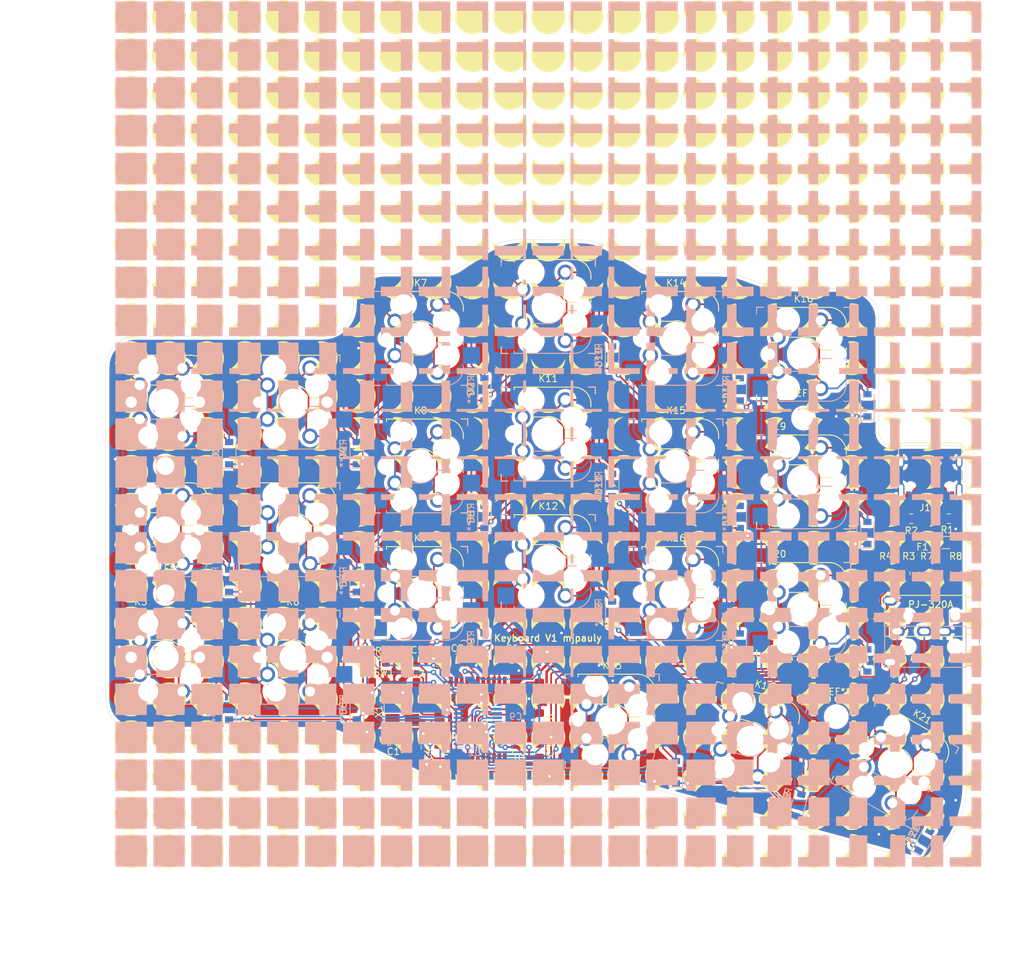
<source format=kicad_pcb>
(kicad_pcb (version 20171130) (host pcbnew "(5.1.6-0-10_14)")
  (layers (0 F.Cu signal) (31 B.Cu signal) (34 B.Paste user) (35 F.Paste user) (36 B.SilkS user) (37 F.SilkS user) (38 B.Mask user) (39 F.Mask user) (44 Edge.Cuts user))
  (net 0 "")
  (net 1 GND)
  (net 2 "Net-(C1-Pad1)")
  (net 3 "Net-(C2-Pad1)")
  (net 4 +5V)
  (net 5 "Net-(C8-Pad2)")
  (net 6 /row0)
  (net 7 "Net-(D1-Pad2)")
  (net 8 /row1)
  (net 9 "Net-(D2-Pad2)")
  (net 10 "Net-(D3-Pad2)")
  (net 11 /row2)
  (net 12 "Net-(D4-Pad2)")
  (net 13 "Net-(D5-Pad2)")
  (net 14 "Net-(D6-Pad2)")
  (net 15 "Net-(D7-Pad2)")
  (net 16 "Net-(D8-Pad2)")
  (net 17 "Net-(D9-Pad2)")
  (net 18 "Net-(D10-Pad2)")
  (net 19 "Net-(D11-Pad2)")
  (net 20 "Net-(D12-Pad2)")
  (net 21 /row3)
  (net 22 "Net-(D13-Pad2)")
  (net 23 "Net-(D14-Pad2)")
  (net 24 "Net-(D15-Pad2)")
  (net 25 "Net-(D16-Pad2)")
  (net 26 "Net-(D17-Pad2)")
  (net 27 "Net-(D18-Pad2)")
  (net 28 "Net-(D19-Pad2)")
  (net 29 "Net-(D20-Pad2)")
  (net 30 "Net-(D21-Pad2)")
  (net 31 "Net-(F1-Pad2)")
  (net 32 "Net-(J1-PadA6)")
  (net 33 "Net-(J1-PadB5)")
  (net 34 "Net-(J1-PadA8)")
  (net 35 "Net-(J1-PadA7)")
  (net 36 "Net-(J1-PadA5)")
  (net 37 "Net-(J1-PadB8)")
  (net 38 /col0)
  (net 39 /col1)
  (net 40 /col2)
  (net 41 /col3)
  (net 42 /col4)
  (net 43 /col5)
  (net 44 /D-)
  (net 45 /D+)
  (net 46 "Net-(R5-Pad1)")
  (net 47 "Net-(R6-Pad2)")
  (net 48 /SDA)
  (net 49 /SCL)
  (net 50 "Net-(U1-Pad8)")
  (net 51 "Net-(U1-Pad12)")
  (net 52 "Net-(U1-Pad20)")
  (net 53 "Net-(U1-Pad21)")
  (net 54 "Net-(U1-Pad22)")
  (net 55 "Net-(U1-Pad32)")
  (net 56 "Net-(U1-Pad42)")
  (net 57 "Net-(U2-Pad1)")
  (net 58 "Net-(U2-Pad8)")
  (net 59 "Net-(U1-Pad1)")
  (net 60 "Net-(U2-Pad7)")
  (net 61 "Net-(U1-Pad25)")
  (net 62 "Net-(U1-Pad27)")
  (net 63 "Net-(U1-Pad36)")
  (net 64 "Net-(U2-Pad16)")
  (net 65 "Net-(U1-Pad37)")
  (net 66 "Net-(U1-Pad38)")
  (net 67 "Net-(U1-Pad39)")
  (net 68 "Net-(U2-Pad13)")
  (net 69 "Net-(U2-Pad14)")
  (net 70 "Net-(U2-Pad15)")
  (module MountingHole:MountingHole_2.7mm_M2.5 (layer F.Cu) (at 145 71.375)
    (fp_text reference REF** (at 0 -3.7) (layer F.SilkS))
    (fp_text value MountingHole_2.7mm_M2.5)
    (pad 1 np_thru_hole circle (at 0 0) (size 2.7 2.7) (drill 2.7) (layers *.Cu *.Mask))
  )
  (module MountingHole:MountingHole_2.7mm_M2.5 (layer F.Cu) (at 149.86 115.824)
    (fp_text reference REF** (at 0 -3.7) (layer F.SilkS))
    (fp_text value MountingHole_2.7mm_M2.5)
    (pad 1 np_thru_hole circle (at 0 0) (size 2.7 2.7) (drill 2.7) (layers *.Cu *.Mask))
  )
  (module MountingHole:MountingHole_2.7mm_M2.5 (layer F.Cu) (at 50 97.5)
    (fp_text reference REF** (at 0 -3.7) (layer F.SilkS))
    (fp_text value MountingHole_2.7mm_M2.5)
    (pad 1 np_thru_hole circle (at 0 0) (size 2.7 2.7) (drill 2.7) (layers *.Cu *.Mask))
  )
  (module MountingHole:MountingHole_2.7mm_M2.5 (layer F.Cu) (at 50 78.5)
    (fp_text reference REF** (at 0 -3.7) (layer F.SilkS))
    (fp_text value MountingHole_2.7mm_M2.5)
    (pad 1 np_thru_hole circle (at 0 0) (size 2.7 2.7) (drill 2.7) (layers *.Cu *.Mask))
  )
  (module phase:squares160 (layer B.Cu) (at 107 73.75 180)
    (fp_text reference G*** hide)
    (fp_text value LOGO hide)
  )
  (module phase:circles160 (layer F.Cu) (at 107 73.75 180)
    (fp_text reference G*** hide)
    (fp_text value LOGO hide)
  )
  (module Resistor_SMD:R_0805_2012Metric_Pad1.15x1.40mm_HandSolder (layer F.Cu) (at 81.797 110.744 180)
    (fp_text reference SW1 (at -0.753 1.524) (layer F.SilkS))
    (fp_text value SW_Push hide)
    (pad 2 smd roundrect (at 1.025 0 180) (size 1.15 1.4) (layers F.Cu F.Paste F.Mask) (roundrect_rratio 0.217391) (net 46 "Net-(R5-Pad1)"))
    (pad 1 smd roundrect (at -1.025 0 180) (size 1.15 1.4) (layers F.Cu F.Paste F.Mask) (roundrect_rratio 0.217391) (net 1 GND))
  )
  (module phase:TRRS-PJ-320A-dual (layer F.Cu) (at 169.164 103.124 270)
    (fp_text reference J2)
    (fp_text value AudioJack4 hide)
    (fp_text user PJ-320A (at -4 5.25) (layer F.SilkS))
    (fp_text user PJ-320A (at -4 5.25) (layer F.SilkS))
    (pad "" np_thru_hole circle (at 2.3 8.6 270) (size 1.5 1.5) (drill 1.5) (layers *.Cu *.Mask))
    (pad "" np_thru_hole circle (at 2.3 1.6 270) (size 1.5 1.5) (drill 1.5) (layers *.Cu *.Mask))
    (pad T thru_hole oval (at 4.6 11.3 270) (size 1.6 2.2) (drill oval 0.9 1.5) (layers *.Cu *.Mask) (net 4 +5V))
    (pad T thru_hole oval (at -4.6 11.3 270) (size 1.6 2.2) (drill oval 0.9 1.5) (layers *.Cu *.Mask) (net 4 +5V))
    (pad R1 thru_hole oval (at 0 10.2 270) (size 1.6 2.2) (drill oval 0.9 1.5) (layers *.Cu *.Mask) (net 48 /SDA))
    (pad S thru_hole oval (at 0 3.2 270) (size 1.6 2.2) (drill oval 0.9 1.5) (layers *.Cu *.Mask) (net 1 GND))
    (pad "" np_thru_hole circle (at -2.3 8.6 270) (size 1.5 1.5) (drill 1.5) (layers *.Cu *.Mask))
    (pad "" np_thru_hole circle (at -2.3 1.6 270) (size 1.5 1.5) (drill 1.5) (layers *.Cu *.Mask))
    (pad R2 thru_hole oval (at 0 6.2 270) (size 1.6 2.2) (drill oval 0.9 1.5) (layers *.Cu *.Mask) (net 49 /SCL))
  )
  (module Capacitor_SMD:C_0805_2012Metric_Pad1.15x1.40mm_HandSolder (layer F.Cu) (at 83.303 119.38)
    (fp_text reference C1 (at 0.644 1.651) (layer F.SilkS))
    (fp_text value 22p)
    (pad 2 smd roundrect (at 1.025 0) (size 1.15 1.4) (layers F.Cu F.Paste F.Mask) (roundrect_rratio 0.217391) (net 1 GND))
    (pad 1 smd roundrect (at -1.025 0) (size 1.15 1.4) (layers F.Cu F.Paste F.Mask) (roundrect_rratio 0.217391) (net 2 "Net-(C1-Pad1)"))
  )
  (module Capacitor_SMD:C_0805_2012Metric_Pad1.15x1.40mm_HandSolder (layer F.Cu) (at 86.351 110.744 180)
    (fp_text reference C2 (at -1.279 1.397) (layer F.SilkS))
    (fp_text value 22p)
    (pad 2 smd roundrect (at 1.025 0 180) (size 1.15 1.4) (layers F.Cu F.Paste F.Mask) (roundrect_rratio 0.217391) (net 1 GND))
    (pad 1 smd roundrect (at -1.025 0 180) (size 1.15 1.4) (layers F.Cu F.Paste F.Mask) (roundrect_rratio 0.217391) (net 3 "Net-(C2-Pad1)"))
  )
  (module Capacitor_SMD:C_0805_2012Metric_Pad1.15x1.40mm_HandSolder (layer F.Cu) (at 105.664 120.904 270)
    (fp_text reference C3 (at 0 -1.65 90) (layer F.SilkS))
    (fp_text value 0.1u)
    (pad 2 smd roundrect (at 1.025 0 270) (size 1.15 1.4) (layers F.Cu F.Paste F.Mask) (roundrect_rratio 0.217391) (net 4 +5V))
    (pad 1 smd roundrect (at -1.025 0 270) (size 1.15 1.4) (layers F.Cu F.Paste F.Mask) (roundrect_rratio 0.217391) (net 1 GND))
  )
  (module Capacitor_SMD:C_0805_2012Metric_Pad1.15x1.40mm_HandSolder (layer F.Cu) (at 87.376 120.387 270)
    (fp_text reference C4 (at 1.025 -1.778 90) (layer F.SilkS))
    (fp_text value 0.1u)
    (pad 2 smd roundrect (at 1.025 0 270) (size 1.15 1.4) (layers F.Cu F.Paste F.Mask) (roundrect_rratio 0.217391) (net 4 +5V))
    (pad 1 smd roundrect (at -1.025 0 270) (size 1.15 1.4) (layers F.Cu F.Paste F.Mask) (roundrect_rratio 0.217391) (net 1 GND))
  )
  (module Capacitor_SMD:C_0805_2012Metric_Pad1.15x1.40mm_HandSolder (layer F.Cu) (at 86.351 107.696)
    (fp_text reference C5 (at 1.152 -1.778) (layer F.SilkS))
    (fp_text value 0.1u)
    (pad 2 smd roundrect (at 1.025 0) (size 1.15 1.4) (layers F.Cu F.Paste F.Mask) (roundrect_rratio 0.217391) (net 4 +5V))
    (pad 1 smd roundrect (at -1.025 0) (size 1.15 1.4) (layers F.Cu F.Paste F.Mask) (roundrect_rratio 0.217391) (net 1 GND))
  )
  (module Capacitor_SMD:C_0805_2012Metric_Pad1.15x1.40mm_HandSolder (layer F.Cu) (at 101.591 107.188 180)
    (fp_text reference C6 (at 0 1.524) (layer F.SilkS))
    (fp_text value 0.1u)
    (pad 2 smd roundrect (at 1.025 0 180) (size 1.15 1.4) (layers F.Cu F.Paste F.Mask) (roundrect_rratio 0.217391) (net 4 +5V))
    (pad 1 smd roundrect (at -1.025 0 180) (size 1.15 1.4) (layers F.Cu F.Paste F.Mask) (roundrect_rratio 0.217391) (net 1 GND))
  )
  (module Capacitor_SMD:C_0805_2012Metric_Pad1.15x1.40mm_HandSolder (layer F.Cu) (at 105.664 111.76 90)
    (fp_text reference C7 (at 0 1.651 90) (layer F.SilkS))
    (fp_text value 4.7u)
    (pad 2 smd roundrect (at 1.025 0 90) (size 1.15 1.4) (layers F.Cu F.Paste F.Mask) (roundrect_rratio 0.217391) (net 4 +5V))
    (pad 1 smd roundrect (at -1.025 0 90) (size 1.15 1.4) (layers F.Cu F.Paste F.Mask) (roundrect_rratio 0.217391) (net 1 GND))
  )
  (module Capacitor_SMD:C_0805_2012Metric_Pad1.15x1.40mm_HandSolder (layer F.Cu) (at 93.481 107.188 180)
    (fp_text reference C8 (at 0.009 1.524) (layer F.SilkS))
    (fp_text value 1u)
    (pad 2 smd roundrect (at 1.025 0 180) (size 1.15 1.4) (layers F.Cu F.Paste F.Mask) (roundrect_rratio 0.217391) (net 5 "Net-(C8-Pad2)"))
    (pad 1 smd roundrect (at -1.025 0 180) (size 1.15 1.4) (layers F.Cu F.Paste F.Mask) (roundrect_rratio 0.217391) (net 1 GND))
  )
  (module Capacitor_SMD:C_0805_2012Metric_Pad1.15x1.40mm_HandSolder (layer B.Cu) (at 102.616 118.355 270)
    (fp_text reference C9 (at -2.531 0.4572 180) (layer B.SilkS) (effects (justify mirror)))
    (fp_text value 0.1u)
    (pad 2 smd roundrect (at 1.025 0 270) (size 1.15 1.4) (layers B.Cu B.Paste B.Mask) (roundrect_rratio 0.217391) (net 4 +5V))
    (pad 1 smd roundrect (at -1.025 0 270) (size 1.15 1.4) (layers B.Cu B.Paste B.Mask) (roundrect_rratio 0.217391) (net 1 GND))
  )
  (module phase:D_SOD-123-dual (layer F.Cu) (at 59.5 76.6 90)
    (fp_text reference D1 (at 0 -2 90) (layer F.SilkS))
    (fp_text value D)
    (fp_text user D1 (at 0 -2 90) (layer B.SilkS) (effects (justify mirror)))
    (fp_text user REF** (at 0 -2 90) (layer B.SilkS) (effects (justify mirror)))
    (pad 2 smd rect (at 1.65 0 90) (size 0.9 1.2) (layers B.Cu B.Paste B.Mask) (net 7 "Net-(D1-Pad2)"))
    (pad 1 smd rect (at -1.65 0 90) (size 0.9 1.2) (layers B.Cu B.Paste B.Mask) (net 6 /row0))
    (pad 2 smd rect (at 1.65 0 90) (size 0.9 1.2) (layers F.Cu F.Paste F.Mask) (net 7 "Net-(D1-Pad2)"))
    (pad 1 smd rect (at -1.65 0 90) (size 0.9 1.2) (layers F.Cu F.Paste F.Mask) (net 6 /row0))
  )
  (module phase:D_SOD-123-dual (layer F.Cu) (at 59.5 95.6 90)
    (fp_text reference D2 (at 0 -2 90) (layer F.SilkS))
    (fp_text value D)
    (fp_text user D1 (at 0 -2 90) (layer B.SilkS) (effects (justify mirror)))
    (fp_text user REF** (at 0 -2 90) (layer B.SilkS) (effects (justify mirror)))
    (pad 2 smd rect (at 1.65 0 90) (size 0.9 1.2) (layers B.Cu B.Paste B.Mask) (net 9 "Net-(D2-Pad2)"))
    (pad 1 smd rect (at -1.65 0 90) (size 0.9 1.2) (layers B.Cu B.Paste B.Mask) (net 8 /row1))
    (pad 2 smd rect (at 1.65 0 90) (size 0.9 1.2) (layers F.Cu F.Paste F.Mask) (net 9 "Net-(D2-Pad2)"))
    (pad 1 smd rect (at -1.65 0 90) (size 0.9 1.2) (layers F.Cu F.Paste F.Mask) (net 8 /row1))
  )
  (module phase:D_SOD-123-dual (layer F.Cu) (at 59.5 114.6 90)
    (fp_text reference D3 (at 0 -2 90) (layer F.SilkS))
    (fp_text value D)
    (fp_text user D3 (at 0 -2 90) (layer B.SilkS) (effects (justify mirror)))
    (fp_text user REF** (at 0 -2 90) (layer B.SilkS) (effects (justify mirror)))
    (pad 2 smd rect (at 1.65 0 90) (size 0.9 1.2) (layers B.Cu B.Paste B.Mask) (net 10 "Net-(D3-Pad2)"))
    (pad 1 smd rect (at -1.65 0 90) (size 0.9 1.2) (layers B.Cu B.Paste B.Mask) (net 11 /row2))
    (pad 2 smd rect (at 1.65 0 90) (size 0.9 1.2) (layers F.Cu F.Paste F.Mask) (net 10 "Net-(D3-Pad2)"))
    (pad 1 smd rect (at -1.65 0 90) (size 0.9 1.2) (layers F.Cu F.Paste F.Mask) (net 11 /row2))
  )
  (module phase:D_SOD-123-dual (layer F.Cu) (at 78.5 76.6 90)
    (fp_text reference D4 (at 0 -2 90) (layer F.SilkS))
    (fp_text value D)
    (fp_text user D4 (at 0 -2 90) (layer B.SilkS) (effects (justify mirror)))
    (fp_text user REF** (at 0 -2 90) (layer B.SilkS) (effects (justify mirror)))
    (pad 2 smd rect (at 1.65 0 90) (size 0.9 1.2) (layers B.Cu B.Paste B.Mask) (net 12 "Net-(D4-Pad2)"))
    (pad 1 smd rect (at -1.65 0 90) (size 0.9 1.2) (layers B.Cu B.Paste B.Mask) (net 6 /row0))
    (pad 2 smd rect (at 1.65 0 90) (size 0.9 1.2) (layers F.Cu F.Paste F.Mask) (net 12 "Net-(D4-Pad2)"))
    (pad 1 smd rect (at -1.65 0 90) (size 0.9 1.2) (layers F.Cu F.Paste F.Mask) (net 6 /row0))
  )
  (module phase:D_SOD-123-dual (layer F.Cu) (at 78.5 95.6 90)
    (fp_text reference D5 (at 0 -2 90) (layer F.SilkS))
    (fp_text value D)
    (fp_text user D5 (at 0 -2 90) (layer B.SilkS) (effects (justify mirror)))
    (fp_text user REF** (at 0 -2 90) (layer B.SilkS) (effects (justify mirror)))
    (pad 2 smd rect (at 1.65 0 90) (size 0.9 1.2) (layers B.Cu B.Paste B.Mask) (net 13 "Net-(D5-Pad2)"))
    (pad 1 smd rect (at -1.65 0 90) (size 0.9 1.2) (layers B.Cu B.Paste B.Mask) (net 8 /row1))
    (pad 2 smd rect (at 1.65 0 90) (size 0.9 1.2) (layers F.Cu F.Paste F.Mask) (net 13 "Net-(D5-Pad2)"))
    (pad 1 smd rect (at -1.65 0 90) (size 0.9 1.2) (layers F.Cu F.Paste F.Mask) (net 8 /row1))
  )
  (module phase:D_SOD-123-dual (layer F.Cu) (at 78.5 114.6 90)
    (fp_text reference D6 (at 0 -2 90) (layer F.SilkS))
    (fp_text value D)
    (fp_text user D6 (at 0 -2 90) (layer B.SilkS) (effects (justify mirror)))
    (fp_text user REF** (at 0 -2 90) (layer B.SilkS) (effects (justify mirror)))
    (pad 2 smd rect (at 1.65 0 90) (size 0.9 1.2) (layers B.Cu B.Paste B.Mask) (net 14 "Net-(D6-Pad2)"))
    (pad 1 smd rect (at -1.65 0 90) (size 0.9 1.2) (layers B.Cu B.Paste B.Mask) (net 11 /row2))
    (pad 2 smd rect (at 1.65 0 90) (size 0.9 1.2) (layers F.Cu F.Paste F.Mask) (net 14 "Net-(D6-Pad2)"))
    (pad 1 smd rect (at -1.65 0 90) (size 0.9 1.2) (layers F.Cu F.Paste F.Mask) (net 11 /row2))
  )
  (module phase:D_SOD-123-dual (layer F.Cu) (at 97.5 67.1 90)
    (fp_text reference D7 (at 0 -2 90) (layer F.SilkS))
    (fp_text value D)
    (fp_text user D7 (at 0 -2 90) (layer B.SilkS) (effects (justify mirror)))
    (fp_text user REF** (at 0 -2 90) (layer B.SilkS) (effects (justify mirror)))
    (pad 2 smd rect (at 1.65 0 90) (size 0.9 1.2) (layers B.Cu B.Paste B.Mask) (net 15 "Net-(D7-Pad2)"))
    (pad 1 smd rect (at -1.65 0 90) (size 0.9 1.2) (layers B.Cu B.Paste B.Mask) (net 6 /row0))
    (pad 2 smd rect (at 1.65 0 90) (size 0.9 1.2) (layers F.Cu F.Paste F.Mask) (net 15 "Net-(D7-Pad2)"))
    (pad 1 smd rect (at -1.65 0 90) (size 0.9 1.2) (layers F.Cu F.Paste F.Mask) (net 6 /row0))
  )
  (module phase:D_SOD-123-dual (layer F.Cu) (at 97.5 86.1 90)
    (fp_text reference D8 (at 0 -2 90) (layer F.SilkS))
    (fp_text value D)
    (fp_text user D8 (at 0 -2 90) (layer B.SilkS) (effects (justify mirror)))
    (fp_text user REF** (at 0 -2 90) (layer B.SilkS) (effects (justify mirror)))
    (pad 2 smd rect (at 1.65 0 90) (size 0.9 1.2) (layers B.Cu B.Paste B.Mask) (net 16 "Net-(D8-Pad2)"))
    (pad 1 smd rect (at -1.65 0 90) (size 0.9 1.2) (layers B.Cu B.Paste B.Mask) (net 8 /row1))
    (pad 2 smd rect (at 1.65 0 90) (size 0.9 1.2) (layers F.Cu F.Paste F.Mask) (net 16 "Net-(D8-Pad2)"))
    (pad 1 smd rect (at -1.65 0 90) (size 0.9 1.2) (layers F.Cu F.Paste F.Mask) (net 8 /row1))
  )
  (module phase:D_SOD-123-dual (layer F.Cu) (at 97.5 105.1 90)
    (fp_text reference D9 (at 0 -2 90) (layer F.SilkS))
    (fp_text value D)
    (fp_text user D9 (at 0 -2 90) (layer B.SilkS) (effects (justify mirror)))
    (fp_text user REF** (at 0 -2 90) (layer B.SilkS) (effects (justify mirror)))
    (pad 2 smd rect (at 1.65 0 90) (size 0.9 1.2) (layers B.Cu B.Paste B.Mask) (net 17 "Net-(D9-Pad2)"))
    (pad 1 smd rect (at -1.65 0 90) (size 0.9 1.2) (layers B.Cu B.Paste B.Mask) (net 11 /row2))
    (pad 2 smd rect (at 1.65 0 90) (size 0.9 1.2) (layers F.Cu F.Paste F.Mask) (net 17 "Net-(D9-Pad2)"))
    (pad 1 smd rect (at -1.65 0 90) (size 0.9 1.2) (layers F.Cu F.Paste F.Mask) (net 11 /row2))
  )
  (module phase:D_SOD-123-dual (layer F.Cu) (at 116.5 62.35 90)
    (fp_text reference D10 (at 0 -2 90) (layer F.SilkS))
    (fp_text value D)
    (fp_text user D10 (at 0 -2 90) (layer B.SilkS) (effects (justify mirror)))
    (fp_text user REF** (at 0 -2 90) (layer B.SilkS) (effects (justify mirror)))
    (pad 2 smd rect (at 1.65 0 90) (size 0.9 1.2) (layers B.Cu B.Paste B.Mask) (net 18 "Net-(D10-Pad2)"))
    (pad 1 smd rect (at -1.65 0 90) (size 0.9 1.2) (layers B.Cu B.Paste B.Mask) (net 6 /row0))
    (pad 2 smd rect (at 1.65 0 90) (size 0.9 1.2) (layers F.Cu F.Paste F.Mask) (net 18 "Net-(D10-Pad2)"))
    (pad 1 smd rect (at -1.65 0 90) (size 0.9 1.2) (layers F.Cu F.Paste F.Mask) (net 6 /row0))
  )
  (module phase:D_SOD-123-dual (layer F.Cu) (at 116.5 81.35 90)
    (fp_text reference D11 (at 0 -2 90) (layer F.SilkS))
    (fp_text value D)
    (fp_text user D11 (at 0 -2 90) (layer B.SilkS) (effects (justify mirror)))
    (fp_text user REF** (at 0 -2 90) (layer B.SilkS) (effects (justify mirror)))
    (pad 2 smd rect (at 1.65 0 90) (size 0.9 1.2) (layers B.Cu B.Paste B.Mask) (net 19 "Net-(D11-Pad2)"))
    (pad 1 smd rect (at -1.65 0 90) (size 0.9 1.2) (layers B.Cu B.Paste B.Mask) (net 8 /row1))
    (pad 2 smd rect (at 1.65 0 90) (size 0.9 1.2) (layers F.Cu F.Paste F.Mask) (net 19 "Net-(D11-Pad2)"))
    (pad 1 smd rect (at -1.65 0 90) (size 0.9 1.2) (layers F.Cu F.Paste F.Mask) (net 8 /row1))
  )
  (module phase:D_SOD-123-dual (layer F.Cu) (at 116.5 100.35 90)
    (fp_text reference D12 (at 0 -2 90) (layer F.SilkS))
    (fp_text value D)
    (fp_text user D12 (at 0 -2 90) (layer B.SilkS) (effects (justify mirror)))
    (fp_text user REF** (at 0 -2 90) (layer B.SilkS) (effects (justify mirror)))
    (pad 2 smd rect (at 1.65 0 90) (size 0.9 1.2) (layers B.Cu B.Paste B.Mask) (net 20 "Net-(D12-Pad2)"))
    (pad 1 smd rect (at -1.65 0 90) (size 0.9 1.2) (layers B.Cu B.Paste B.Mask) (net 11 /row2))
    (pad 2 smd rect (at 1.65 0 90) (size 0.9 1.2) (layers F.Cu F.Paste F.Mask) (net 20 "Net-(D12-Pad2)"))
    (pad 1 smd rect (at -1.65 0 90) (size 0.9 1.2) (layers F.Cu F.Paste F.Mask) (net 11 /row2))
  )
  (module phase:D_SOD-123-dual (layer F.Cu) (at 126 124.1 90)
    (fp_text reference D13 (at 0 -2 90) (layer F.SilkS))
    (fp_text value D)
    (fp_text user D13 (at 0 -2 90) (layer B.SilkS) (effects (justify mirror)))
    (fp_text user REF** (at 0 -2 90) (layer B.SilkS) (effects (justify mirror)))
    (pad 2 smd rect (at 1.65 0 90) (size 0.9 1.2) (layers B.Cu B.Paste B.Mask) (net 22 "Net-(D13-Pad2)"))
    (pad 1 smd rect (at -1.65 0 90) (size 0.9 1.2) (layers B.Cu B.Paste B.Mask) (net 21 /row3))
    (pad 2 smd rect (at 1.65 0 90) (size 0.9 1.2) (layers F.Cu F.Paste F.Mask) (net 22 "Net-(D13-Pad2)"))
    (pad 1 smd rect (at -1.65 0 90) (size 0.9 1.2) (layers F.Cu F.Paste F.Mask) (net 21 /row3))
  )
  (module phase:D_SOD-123-dual (layer F.Cu) (at 135.5 67.1 90)
    (fp_text reference D14 (at 0 -2 90) (layer F.SilkS))
    (fp_text value D)
    (fp_text user D14 (at 0 -2 90) (layer B.SilkS) (effects (justify mirror)))
    (fp_text user REF** (at 0 -2 90) (layer B.SilkS) (effects (justify mirror)))
    (pad 2 smd rect (at 1.65 0 90) (size 0.9 1.2) (layers B.Cu B.Paste B.Mask) (net 23 "Net-(D14-Pad2)"))
    (pad 1 smd rect (at -1.65 0 90) (size 0.9 1.2) (layers B.Cu B.Paste B.Mask) (net 6 /row0))
    (pad 2 smd rect (at 1.65 0 90) (size 0.9 1.2) (layers F.Cu F.Paste F.Mask) (net 23 "Net-(D14-Pad2)"))
    (pad 1 smd rect (at -1.65 0 90) (size 0.9 1.2) (layers F.Cu F.Paste F.Mask) (net 6 /row0))
  )
  (module phase:D_SOD-123-dual (layer F.Cu) (at 135.5 86.1 90)
    (fp_text reference D15 (at 0 -2 90) (layer F.SilkS))
    (fp_text value D)
    (fp_text user D15 (at 0 -2 90) (layer B.SilkS) (effects (justify mirror)))
    (fp_text user REF** (at 0 -2 90) (layer B.SilkS) (effects (justify mirror)))
    (pad 2 smd rect (at 1.65 0 90) (size 0.9 1.2) (layers B.Cu B.Paste B.Mask) (net 24 "Net-(D15-Pad2)"))
    (pad 1 smd rect (at -1.65 0 90) (size 0.9 1.2) (layers B.Cu B.Paste B.Mask) (net 8 /row1))
    (pad 2 smd rect (at 1.65 0 90) (size 0.9 1.2) (layers F.Cu F.Paste F.Mask) (net 24 "Net-(D15-Pad2)"))
    (pad 1 smd rect (at -1.65 0 90) (size 0.9 1.2) (layers F.Cu F.Paste F.Mask) (net 8 /row1))
  )
  (module phase:D_SOD-123-dual (layer F.Cu) (at 135.5 105.1 90)
    (fp_text reference D16 (at 0 -2 90) (layer F.SilkS))
    (fp_text value D)
    (fp_text user D16 (at 0 -2 90) (layer B.SilkS) (effects (justify mirror)))
    (fp_text user REF** (at 0 -2 90) (layer B.SilkS) (effects (justify mirror)))
    (pad 2 smd rect (at 1.65 0 90) (size 0.9 1.2) (layers B.Cu B.Paste B.Mask) (net 25 "Net-(D16-Pad2)"))
    (pad 1 smd rect (at -1.65 0 90) (size 0.9 1.2) (layers B.Cu B.Paste B.Mask) (net 11 /row2))
    (pad 2 smd rect (at 1.65 0 90) (size 0.9 1.2) (layers F.Cu F.Paste F.Mask) (net 25 "Net-(D16-Pad2)"))
    (pad 1 smd rect (at -1.65 0 90) (size 0.9 1.2) (layers F.Cu F.Paste F.Mask) (net 11 /row2))
  )
  (module phase:D_SOD-123-dual (layer F.Cu) (at 144.24 129.003 75)
    (fp_text reference D17 (at 0 -2 75) (layer F.SilkS))
    (fp_text value D)
    (fp_text user D17 (at 0 -2 75) (layer B.SilkS) (effects (justify mirror)))
    (fp_text user REF** (at 0 -2 75) (layer B.SilkS) (effects (justify mirror)))
    (pad 2 smd rect (at 1.65 0 75) (size 0.9 1.2) (layers B.Cu B.Paste B.Mask) (net 26 "Net-(D17-Pad2)"))
    (pad 1 smd rect (at -1.65 0 75) (size 0.9 1.2) (layers B.Cu B.Paste B.Mask) (net 21 /row3))
    (pad 2 smd rect (at 1.65 0 75) (size 0.9 1.2) (layers F.Cu F.Paste F.Mask) (net 26 "Net-(D17-Pad2)"))
    (pad 1 smd rect (at -1.65 0 75) (size 0.9 1.2) (layers F.Cu F.Paste F.Mask) (net 21 /row3))
  )
  (module phase:D_SOD-123-dual (layer F.Cu) (at 154.5 69.475 90)
    (fp_text reference D18 (at 0 -2 90) (layer F.SilkS))
    (fp_text value D)
    (fp_text user D18 (at 0 -2 90) (layer B.SilkS) (effects (justify mirror)))
    (fp_text user REF** (at 0 -2 90) (layer B.SilkS) (effects (justify mirror)))
    (pad 2 smd rect (at 1.65 0 90) (size 0.9 1.2) (layers B.Cu B.Paste B.Mask) (net 27 "Net-(D18-Pad2)"))
    (pad 1 smd rect (at -1.65 0 90) (size 0.9 1.2) (layers B.Cu B.Paste B.Mask) (net 6 /row0))
    (pad 2 smd rect (at 1.65 0 90) (size 0.9 1.2) (layers F.Cu F.Paste F.Mask) (net 27 "Net-(D18-Pad2)"))
    (pad 1 smd rect (at -1.65 0 90) (size 0.9 1.2) (layers F.Cu F.Paste F.Mask) (net 6 /row0))
  )
  (module phase:D_SOD-123-dual (layer F.Cu) (at 154.5 88.475 90)
    (fp_text reference D19 (at 0 -2 90) (layer F.SilkS))
    (fp_text value D)
    (fp_text user D19 (at 0 -2 90) (layer B.SilkS) (effects (justify mirror)))
    (fp_text user REF** (at 0 -2 90) (layer B.SilkS) (effects (justify mirror)))
    (pad 2 smd rect (at 1.65 0 90) (size 0.9 1.2) (layers B.Cu B.Paste B.Mask) (net 28 "Net-(D19-Pad2)"))
    (pad 1 smd rect (at -1.65 0 90) (size 0.9 1.2) (layers B.Cu B.Paste B.Mask) (net 8 /row1))
    (pad 2 smd rect (at 1.65 0 90) (size 0.9 1.2) (layers F.Cu F.Paste F.Mask) (net 28 "Net-(D19-Pad2)"))
    (pad 1 smd rect (at -1.65 0 90) (size 0.9 1.2) (layers F.Cu F.Paste F.Mask) (net 8 /row1))
  )
  (module phase:D_SOD-123-dual (layer F.Cu) (at 154.5 107.475 90)
    (fp_text reference D20 (at 0 -2 90) (layer F.SilkS))
    (fp_text value D)
    (fp_text user D20 (at 0 -2 90) (layer B.SilkS) (effects (justify mirror)))
    (fp_text user REF** (at 0 -2 90) (layer B.SilkS) (effects (justify mirror)))
    (pad 2 smd rect (at 1.65 0 90) (size 0.9 1.2) (layers B.Cu B.Paste B.Mask) (net 29 "Net-(D20-Pad2)"))
    (pad 1 smd rect (at -1.65 0 90) (size 0.9 1.2) (layers B.Cu B.Paste B.Mask) (net 11 /row2))
    (pad 2 smd rect (at 1.65 0 90) (size 0.9 1.2) (layers F.Cu F.Paste F.Mask) (net 29 "Net-(D20-Pad2)"))
    (pad 1 smd rect (at -1.65 0 90) (size 0.9 1.2) (layers F.Cu F.Paste F.Mask) (net 11 /row2))
  )
  (module phase:D_SOD-123-dual (layer F.Cu) (at 162.965 134.346 60)
    (fp_text reference D21 (at 0 -2 60) (layer F.SilkS))
    (fp_text value D)
    (fp_text user D21 (at 0 -2 60) (layer B.SilkS) (effects (justify mirror)))
    (fp_text user REF** (at 0 -2 60) (layer B.SilkS) (effects (justify mirror)))
    (pad 2 smd rect (at 1.65 0 60) (size 0.9 1.2) (layers B.Cu B.Paste B.Mask) (net 30 "Net-(D21-Pad2)"))
    (pad 1 smd rect (at -1.65 0 60) (size 0.9 1.2) (layers B.Cu B.Paste B.Mask) (net 21 /row3))
    (pad 2 smd rect (at 1.65 0 60) (size 0.9 1.2) (layers F.Cu F.Paste F.Mask) (net 30 "Net-(D21-Pad2)"))
    (pad 1 smd rect (at -1.65 0 60) (size 0.9 1.2) (layers F.Cu F.Paste F.Mask) (net 21 /row3))
  )
  (module Fuse:Fuse_1206_3216Metric_Pad1.42x1.75mm_HandSolder (layer F.Cu) (at 166.1525 89.916)
    (fp_text reference F1 (at -3.4655 0.635) (layer F.SilkS))
    (fp_text value 500mA)
    (pad 1 smd roundrect (at -1.4875 0) (size 1.425 1.75) (layers F.Cu F.Paste F.Mask) (roundrect_rratio 0.175439) (net 4 +5V))
    (pad 2 smd roundrect (at 1.4875 0) (size 1.425 1.75) (layers F.Cu F.Paste F.Mask) (roundrect_rratio 0.175439) (net 31 "Net-(F1-Pad2)"))
  )
  (module Connector_USB:USB_C_Receptacle_HRO_TYPE-C-31-M-12 (layer F.Cu) (at 163.83 78.994 180)
    (fp_text reference J1 (at 0.762 -5.715) (layer F.SilkS))
    (fp_text value USB_C_Receptacle_USB2.0 hide)
    (pad S1 thru_hole oval (at 4.32 1.05 180) (size 1 1.6) (drill oval 0.6 1.2) (layers *.Cu *.Mask) (net 1 GND))
    (pad "" np_thru_hole circle (at 2.89 -2.6 180) (size 0.65 0.65) (drill 0.65) (layers *.Cu *.Mask))
    (pad S1 thru_hole oval (at -4.32 1.05 180) (size 1 1.6) (drill oval 0.6 1.2) (layers *.Cu *.Mask) (net 1 GND))
    (pad "" np_thru_hole circle (at -2.89 -2.6 180) (size 0.65 0.65) (drill 0.65) (layers *.Cu *.Mask))
    (pad S1 thru_hole oval (at -4.32 -3.13 180) (size 1 2.1) (drill oval 0.6 1.7) (layers *.Cu *.Mask) (net 1 GND))
    (pad S1 thru_hole oval (at 4.32 -3.13 180) (size 1 2.1) (drill oval 0.6 1.7) (layers *.Cu *.Mask) (net 1 GND))
    (pad A6 smd rect (at -0.25 -4.045 180) (size 0.3 1.45) (layers F.Cu F.Paste F.Mask) (net 32 "Net-(J1-PadA6)"))
    (pad B5 smd rect (at 1.75 -4.045 180) (size 0.3 1.45) (layers F.Cu F.Paste F.Mask) (net 33 "Net-(J1-PadB5)"))
    (pad A8 smd rect (at 1.25 -4.045 180) (size 0.3 1.45) (layers F.Cu F.Paste F.Mask) (net 34 "Net-(J1-PadA8)"))
    (pad B6 smd rect (at 0.75 -4.045 180) (size 0.3 1.45) (layers F.Cu F.Paste F.Mask) (net 32 "Net-(J1-PadA6)"))
    (pad A7 smd rect (at 0.25 -4.045 180) (size 0.3 1.45) (layers F.Cu F.Paste F.Mask) (net 35 "Net-(J1-PadA7)"))
    (pad B7 smd rect (at -0.75 -4.045 180) (size 0.3 1.45) (layers F.Cu F.Paste F.Mask) (net 35 "Net-(J1-PadA7)"))
    (pad A5 smd rect (at -1.25 -4.045 180) (size 0.3 1.45) (layers F.Cu F.Paste F.Mask) (net 36 "Net-(J1-PadA5)"))
    (pad B8 smd rect (at -1.75 -4.045 180) (size 0.3 1.45) (layers F.Cu F.Paste F.Mask) (net 37 "Net-(J1-PadB8)"))
    (pad A12 smd rect (at 3.25 -4.045 180) (size 0.6 1.45) (layers F.Cu F.Paste F.Mask) (net 1 GND))
    (pad B4 smd rect (at 2.45 -4.045 180) (size 0.6 1.45) (layers F.Cu F.Paste F.Mask) (net 31 "Net-(F1-Pad2)"))
    (pad A4 smd rect (at -2.45 -4.045 180) (size 0.6 1.45) (layers F.Cu F.Paste F.Mask) (net 31 "Net-(F1-Pad2)"))
    (pad A1 smd rect (at -3.25 -4.045 180) (size 0.6 1.45) (layers F.Cu F.Paste F.Mask) (net 1 GND))
    (pad B12 smd rect (at -3.25 -4.045 180) (size 0.6 1.45) (layers F.Cu F.Paste F.Mask) (net 1 GND))
    (pad B9 smd rect (at -2.45 -4.045 180) (size 0.6 1.45) (layers F.Cu F.Paste F.Mask) (net 31 "Net-(F1-Pad2)"))
    (pad A9 smd rect (at 2.45 -4.045 180) (size 0.6 1.45) (layers F.Cu F.Paste F.Mask) (net 31 "Net-(F1-Pad2)"))
    (pad B1 smd rect (at 3.25 -4.045 180) (size 0.6 1.45) (layers F.Cu F.Paste F.Mask) (net 1 GND))
  )
  (module keyswitches:Kailh_socket_MX_optional_reversible (layer F.Cu) (at 50 69)
    (fp_text reference K1 (at 0 -8.255) (layer F.SilkS))
    (fp_text value KEYSW)
    (pad 2 smd rect (at 7.56 -2.54) (size 2.55 2.5) (layers F.Cu F.Paste F.Mask) (net 7 "Net-(D1-Pad2)"))
    (pad "" np_thru_hole circle (at -5.08 0) (size 1.7018 1.7018) (drill 1.7018) (layers *.Cu *.Mask))
    (pad "" np_thru_hole circle (at 5.08 0) (size 1.7018 1.7018) (drill 1.7018) (layers *.Cu *.Mask))
    (pad 1 thru_hole circle (at -3.81 -2.54) (size 2.286 2.286) (drill 1.4986) (layers *.Cu *.Mask) (net 38 /col0))
    (pad "" np_thru_hole circle (at 0 0) (size 3.9878 3.9878) (drill 3.9878) (layers *.Cu *.Mask))
    (pad 2 thru_hole circle (at 2.54 -5.08) (size 2.286 2.286) (drill 1.4986) (layers *.Cu *.Mask) (net 7 "Net-(D1-Pad2)"))
    (pad "" np_thru_hole circle (at 3.81 2.54) (size 3 3) (drill 3) (layers *.Cu *.Mask))
    (pad "" np_thru_hole circle (at -2.54 5.08) (size 3 3) (drill 3) (layers *.Cu *.Mask))
    (pad 1 smd rect (at -6.29 -5.08) (size 2.55 2.5) (layers F.Cu F.Paste F.Mask) (net 38 /col0))
    (pad 1 thru_hole circle (at -3.81 2.54) (size 2.286 2.286) (drill 1.4986) (layers *.Cu *.Mask) (net 38 /col0))
    (pad 2 thru_hole circle (at 2.54 5.08) (size 2.286 2.286) (drill 1.4986) (layers *.Cu *.Mask) (net 7 "Net-(D1-Pad2)"))
    (pad "" np_thru_hole circle (at 3.81 -2.54) (size 3 3) (drill 3) (layers *.Cu *.Mask))
    (pad "" np_thru_hole circle (at -2.54 -5.08) (size 3 3) (drill 3) (layers *.Cu *.Mask))
    (pad 2 smd rect (at 7.56 2.54) (size 2.55 2.5) (layers B.Cu B.Paste B.Mask) (net 7 "Net-(D1-Pad2)"))
    (pad 1 smd rect (at -6.29 5.08) (size 2.55 2.5) (layers B.Cu B.Paste B.Mask) (net 38 /col0))
  )
  (module keyswitches:Kailh_socket_MX_optional_reversible (layer F.Cu) (at 50 88)
    (fp_text reference K2 (at -3.645 -8.255) (layer F.SilkS))
    (fp_text value KEYSW)
    (pad 2 smd rect (at 7.56 -2.54) (size 2.55 2.5) (layers F.Cu F.Paste F.Mask) (net 9 "Net-(D2-Pad2)"))
    (pad "" np_thru_hole circle (at -5.08 0) (size 1.7018 1.7018) (drill 1.7018) (layers *.Cu *.Mask))
    (pad "" np_thru_hole circle (at 5.08 0) (size 1.7018 1.7018) (drill 1.7018) (layers *.Cu *.Mask))
    (pad 1 thru_hole circle (at -3.81 -2.54) (size 2.286 2.286) (drill 1.4986) (layers *.Cu *.Mask) (net 38 /col0))
    (pad "" np_thru_hole circle (at 0 0) (size 3.9878 3.9878) (drill 3.9878) (layers *.Cu *.Mask))
    (pad 2 thru_hole circle (at 2.54 -5.08) (size 2.286 2.286) (drill 1.4986) (layers *.Cu *.Mask) (net 9 "Net-(D2-Pad2)"))
    (pad "" np_thru_hole circle (at 3.81 2.54) (size 3 3) (drill 3) (layers *.Cu *.Mask))
    (pad "" np_thru_hole circle (at -2.54 5.08) (size 3 3) (drill 3) (layers *.Cu *.Mask))
    (pad 1 smd rect (at -6.29 -5.08) (size 2.55 2.5) (layers F.Cu F.Paste F.Mask) (net 38 /col0))
    (pad 1 thru_hole circle (at -3.81 2.54) (size 2.286 2.286) (drill 1.4986) (layers *.Cu *.Mask) (net 38 /col0))
    (pad 2 thru_hole circle (at 2.54 5.08) (size 2.286 2.286) (drill 1.4986) (layers *.Cu *.Mask) (net 9 "Net-(D2-Pad2)"))
    (pad "" np_thru_hole circle (at 3.81 -2.54) (size 3 3) (drill 3) (layers *.Cu *.Mask))
    (pad "" np_thru_hole circle (at -2.54 -5.08) (size 3 3) (drill 3) (layers *.Cu *.Mask))
    (pad 2 smd rect (at 7.56 2.54) (size 2.55 2.5) (layers B.Cu B.Paste B.Mask) (net 9 "Net-(D2-Pad2)"))
    (pad 1 smd rect (at -6.29 5.08) (size 2.55 2.5) (layers B.Cu B.Paste B.Mask) (net 38 /col0))
  )
  (module keyswitches:Kailh_socket_MX_optional_reversible (layer F.Cu) (at 50 107)
    (fp_text reference K3 (at -3.645 -8.255) (layer F.SilkS))
    (fp_text value KEYSW)
    (pad 2 smd rect (at 7.56 -2.54) (size 2.55 2.5) (layers F.Cu F.Paste F.Mask) (net 10 "Net-(D3-Pad2)"))
    (pad "" np_thru_hole circle (at -5.08 0) (size 1.7018 1.7018) (drill 1.7018) (layers *.Cu *.Mask))
    (pad "" np_thru_hole circle (at 5.08 0) (size 1.7018 1.7018) (drill 1.7018) (layers *.Cu *.Mask))
    (pad 1 thru_hole circle (at -3.81 -2.54) (size 2.286 2.286) (drill 1.4986) (layers *.Cu *.Mask) (net 38 /col0))
    (pad "" np_thru_hole circle (at 0 0) (size 3.9878 3.9878) (drill 3.9878) (layers *.Cu *.Mask))
    (pad 2 thru_hole circle (at 2.54 -5.08) (size 2.286 2.286) (drill 1.4986) (layers *.Cu *.Mask) (net 10 "Net-(D3-Pad2)"))
    (pad "" np_thru_hole circle (at 3.81 2.54) (size 3 3) (drill 3) (layers *.Cu *.Mask))
    (pad "" np_thru_hole circle (at -2.54 5.08) (size 3 3) (drill 3) (layers *.Cu *.Mask))
    (pad 1 smd rect (at -6.29 -5.08) (size 2.55 2.5) (layers F.Cu F.Paste F.Mask) (net 38 /col0))
    (pad 1 thru_hole circle (at -3.81 2.54) (size 2.286 2.286) (drill 1.4986) (layers *.Cu *.Mask) (net 38 /col0))
    (pad 2 thru_hole circle (at 2.54 5.08) (size 2.286 2.286) (drill 1.4986) (layers *.Cu *.Mask) (net 10 "Net-(D3-Pad2)"))
    (pad "" np_thru_hole circle (at 3.81 -2.54) (size 3 3) (drill 3) (layers *.Cu *.Mask))
    (pad "" np_thru_hole circle (at -2.54 -5.08) (size 3 3) (drill 3) (layers *.Cu *.Mask))
    (pad 2 smd rect (at 7.56 2.54) (size 2.55 2.5) (layers B.Cu B.Paste B.Mask) (net 10 "Net-(D3-Pad2)"))
    (pad 1 smd rect (at -6.29 5.08) (size 2.55 2.5) (layers B.Cu B.Paste B.Mask) (net 38 /col0))
  )
  (module keyswitches:Kailh_socket_MX_optional_reversible (layer F.Cu) (at 69 69)
    (fp_text reference K4 (at 0 -8.255) (layer F.SilkS))
    (fp_text value KEYSW)
    (pad 2 smd rect (at 7.56 -2.54) (size 2.55 2.5) (layers F.Cu F.Paste F.Mask) (net 12 "Net-(D4-Pad2)"))
    (pad "" np_thru_hole circle (at -5.08 0) (size 1.7018 1.7018) (drill 1.7018) (layers *.Cu *.Mask))
    (pad "" np_thru_hole circle (at 5.08 0) (size 1.7018 1.7018) (drill 1.7018) (layers *.Cu *.Mask))
    (pad 1 thru_hole circle (at -3.81 -2.54) (size 2.286 2.286) (drill 1.4986) (layers *.Cu *.Mask) (net 39 /col1))
    (pad "" np_thru_hole circle (at 0 0) (size 3.9878 3.9878) (drill 3.9878) (layers *.Cu *.Mask))
    (pad 2 thru_hole circle (at 2.54 -5.08) (size 2.286 2.286) (drill 1.4986) (layers *.Cu *.Mask) (net 12 "Net-(D4-Pad2)"))
    (pad "" np_thru_hole circle (at 3.81 2.54) (size 3 3) (drill 3) (layers *.Cu *.Mask))
    (pad "" np_thru_hole circle (at -2.54 5.08) (size 3 3) (drill 3) (layers *.Cu *.Mask))
    (pad 1 smd rect (at -6.29 -5.08) (size 2.55 2.5) (layers F.Cu F.Paste F.Mask) (net 39 /col1))
    (pad 1 thru_hole circle (at -3.81 2.54) (size 2.286 2.286) (drill 1.4986) (layers *.Cu *.Mask) (net 39 /col1))
    (pad 2 thru_hole circle (at 2.54 5.08) (size 2.286 2.286) (drill 1.4986) (layers *.Cu *.Mask) (net 12 "Net-(D4-Pad2)"))
    (pad "" np_thru_hole circle (at 3.81 -2.54) (size 3 3) (drill 3) (layers *.Cu *.Mask))
    (pad "" np_thru_hole circle (at -2.54 -5.08) (size 3 3) (drill 3) (layers *.Cu *.Mask))
    (pad 2 smd rect (at 7.56 2.54) (size 2.55 2.5) (layers B.Cu B.Paste B.Mask) (net 12 "Net-(D4-Pad2)"))
    (pad 1 smd rect (at -6.29 5.08) (size 2.55 2.5) (layers B.Cu B.Paste B.Mask) (net 39 /col1))
  )
  (module keyswitches:Kailh_socket_MX_optional_reversible (layer F.Cu) (at 69 88)
    (fp_text reference K5 (at 0 -8.255) (layer F.SilkS))
    (fp_text value KEYSW)
    (pad 2 smd rect (at 7.56 -2.54) (size 2.55 2.5) (layers F.Cu F.Paste F.Mask) (net 13 "Net-(D5-Pad2)"))
    (pad "" np_thru_hole circle (at -5.08 0) (size 1.7018 1.7018) (drill 1.7018) (layers *.Cu *.Mask))
    (pad "" np_thru_hole circle (at 5.08 0) (size 1.7018 1.7018) (drill 1.7018) (layers *.Cu *.Mask))
    (pad 1 thru_hole circle (at -3.81 -2.54) (size 2.286 2.286) (drill 1.4986) (layers *.Cu *.Mask) (net 39 /col1))
    (pad "" np_thru_hole circle (at 0 0) (size 3.9878 3.9878) (drill 3.9878) (layers *.Cu *.Mask))
    (pad 2 thru_hole circle (at 2.54 -5.08) (size 2.286 2.286) (drill 1.4986) (layers *.Cu *.Mask) (net 13 "Net-(D5-Pad2)"))
    (pad "" np_thru_hole circle (at 3.81 2.54) (size 3 3) (drill 3) (layers *.Cu *.Mask))
    (pad "" np_thru_hole circle (at -2.54 5.08) (size 3 3) (drill 3) (layers *.Cu *.Mask))
    (pad 1 smd rect (at -6.29 -5.08) (size 2.55 2.5) (layers F.Cu F.Paste F.Mask) (net 39 /col1))
    (pad 1 thru_hole circle (at -3.81 2.54) (size 2.286 2.286) (drill 1.4986) (layers *.Cu *.Mask) (net 39 /col1))
    (pad 2 thru_hole circle (at 2.54 5.08) (size 2.286 2.286) (drill 1.4986) (layers *.Cu *.Mask) (net 13 "Net-(D5-Pad2)"))
    (pad "" np_thru_hole circle (at 3.81 -2.54) (size 3 3) (drill 3) (layers *.Cu *.Mask))
    (pad "" np_thru_hole circle (at -2.54 -5.08) (size 3 3) (drill 3) (layers *.Cu *.Mask))
    (pad 2 smd rect (at 7.56 2.54) (size 2.55 2.5) (layers B.Cu B.Paste B.Mask) (net 13 "Net-(D5-Pad2)"))
    (pad 1 smd rect (at -6.29 5.08) (size 2.55 2.5) (layers B.Cu B.Paste B.Mask) (net 39 /col1))
  )
  (module keyswitches:Kailh_socket_MX_optional_reversible (layer F.Cu) (at 69 107)
    (fp_text reference K6 (at 0 -8.255) (layer F.SilkS))
    (fp_text value KEYSW)
    (pad 2 smd rect (at 7.56 -2.54) (size 2.55 2.5) (layers F.Cu F.Paste F.Mask) (net 14 "Net-(D6-Pad2)"))
    (pad "" np_thru_hole circle (at -5.08 0) (size 1.7018 1.7018) (drill 1.7018) (layers *.Cu *.Mask))
    (pad "" np_thru_hole circle (at 5.08 0) (size 1.7018 1.7018) (drill 1.7018) (layers *.Cu *.Mask))
    (pad 1 thru_hole circle (at -3.81 -2.54) (size 2.286 2.286) (drill 1.4986) (layers *.Cu *.Mask) (net 39 /col1))
    (pad "" np_thru_hole circle (at 0 0) (size 3.9878 3.9878) (drill 3.9878) (layers *.Cu *.Mask))
    (pad 2 thru_hole circle (at 2.54 -5.08) (size 2.286 2.286) (drill 1.4986) (layers *.Cu *.Mask) (net 14 "Net-(D6-Pad2)"))
    (pad "" np_thru_hole circle (at 3.81 2.54) (size 3 3) (drill 3) (layers *.Cu *.Mask))
    (pad "" np_thru_hole circle (at -2.54 5.08) (size 3 3) (drill 3) (layers *.Cu *.Mask))
    (pad 1 smd rect (at -6.29 -5.08) (size 2.55 2.5) (layers F.Cu F.Paste F.Mask) (net 39 /col1))
    (pad 1 thru_hole circle (at -3.81 2.54) (size 2.286 2.286) (drill 1.4986) (layers *.Cu *.Mask) (net 39 /col1))
    (pad 2 thru_hole circle (at 2.54 5.08) (size 2.286 2.286) (drill 1.4986) (layers *.Cu *.Mask) (net 14 "Net-(D6-Pad2)"))
    (pad "" np_thru_hole circle (at 3.81 -2.54) (size 3 3) (drill 3) (layers *.Cu *.Mask))
    (pad "" np_thru_hole circle (at -2.54 -5.08) (size 3 3) (drill 3) (layers *.Cu *.Mask))
    (pad 2 smd rect (at 7.56 2.54) (size 2.55 2.5) (layers B.Cu B.Paste B.Mask) (net 14 "Net-(D6-Pad2)"))
    (pad 1 smd rect (at -6.29 5.08) (size 2.55 2.5) (layers B.Cu B.Paste B.Mask) (net 39 /col1))
  )
  (module keyswitches:Kailh_socket_MX_optional_reversible (layer F.Cu) (at 88 59.5)
    (fp_text reference K7 (at 0 -8.255) (layer F.SilkS))
    (fp_text value KEYSW)
    (pad 2 smd rect (at 7.56 -2.54) (size 2.55 2.5) (layers F.Cu F.Paste F.Mask) (net 15 "Net-(D7-Pad2)"))
    (pad "" np_thru_hole circle (at -5.08 0) (size 1.7018 1.7018) (drill 1.7018) (layers *.Cu *.Mask))
    (pad "" np_thru_hole circle (at 5.08 0) (size 1.7018 1.7018) (drill 1.7018) (layers *.Cu *.Mask))
    (pad 1 thru_hole circle (at -3.81 -2.54) (size 2.286 2.286) (drill 1.4986) (layers *.Cu *.Mask) (net 40 /col2))
    (pad "" np_thru_hole circle (at 0 0) (size 3.9878 3.9878) (drill 3.9878) (layers *.Cu *.Mask))
    (pad 2 thru_hole circle (at 2.54 -5.08) (size 2.286 2.286) (drill 1.4986) (layers *.Cu *.Mask) (net 15 "Net-(D7-Pad2)"))
    (pad "" np_thru_hole circle (at 3.81 2.54) (size 3 3) (drill 3) (layers *.Cu *.Mask))
    (pad "" np_thru_hole circle (at -2.54 5.08) (size 3 3) (drill 3) (layers *.Cu *.Mask))
    (pad 1 smd rect (at -6.29 -5.08) (size 2.55 2.5) (layers F.Cu F.Paste F.Mask) (net 40 /col2))
    (pad 1 thru_hole circle (at -3.81 2.54) (size 2.286 2.286) (drill 1.4986) (layers *.Cu *.Mask) (net 40 /col2))
    (pad 2 thru_hole circle (at 2.54 5.08) (size 2.286 2.286) (drill 1.4986) (layers *.Cu *.Mask) (net 15 "Net-(D7-Pad2)"))
    (pad "" np_thru_hole circle (at 3.81 -2.54) (size 3 3) (drill 3) (layers *.Cu *.Mask))
    (pad "" np_thru_hole circle (at -2.54 -5.08) (size 3 3) (drill 3) (layers *.Cu *.Mask))
    (pad 2 smd rect (at 7.56 2.54) (size 2.55 2.5) (layers B.Cu B.Paste B.Mask) (net 15 "Net-(D7-Pad2)"))
    (pad 1 smd rect (at -6.29 5.08) (size 2.55 2.5) (layers B.Cu B.Paste B.Mask) (net 40 /col2))
  )
  (module keyswitches:Kailh_socket_MX_optional_reversible (layer F.Cu) (at 88 78.5)
    (fp_text reference K8 (at 0 -8.255) (layer F.SilkS))
    (fp_text value KEYSW)
    (pad 2 smd rect (at 7.56 -2.54) (size 2.55 2.5) (layers F.Cu F.Paste F.Mask) (net 16 "Net-(D8-Pad2)"))
    (pad "" np_thru_hole circle (at -5.08 0) (size 1.7018 1.7018) (drill 1.7018) (layers *.Cu *.Mask))
    (pad "" np_thru_hole circle (at 5.08 0) (size 1.7018 1.7018) (drill 1.7018) (layers *.Cu *.Mask))
    (pad 1 thru_hole circle (at -3.81 -2.54) (size 2.286 2.286) (drill 1.4986) (layers *.Cu *.Mask) (net 40 /col2))
    (pad "" np_thru_hole circle (at 0 0) (size 3.9878 3.9878) (drill 3.9878) (layers *.Cu *.Mask))
    (pad 2 thru_hole circle (at 2.54 -5.08) (size 2.286 2.286) (drill 1.4986) (layers *.Cu *.Mask) (net 16 "Net-(D8-Pad2)"))
    (pad "" np_thru_hole circle (at 3.81 2.54) (size 3 3) (drill 3) (layers *.Cu *.Mask))
    (pad "" np_thru_hole circle (at -2.54 5.08) (size 3 3) (drill 3) (layers *.Cu *.Mask))
    (pad 1 smd rect (at -6.29 -5.08) (size 2.55 2.5) (layers F.Cu F.Paste F.Mask) (net 40 /col2))
    (pad 1 thru_hole circle (at -3.81 2.54) (size 2.286 2.286) (drill 1.4986) (layers *.Cu *.Mask) (net 40 /col2))
    (pad 2 thru_hole circle (at 2.54 5.08) (size 2.286 2.286) (drill 1.4986) (layers *.Cu *.Mask) (net 16 "Net-(D8-Pad2)"))
    (pad "" np_thru_hole circle (at 3.81 -2.54) (size 3 3) (drill 3) (layers *.Cu *.Mask))
    (pad "" np_thru_hole circle (at -2.54 -5.08) (size 3 3) (drill 3) (layers *.Cu *.Mask))
    (pad 2 smd rect (at 7.56 2.54) (size 2.55 2.5) (layers B.Cu B.Paste B.Mask) (net 16 "Net-(D8-Pad2)"))
    (pad 1 smd rect (at -6.29 5.08) (size 2.55 2.5) (layers B.Cu B.Paste B.Mask) (net 40 /col2))
  )
  (module keyswitches:Kailh_socket_MX_optional_reversible (layer F.Cu) (at 88 97.5)
    (fp_text reference K9 (at 0 -8.255) (layer F.SilkS))
    (fp_text value KEYSW)
    (pad 2 smd rect (at 7.56 -2.54) (size 2.55 2.5) (layers F.Cu F.Paste F.Mask) (net 17 "Net-(D9-Pad2)"))
    (pad "" np_thru_hole circle (at -5.08 0) (size 1.7018 1.7018) (drill 1.7018) (layers *.Cu *.Mask))
    (pad "" np_thru_hole circle (at 5.08 0) (size 1.7018 1.7018) (drill 1.7018) (layers *.Cu *.Mask))
    (pad 1 thru_hole circle (at -3.81 -2.54) (size 2.286 2.286) (drill 1.4986) (layers *.Cu *.Mask) (net 40 /col2))
    (pad "" np_thru_hole circle (at 0 0) (size 3.9878 3.9878) (drill 3.9878) (layers *.Cu *.Mask))
    (pad 2 thru_hole circle (at 2.54 -5.08) (size 2.286 2.286) (drill 1.4986) (layers *.Cu *.Mask) (net 17 "Net-(D9-Pad2)"))
    (pad "" np_thru_hole circle (at 3.81 2.54) (size 3 3) (drill 3) (layers *.Cu *.Mask))
    (pad "" np_thru_hole circle (at -2.54 5.08) (size 3 3) (drill 3) (layers *.Cu *.Mask))
    (pad 1 smd rect (at -6.29 -5.08) (size 2.55 2.5) (layers F.Cu F.Paste F.Mask) (net 40 /col2))
    (pad 1 thru_hole circle (at -3.81 2.54) (size 2.286 2.286) (drill 1.4986) (layers *.Cu *.Mask) (net 40 /col2))
    (pad 2 thru_hole circle (at 2.54 5.08) (size 2.286 2.286) (drill 1.4986) (layers *.Cu *.Mask) (net 17 "Net-(D9-Pad2)"))
    (pad "" np_thru_hole circle (at 3.81 -2.54) (size 3 3) (drill 3) (layers *.Cu *.Mask))
    (pad "" np_thru_hole circle (at -2.54 -5.08) (size 3 3) (drill 3) (layers *.Cu *.Mask))
    (pad 2 smd rect (at 7.56 2.54) (size 2.55 2.5) (layers B.Cu B.Paste B.Mask) (net 17 "Net-(D9-Pad2)"))
    (pad 1 smd rect (at -6.29 5.08) (size 2.55 2.5) (layers B.Cu B.Paste B.Mask) (net 40 /col2))
  )
  (module keyswitches:Kailh_socket_MX_optional_reversible (layer F.Cu) (at 107 54.75)
    (fp_text reference K10 (at 0 -8.255) (layer F.SilkS))
    (fp_text value KEYSW)
    (pad 2 smd rect (at 7.56 -2.54) (size 2.55 2.5) (layers F.Cu F.Paste F.Mask) (net 18 "Net-(D10-Pad2)"))
    (pad "" np_thru_hole circle (at -5.08 0) (size 1.7018 1.7018) (drill 1.7018) (layers *.Cu *.Mask))
    (pad "" np_thru_hole circle (at 5.08 0) (size 1.7018 1.7018) (drill 1.7018) (layers *.Cu *.Mask))
    (pad 1 thru_hole circle (at -3.81 -2.54) (size 2.286 2.286) (drill 1.4986) (layers *.Cu *.Mask) (net 41 /col3))
    (pad "" np_thru_hole circle (at 0 0) (size 3.9878 3.9878) (drill 3.9878) (layers *.Cu *.Mask))
    (pad 2 thru_hole circle (at 2.54 -5.08) (size 2.286 2.286) (drill 1.4986) (layers *.Cu *.Mask) (net 18 "Net-(D10-Pad2)"))
    (pad "" np_thru_hole circle (at 3.81 2.54) (size 3 3) (drill 3) (layers *.Cu *.Mask))
    (pad "" np_thru_hole circle (at -2.54 5.08) (size 3 3) (drill 3) (layers *.Cu *.Mask))
    (pad 1 smd rect (at -6.29 -5.08) (size 2.55 2.5) (layers F.Cu F.Paste F.Mask) (net 41 /col3))
    (pad 1 thru_hole circle (at -3.81 2.54) (size 2.286 2.286) (drill 1.4986) (layers *.Cu *.Mask) (net 41 /col3))
    (pad 2 thru_hole circle (at 2.54 5.08) (size 2.286 2.286) (drill 1.4986) (layers *.Cu *.Mask) (net 18 "Net-(D10-Pad2)"))
    (pad "" np_thru_hole circle (at 3.81 -2.54) (size 3 3) (drill 3) (layers *.Cu *.Mask))
    (pad "" np_thru_hole circle (at -2.54 -5.08) (size 3 3) (drill 3) (layers *.Cu *.Mask))
    (pad 2 smd rect (at 7.56 2.54) (size 2.55 2.5) (layers B.Cu B.Paste B.Mask) (net 18 "Net-(D10-Pad2)"))
    (pad 1 smd rect (at -6.29 5.08) (size 2.55 2.5) (layers B.Cu B.Paste B.Mask) (net 41 /col3))
  )
  (module keyswitches:Kailh_socket_MX_optional_reversible (layer F.Cu) (at 107 73.75)
    (fp_text reference K11 (at 0 -8.255) (layer F.SilkS))
    (fp_text value KEYSW)
    (pad 2 smd rect (at 7.56 -2.54) (size 2.55 2.5) (layers F.Cu F.Paste F.Mask) (net 19 "Net-(D11-Pad2)"))
    (pad "" np_thru_hole circle (at -5.08 0) (size 1.7018 1.7018) (drill 1.7018) (layers *.Cu *.Mask))
    (pad "" np_thru_hole circle (at 5.08 0) (size 1.7018 1.7018) (drill 1.7018) (layers *.Cu *.Mask))
    (pad 1 thru_hole circle (at -3.81 -2.54) (size 2.286 2.286) (drill 1.4986) (layers *.Cu *.Mask) (net 41 /col3))
    (pad "" np_thru_hole circle (at 0 0) (size 3.9878 3.9878) (drill 3.9878) (layers *.Cu *.Mask))
    (pad 2 thru_hole circle (at 2.54 -5.08) (size 2.286 2.286) (drill 1.4986) (layers *.Cu *.Mask) (net 19 "Net-(D11-Pad2)"))
    (pad "" np_thru_hole circle (at 3.81 2.54) (size 3 3) (drill 3) (layers *.Cu *.Mask))
    (pad "" np_thru_hole circle (at -2.54 5.08) (size 3 3) (drill 3) (layers *.Cu *.Mask))
    (pad 1 smd rect (at -6.29 -5.08) (size 2.55 2.5) (layers F.Cu F.Paste F.Mask) (net 41 /col3))
    (pad 1 thru_hole circle (at -3.81 2.54) (size 2.286 2.286) (drill 1.4986) (layers *.Cu *.Mask) (net 41 /col3))
    (pad 2 thru_hole circle (at 2.54 5.08) (size 2.286 2.286) (drill 1.4986) (layers *.Cu *.Mask) (net 19 "Net-(D11-Pad2)"))
    (pad "" np_thru_hole circle (at 3.81 -2.54) (size 3 3) (drill 3) (layers *.Cu *.Mask))
    (pad "" np_thru_hole circle (at -2.54 -5.08) (size 3 3) (drill 3) (layers *.Cu *.Mask))
    (pad 2 smd rect (at 7.56 2.54) (size 2.55 2.5) (layers B.Cu B.Paste B.Mask) (net 19 "Net-(D11-Pad2)"))
    (pad 1 smd rect (at -6.29 5.08) (size 2.55 2.5) (layers B.Cu B.Paste B.Mask) (net 41 /col3))
  )
  (module keyswitches:Kailh_socket_MX_optional_reversible (layer F.Cu) (at 107 92.75)
    (fp_text reference K12 (at 0 -8.255) (layer F.SilkS))
    (fp_text value KEYSW)
    (pad 2 smd rect (at 7.56 -2.54) (size 2.55 2.5) (layers F.Cu F.Paste F.Mask) (net 20 "Net-(D12-Pad2)"))
    (pad "" np_thru_hole circle (at -5.08 0) (size 1.7018 1.7018) (drill 1.7018) (layers *.Cu *.Mask))
    (pad "" np_thru_hole circle (at 5.08 0) (size 1.7018 1.7018) (drill 1.7018) (layers *.Cu *.Mask))
    (pad 1 thru_hole circle (at -3.81 -2.54) (size 2.286 2.286) (drill 1.4986) (layers *.Cu *.Mask) (net 41 /col3))
    (pad "" np_thru_hole circle (at 0 0) (size 3.9878 3.9878) (drill 3.9878) (layers *.Cu *.Mask))
    (pad 2 thru_hole circle (at 2.54 -5.08) (size 2.286 2.286) (drill 1.4986) (layers *.Cu *.Mask) (net 20 "Net-(D12-Pad2)"))
    (pad "" np_thru_hole circle (at 3.81 2.54) (size 3 3) (drill 3) (layers *.Cu *.Mask))
    (pad "" np_thru_hole circle (at -2.54 5.08) (size 3 3) (drill 3) (layers *.Cu *.Mask))
    (pad 1 smd rect (at -6.29 -5.08) (size 2.55 2.5) (layers F.Cu F.Paste F.Mask) (net 41 /col3))
    (pad 1 thru_hole circle (at -3.81 2.54) (size 2.286 2.286) (drill 1.4986) (layers *.Cu *.Mask) (net 41 /col3))
    (pad 2 thru_hole circle (at 2.54 5.08) (size 2.286 2.286) (drill 1.4986) (layers *.Cu *.Mask) (net 20 "Net-(D12-Pad2)"))
    (pad "" np_thru_hole circle (at 3.81 -2.54) (size 3 3) (drill 3) (layers *.Cu *.Mask))
    (pad "" np_thru_hole circle (at -2.54 -5.08) (size 3 3) (drill 3) (layers *.Cu *.Mask))
    (pad 2 smd rect (at 7.56 2.54) (size 2.55 2.5) (layers B.Cu B.Paste B.Mask) (net 20 "Net-(D12-Pad2)"))
    (pad 1 smd rect (at -6.29 5.08) (size 2.55 2.5) (layers B.Cu B.Paste B.Mask) (net 41 /col3))
  )
  (module keyswitches:Kailh_socket_MX_optional_reversible (layer F.Cu) (at 116.5 116.5)
    (fp_text reference K13 (at 0 -8.255) (layer F.SilkS))
    (fp_text value KEYSW)
    (pad 2 smd rect (at 7.56 -2.54) (size 2.55 2.5) (layers F.Cu F.Paste F.Mask) (net 22 "Net-(D13-Pad2)"))
    (pad "" np_thru_hole circle (at -5.08 0) (size 1.7018 1.7018) (drill 1.7018) (layers *.Cu *.Mask))
    (pad "" np_thru_hole circle (at 5.08 0) (size 1.7018 1.7018) (drill 1.7018) (layers *.Cu *.Mask))
    (pad 1 thru_hole circle (at -3.81 -2.54) (size 2.286 2.286) (drill 1.4986) (layers *.Cu *.Mask) (net 41 /col3))
    (pad "" np_thru_hole circle (at 0 0) (size 3.9878 3.9878) (drill 3.9878) (layers *.Cu *.Mask))
    (pad 2 thru_hole circle (at 2.54 -5.08) (size 2.286 2.286) (drill 1.4986) (layers *.Cu *.Mask) (net 22 "Net-(D13-Pad2)"))
    (pad "" np_thru_hole circle (at 3.81 2.54) (size 3 3) (drill 3) (layers *.Cu *.Mask))
    (pad "" np_thru_hole circle (at -2.54 5.08) (size 3 3) (drill 3) (layers *.Cu *.Mask))
    (pad 1 smd rect (at -6.29 -5.08) (size 2.55 2.5) (layers F.Cu F.Paste F.Mask) (net 41 /col3))
    (pad 1 thru_hole circle (at -3.81 2.54) (size 2.286 2.286) (drill 1.4986) (layers *.Cu *.Mask) (net 41 /col3))
    (pad 2 thru_hole circle (at 2.54 5.08) (size 2.286 2.286) (drill 1.4986) (layers *.Cu *.Mask) (net 22 "Net-(D13-Pad2)"))
    (pad "" np_thru_hole circle (at 3.81 -2.54) (size 3 3) (drill 3) (layers *.Cu *.Mask))
    (pad "" np_thru_hole circle (at -2.54 -5.08) (size 3 3) (drill 3) (layers *.Cu *.Mask))
    (pad 2 smd rect (at 7.56 2.54) (size 2.55 2.5) (layers B.Cu B.Paste B.Mask) (net 22 "Net-(D13-Pad2)"))
    (pad 1 smd rect (at -6.29 5.08) (size 2.55 2.5) (layers B.Cu B.Paste B.Mask) (net 41 /col3))
  )
  (module keyswitches:Kailh_socket_MX_optional_reversible (layer F.Cu) (at 126 59.5)
    (fp_text reference K14 (at 0 -8.255) (layer F.SilkS))
    (fp_text value KEYSW)
    (pad 2 smd rect (at 7.56 -2.54) (size 2.55 2.5) (layers F.Cu F.Paste F.Mask) (net 23 "Net-(D14-Pad2)"))
    (pad "" np_thru_hole circle (at -5.08 0) (size 1.7018 1.7018) (drill 1.7018) (layers *.Cu *.Mask))
    (pad "" np_thru_hole circle (at 5.08 0) (size 1.7018 1.7018) (drill 1.7018) (layers *.Cu *.Mask))
    (pad 1 thru_hole circle (at -3.81 -2.54) (size 2.286 2.286) (drill 1.4986) (layers *.Cu *.Mask) (net 42 /col4))
    (pad "" np_thru_hole circle (at 0 0) (size 3.9878 3.9878) (drill 3.9878) (layers *.Cu *.Mask))
    (pad 2 thru_hole circle (at 2.54 -5.08) (size 2.286 2.286) (drill 1.4986) (layers *.Cu *.Mask) (net 23 "Net-(D14-Pad2)"))
    (pad "" np_thru_hole circle (at 3.81 2.54) (size 3 3) (drill 3) (layers *.Cu *.Mask))
    (pad "" np_thru_hole circle (at -2.54 5.08) (size 3 3) (drill 3) (layers *.Cu *.Mask))
    (pad 1 smd rect (at -6.29 -5.08) (size 2.55 2.5) (layers F.Cu F.Paste F.Mask) (net 42 /col4))
    (pad 1 thru_hole circle (at -3.81 2.54) (size 2.286 2.286) (drill 1.4986) (layers *.Cu *.Mask) (net 42 /col4))
    (pad 2 thru_hole circle (at 2.54 5.08) (size 2.286 2.286) (drill 1.4986) (layers *.Cu *.Mask) (net 23 "Net-(D14-Pad2)"))
    (pad "" np_thru_hole circle (at 3.81 -2.54) (size 3 3) (drill 3) (layers *.Cu *.Mask))
    (pad "" np_thru_hole circle (at -2.54 -5.08) (size 3 3) (drill 3) (layers *.Cu *.Mask))
    (pad 2 smd rect (at 7.56 2.54) (size 2.55 2.5) (layers B.Cu B.Paste B.Mask) (net 23 "Net-(D14-Pad2)"))
    (pad 1 smd rect (at -6.29 5.08) (size 2.55 2.5) (layers B.Cu B.Paste B.Mask) (net 42 /col4))
  )
  (module keyswitches:Kailh_socket_MX_optional_reversible (layer F.Cu) (at 126 78.5)
    (fp_text reference K15 (at 0 -8.255) (layer F.SilkS))
    (fp_text value KEYSW)
    (pad 2 smd rect (at 7.56 -2.54) (size 2.55 2.5) (layers F.Cu F.Paste F.Mask) (net 24 "Net-(D15-Pad2)"))
    (pad "" np_thru_hole circle (at -5.08 0) (size 1.7018 1.7018) (drill 1.7018) (layers *.Cu *.Mask))
    (pad "" np_thru_hole circle (at 5.08 0) (size 1.7018 1.7018) (drill 1.7018) (layers *.Cu *.Mask))
    (pad 1 thru_hole circle (at -3.81 -2.54) (size 2.286 2.286) (drill 1.4986) (layers *.Cu *.Mask) (net 42 /col4))
    (pad "" np_thru_hole circle (at 0 0) (size 3.9878 3.9878) (drill 3.9878) (layers *.Cu *.Mask))
    (pad 2 thru_hole circle (at 2.54 -5.08) (size 2.286 2.286) (drill 1.4986) (layers *.Cu *.Mask) (net 24 "Net-(D15-Pad2)"))
    (pad "" np_thru_hole circle (at 3.81 2.54) (size 3 3) (drill 3) (layers *.Cu *.Mask))
    (pad "" np_thru_hole circle (at -2.54 5.08) (size 3 3) (drill 3) (layers *.Cu *.Mask))
    (pad 1 smd rect (at -6.29 -5.08) (size 2.55 2.5) (layers F.Cu F.Paste F.Mask) (net 42 /col4))
    (pad 1 thru_hole circle (at -3.81 2.54) (size 2.286 2.286) (drill 1.4986) (layers *.Cu *.Mask) (net 42 /col4))
    (pad 2 thru_hole circle (at 2.54 5.08) (size 2.286 2.286) (drill 1.4986) (layers *.Cu *.Mask) (net 24 "Net-(D15-Pad2)"))
    (pad "" np_thru_hole circle (at 3.81 -2.54) (size 3 3) (drill 3) (layers *.Cu *.Mask))
    (pad "" np_thru_hole circle (at -2.54 -5.08) (size 3 3) (drill 3) (layers *.Cu *.Mask))
    (pad 2 smd rect (at 7.56 2.54) (size 2.55 2.5) (layers B.Cu B.Paste B.Mask) (net 24 "Net-(D15-Pad2)"))
    (pad 1 smd rect (at -6.29 5.08) (size 2.55 2.5) (layers B.Cu B.Paste B.Mask) (net 42 /col4))
  )
  (module keyswitches:Kailh_socket_MX_optional_reversible (layer F.Cu) (at 126 97.5)
    (fp_text reference K16 (at 0 -8.255) (layer F.SilkS))
    (fp_text value KEYSW)
    (pad 2 smd rect (at 7.56 -2.54) (size 2.55 2.5) (layers F.Cu F.Paste F.Mask) (net 25 "Net-(D16-Pad2)"))
    (pad "" np_thru_hole circle (at -5.08 0) (size 1.7018 1.7018) (drill 1.7018) (layers *.Cu *.Mask))
    (pad "" np_thru_hole circle (at 5.08 0) (size 1.7018 1.7018) (drill 1.7018) (layers *.Cu *.Mask))
    (pad 1 thru_hole circle (at -3.81 -2.54) (size 2.286 2.286) (drill 1.4986) (layers *.Cu *.Mask) (net 42 /col4))
    (pad "" np_thru_hole circle (at 0 0) (size 3.9878 3.9878) (drill 3.9878) (layers *.Cu *.Mask))
    (pad 2 thru_hole circle (at 2.54 -5.08) (size 2.286 2.286) (drill 1.4986) (layers *.Cu *.Mask) (net 25 "Net-(D16-Pad2)"))
    (pad "" np_thru_hole circle (at 3.81 2.54) (size 3 3) (drill 3) (layers *.Cu *.Mask))
    (pad "" np_thru_hole circle (at -2.54 5.08) (size 3 3) (drill 3) (layers *.Cu *.Mask))
    (pad 1 smd rect (at -6.29 -5.08) (size 2.55 2.5) (layers F.Cu F.Paste F.Mask) (net 42 /col4))
    (pad 1 thru_hole circle (at -3.81 2.54) (size 2.286 2.286) (drill 1.4986) (layers *.Cu *.Mask) (net 42 /col4))
    (pad 2 thru_hole circle (at 2.54 5.08) (size 2.286 2.286) (drill 1.4986) (layers *.Cu *.Mask) (net 25 "Net-(D16-Pad2)"))
    (pad "" np_thru_hole circle (at 3.81 -2.54) (size 3 3) (drill 3) (layers *.Cu *.Mask))
    (pad "" np_thru_hole circle (at -2.54 -5.08) (size 3 3) (drill 3) (layers *.Cu *.Mask))
    (pad 2 smd rect (at 7.56 2.54) (size 2.55 2.5) (layers B.Cu B.Paste B.Mask) (net 25 "Net-(D16-Pad2)"))
    (pad 1 smd rect (at -6.29 5.08) (size 2.55 2.5) (layers B.Cu B.Paste B.Mask) (net 42 /col4))
  )
  (module keyswitches:Kailh_socket_MX_optional_reversible (layer F.Cu) (at 137.031 119.203 345)
    (fp_text reference K17 (at 0 -8.255 165) (layer F.SilkS))
    (fp_text value KEYSW)
    (pad 2 smd rect (at 7.56 -2.54 345) (size 2.55 2.5) (layers F.Cu F.Paste F.Mask) (net 26 "Net-(D17-Pad2)"))
    (pad "" np_thru_hole circle (at -5.08 0 345) (size 1.7018 1.7018) (drill 1.7018) (layers *.Cu *.Mask))
    (pad "" np_thru_hole circle (at 5.08 0 345) (size 1.7018 1.7018) (drill 1.7018) (layers *.Cu *.Mask))
    (pad 1 thru_hole circle (at -3.81 -2.54 345) (size 2.286 2.286) (drill 1.4986) (layers *.Cu *.Mask) (net 42 /col4))
    (pad "" np_thru_hole circle (at 0 0 345) (size 3.9878 3.9878) (drill 3.9878) (layers *.Cu *.Mask))
    (pad 2 thru_hole circle (at 2.54 -5.08 345) (size 2.286 2.286) (drill 1.4986) (layers *.Cu *.Mask) (net 26 "Net-(D17-Pad2)"))
    (pad "" np_thru_hole circle (at 3.81 2.54 345) (size 3 3) (drill 3) (layers *.Cu *.Mask))
    (pad "" np_thru_hole circle (at -2.54 5.08 345) (size 3 3) (drill 3) (layers *.Cu *.Mask))
    (pad 1 smd rect (at -6.29 -5.08 345) (size 2.55 2.5) (layers F.Cu F.Paste F.Mask) (net 42 /col4))
    (pad 1 thru_hole circle (at -3.81 2.54 345) (size 2.286 2.286) (drill 1.4986) (layers *.Cu *.Mask) (net 42 /col4))
    (pad 2 thru_hole circle (at 2.54 5.08 345) (size 2.286 2.286) (drill 1.4986) (layers *.Cu *.Mask) (net 26 "Net-(D17-Pad2)"))
    (pad "" np_thru_hole circle (at 3.81 -2.54 345) (size 3 3) (drill 3) (layers *.Cu *.Mask))
    (pad "" np_thru_hole circle (at -2.54 -5.08 345) (size 3 3) (drill 3) (layers *.Cu *.Mask))
    (pad 2 smd rect (at 7.56 2.54 345) (size 2.55 2.5) (layers B.Cu B.Paste B.Mask) (net 26 "Net-(D17-Pad2)"))
    (pad 1 smd rect (at -6.29 5.08 345) (size 2.55 2.5) (layers B.Cu B.Paste B.Mask) (net 42 /col4))
  )
  (module keyswitches:Kailh_socket_MX_optional_reversible (layer F.Cu) (at 145 61.875)
    (fp_text reference K18 (at 0 -8.255) (layer F.SilkS))
    (fp_text value KEYSW)
    (pad 2 smd rect (at 7.56 -2.54) (size 2.55 2.5) (layers F.Cu F.Paste F.Mask) (net 27 "Net-(D18-Pad2)"))
    (pad "" np_thru_hole circle (at -5.08 0) (size 1.7018 1.7018) (drill 1.7018) (layers *.Cu *.Mask))
    (pad "" np_thru_hole circle (at 5.08 0) (size 1.7018 1.7018) (drill 1.7018) (layers *.Cu *.Mask))
    (pad 1 thru_hole circle (at -3.81 -2.54) (size 2.286 2.286) (drill 1.4986) (layers *.Cu *.Mask) (net 43 /col5))
    (pad "" np_thru_hole circle (at 0 0) (size 3.9878 3.9878) (drill 3.9878) (layers *.Cu *.Mask))
    (pad 2 thru_hole circle (at 2.54 -5.08) (size 2.286 2.286) (drill 1.4986) (layers *.Cu *.Mask) (net 27 "Net-(D18-Pad2)"))
    (pad "" np_thru_hole circle (at 3.81 2.54) (size 3 3) (drill 3) (layers *.Cu *.Mask))
    (pad "" np_thru_hole circle (at -2.54 5.08) (size 3 3) (drill 3) (layers *.Cu *.Mask))
    (pad 1 smd rect (at -6.29 -5.08) (size 2.55 2.5) (layers F.Cu F.Paste F.Mask) (net 43 /col5))
    (pad 1 thru_hole circle (at -3.81 2.54) (size 2.286 2.286) (drill 1.4986) (layers *.Cu *.Mask) (net 43 /col5))
    (pad 2 thru_hole circle (at 2.54 5.08) (size 2.286 2.286) (drill 1.4986) (layers *.Cu *.Mask) (net 27 "Net-(D18-Pad2)"))
    (pad "" np_thru_hole circle (at 3.81 -2.54) (size 3 3) (drill 3) (layers *.Cu *.Mask))
    (pad "" np_thru_hole circle (at -2.54 -5.08) (size 3 3) (drill 3) (layers *.Cu *.Mask))
    (pad 2 smd rect (at 7.56 2.54) (size 2.55 2.5) (layers B.Cu B.Paste B.Mask) (net 27 "Net-(D18-Pad2)"))
    (pad 1 smd rect (at -6.29 5.08) (size 2.55 2.5) (layers B.Cu B.Paste B.Mask) (net 43 /col5))
  )
  (module keyswitches:Kailh_socket_MX_optional_reversible (layer F.Cu) (at 145 80.875)
    (fp_text reference K19 (at -4.03 -8.255) (layer F.SilkS))
    (fp_text value KEYSW)
    (pad 2 smd rect (at 7.56 -2.54) (size 2.55 2.5) (layers F.Cu F.Paste F.Mask) (net 28 "Net-(D19-Pad2)"))
    (pad "" np_thru_hole circle (at -5.08 0) (size 1.7018 1.7018) (drill 1.7018) (layers *.Cu *.Mask))
    (pad "" np_thru_hole circle (at 5.08 0) (size 1.7018 1.7018) (drill 1.7018) (layers *.Cu *.Mask))
    (pad 1 thru_hole circle (at -3.81 -2.54) (size 2.286 2.286) (drill 1.4986) (layers *.Cu *.Mask) (net 43 /col5))
    (pad "" np_thru_hole circle (at 0 0) (size 3.9878 3.9878) (drill 3.9878) (layers *.Cu *.Mask))
    (pad 2 thru_hole circle (at 2.54 -5.08) (size 2.286 2.286) (drill 1.4986) (layers *.Cu *.Mask) (net 28 "Net-(D19-Pad2)"))
    (pad "" np_thru_hole circle (at 3.81 2.54) (size 3 3) (drill 3) (layers *.Cu *.Mask))
    (pad "" np_thru_hole circle (at -2.54 5.08) (size 3 3) (drill 3) (layers *.Cu *.Mask))
    (pad 1 smd rect (at -6.29 -5.08) (size 2.55 2.5) (layers F.Cu F.Paste F.Mask) (net 43 /col5))
    (pad 1 thru_hole circle (at -3.81 2.54) (size 2.286 2.286) (drill 1.4986) (layers *.Cu *.Mask) (net 43 /col5))
    (pad 2 thru_hole circle (at 2.54 5.08) (size 2.286 2.286) (drill 1.4986) (layers *.Cu *.Mask) (net 28 "Net-(D19-Pad2)"))
    (pad "" np_thru_hole circle (at 3.81 -2.54) (size 3 3) (drill 3) (layers *.Cu *.Mask))
    (pad "" np_thru_hole circle (at -2.54 -5.08) (size 3 3) (drill 3) (layers *.Cu *.Mask))
    (pad 2 smd rect (at 7.56 2.54) (size 2.55 2.5) (layers B.Cu B.Paste B.Mask) (net 28 "Net-(D19-Pad2)"))
    (pad 1 smd rect (at -6.29 5.08) (size 2.55 2.5) (layers B.Cu B.Paste B.Mask) (net 43 /col5))
  )
  (module keyswitches:Kailh_socket_MX_optional_reversible (layer F.Cu) (at 145 99.875)
    (fp_text reference K20 (at -4.03 -8.255) (layer F.SilkS))
    (fp_text value KEYSW)
    (pad 2 smd rect (at 7.56 -2.54) (size 2.55 2.5) (layers F.Cu F.Paste F.Mask) (net 29 "Net-(D20-Pad2)"))
    (pad "" np_thru_hole circle (at -5.08 0) (size 1.7018 1.7018) (drill 1.7018) (layers *.Cu *.Mask))
    (pad "" np_thru_hole circle (at 5.08 0) (size 1.7018 1.7018) (drill 1.7018) (layers *.Cu *.Mask))
    (pad 1 thru_hole circle (at -3.81 -2.54) (size 2.286 2.286) (drill 1.4986) (layers *.Cu *.Mask) (net 43 /col5))
    (pad "" np_thru_hole circle (at 0 0) (size 3.9878 3.9878) (drill 3.9878) (layers *.Cu *.Mask))
    (pad 2 thru_hole circle (at 2.54 -5.08) (size 2.286 2.286) (drill 1.4986) (layers *.Cu *.Mask) (net 29 "Net-(D20-Pad2)"))
    (pad "" np_thru_hole circle (at 3.81 2.54) (size 3 3) (drill 3) (layers *.Cu *.Mask))
    (pad "" np_thru_hole circle (at -2.54 5.08) (size 3 3) (drill 3) (layers *.Cu *.Mask))
    (pad 1 smd rect (at -6.29 -5.08) (size 2.55 2.5) (layers F.Cu F.Paste F.Mask) (net 43 /col5))
    (pad 1 thru_hole circle (at -3.81 2.54) (size 2.286 2.286) (drill 1.4986) (layers *.Cu *.Mask) (net 43 /col5))
    (pad 2 thru_hole circle (at 2.54 5.08) (size 2.286 2.286) (drill 1.4986) (layers *.Cu *.Mask) (net 29 "Net-(D20-Pad2)"))
    (pad "" np_thru_hole circle (at 3.81 -2.54) (size 3 3) (drill 3) (layers *.Cu *.Mask))
    (pad "" np_thru_hole circle (at -2.54 -5.08) (size 3 3) (drill 3) (layers *.Cu *.Mask))
    (pad 2 smd rect (at 7.56 2.54) (size 2.55 2.5) (layers B.Cu B.Paste B.Mask) (net 29 "Net-(D20-Pad2)"))
    (pad 1 smd rect (at -6.29 5.08) (size 2.55 2.5) (layers B.Cu B.Paste B.Mask) (net 43 /col5))
  )
  (module keyswitches:Kailh_socket_MX_optional_reversible (layer F.Cu) (at 158.538 123.014 330)
    (fp_text reference K21 (at 0 -8.255 150) (layer F.SilkS))
    (fp_text value KEYSW)
    (pad 2 smd rect (at 7.56 -2.54 330) (size 2.55 2.5) (layers F.Cu F.Paste F.Mask) (net 30 "Net-(D21-Pad2)"))
    (pad "" np_thru_hole circle (at -5.08 0 330) (size 1.7018 1.7018) (drill 1.7018) (layers *.Cu *.Mask))
    (pad "" np_thru_hole circle (at 5.08 0 330) (size 1.7018 1.7018) (drill 1.7018) (layers *.Cu *.Mask))
    (pad 1 thru_hole circle (at -3.81 -2.54 330) (size 2.286 2.286) (drill 1.4986) (layers *.Cu *.Mask) (net 43 /col5))
    (pad "" np_thru_hole circle (at 0 0 330) (size 3.9878 3.9878) (drill 3.9878) (layers *.Cu *.Mask))
    (pad 2 thru_hole circle (at 2.54 -5.08 330) (size 2.286 2.286) (drill 1.4986) (layers *.Cu *.Mask) (net 30 "Net-(D21-Pad2)"))
    (pad "" np_thru_hole circle (at 3.81 2.54 330) (size 3 3) (drill 3) (layers *.Cu *.Mask))
    (pad "" np_thru_hole circle (at -2.54 5.08 330) (size 3 3) (drill 3) (layers *.Cu *.Mask))
    (pad 1 smd rect (at -6.29 -5.08 330) (size 2.55 2.5) (layers F.Cu F.Paste F.Mask) (net 43 /col5))
    (pad 1 thru_hole circle (at -3.81 2.54 330) (size 2.286 2.286) (drill 1.4986) (layers *.Cu *.Mask) (net 43 /col5))
    (pad 2 thru_hole circle (at 2.54 5.08 330) (size 2.286 2.286) (drill 1.4986) (layers *.Cu *.Mask) (net 30 "Net-(D21-Pad2)"))
    (pad "" np_thru_hole circle (at 3.81 -2.54 330) (size 3 3) (drill 3) (layers *.Cu *.Mask))
    (pad "" np_thru_hole circle (at -2.54 -5.08 330) (size 3 3) (drill 3) (layers *.Cu *.Mask))
    (pad 2 smd rect (at 7.56 2.54 330) (size 2.55 2.5) (layers B.Cu B.Paste B.Mask) (net 30 "Net-(D21-Pad2)"))
    (pad 1 smd rect (at -6.29 5.08 330) (size 2.55 2.5) (layers B.Cu B.Paste B.Mask) (net 43 /col5))
  )
  (module Resistor_SMD:R_0805_2012Metric_Pad1.15x1.40mm_HandSolder (layer F.Cu) (at 166.624 86.36 180)
    (fp_text reference R1 (at 0.254 -1.65) (layer F.SilkS))
    (fp_text value 5.1k)
    (pad 2 smd roundrect (at 1.025 0 180) (size 1.15 1.4) (layers F.Cu F.Paste F.Mask) (roundrect_rratio 0.217391) (net 36 "Net-(J1-PadA5)"))
    (pad 1 smd roundrect (at -1.025 0 180) (size 1.15 1.4) (layers F.Cu F.Paste F.Mask) (roundrect_rratio 0.217391) (net 1 GND))
  )
  (module Resistor_SMD:R_0805_2012Metric_Pad1.15x1.40mm_HandSolder (layer F.Cu) (at 161.027 86.36)
    (fp_text reference R2 (at 0 1.778) (layer F.SilkS))
    (fp_text value 5.1k)
    (pad 2 smd roundrect (at 1.025 0) (size 1.15 1.4) (layers F.Cu F.Paste F.Mask) (roundrect_rratio 0.217391) (net 33 "Net-(J1-PadB5)"))
    (pad 1 smd roundrect (at -1.025 0) (size 1.15 1.4) (layers F.Cu F.Paste F.Mask) (roundrect_rratio 0.217391) (net 1 GND))
  )
  (module Resistor_SMD:R_0805_2012Metric_Pad1.15x1.40mm_HandSolder (layer F.Cu) (at 161.544 94.497 90)
    (fp_text reference R3 (at 2.549 -0.889 180) (layer F.SilkS))
    (fp_text value 22)
    (pad 2 smd roundrect (at 1.025 0 90) (size 1.15 1.4) (layers F.Cu F.Paste F.Mask) (roundrect_rratio 0.217391) (net 35 "Net-(J1-PadA7)"))
    (pad 1 smd roundrect (at -1.025 0 90) (size 1.15 1.4) (layers F.Cu F.Paste F.Mask) (roundrect_rratio 0.217391) (net 44 /D-))
  )
  (module Resistor_SMD:R_0805_2012Metric_Pad1.15x1.40mm_HandSolder (layer F.Cu) (at 158.496 94.479 90)
    (fp_text reference R4 (at 2.531 -1.27 180) (layer F.SilkS))
    (fp_text value 22)
    (pad 2 smd roundrect (at 1.025 0 90) (size 1.15 1.4) (layers F.Cu F.Paste F.Mask) (roundrect_rratio 0.217391) (net 32 "Net-(J1-PadA6)"))
    (pad 1 smd roundrect (at -1.025 0 90) (size 1.15 1.4) (layers F.Cu F.Paste F.Mask) (roundrect_rratio 0.217391) (net 45 /D+))
  )
  (module Resistor_SMD:R_0805_2012Metric_Pad1.15x1.40mm_HandSolder (layer F.Cu) (at 81.797 107.696)
    (fp_text reference R5 (at 0.372 -1.65) (layer F.SilkS))
    (fp_text value 10k)
    (pad 2 smd roundrect (at 1.025 0) (size 1.15 1.4) (layers F.Cu F.Paste F.Mask) (roundrect_rratio 0.217391) (net 4 +5V))
    (pad 1 smd roundrect (at -1.025 0) (size 1.15 1.4) (layers F.Cu F.Paste F.Mask) (roundrect_rratio 0.217391) (net 46 "Net-(R5-Pad1)"))
  )
  (module Resistor_SMD:R_0805_2012Metric_Pad1.15x1.40mm_HandSolder (layer F.Cu) (at 105.664 116.323 270)
    (fp_text reference R6 (at 0 -1.65 90) (layer F.SilkS))
    (fp_text value 10k)
    (pad 2 smd roundrect (at 1.025 0 270) (size 1.15 1.4) (layers F.Cu F.Paste F.Mask) (roundrect_rratio 0.217391) (net 47 "Net-(R6-Pad2)"))
    (pad 1 smd roundrect (at -1.025 0 270) (size 1.15 1.4) (layers F.Cu F.Paste F.Mask) (roundrect_rratio 0.217391) (net 1 GND))
  )
  (module Resistor_SMD:R_0805_2012Metric_Pad1.15x1.40mm_HandSolder (layer F.Cu) (at 164.592 94.497 90)
    (fp_text reference R7 (at 2.549 -1.27 180) (layer F.SilkS))
    (fp_text value 4.7k)
    (pad 2 smd roundrect (at 1.025 0 90) (size 1.15 1.4) (layers F.Cu F.Paste F.Mask) (roundrect_rratio 0.217391) (net 4 +5V))
    (pad 1 smd roundrect (at -1.025 0 90) (size 1.15 1.4) (layers F.Cu F.Paste F.Mask) (roundrect_rratio 0.217391) (net 48 /SDA))
  )
  (module Resistor_SMD:R_0805_2012Metric_Pad1.15x1.40mm_HandSolder (layer F.Cu) (at 167.64 94.497 90)
    (fp_text reference R8 (at 2.549 0 180) (layer F.SilkS))
    (fp_text value 4.7k)
    (pad 2 smd roundrect (at 1.025 0 90) (size 1.15 1.4) (layers F.Cu F.Paste F.Mask) (roundrect_rratio 0.217391) (net 4 +5V))
    (pad 1 smd roundrect (at -1.025 0 90) (size 1.15 1.4) (layers F.Cu F.Paste F.Mask) (roundrect_rratio 0.217391) (net 49 /SCL))
  )
  (module Package_QFP:TQFP-44_10x10mm_P0.8mm (layer F.Cu) (at 96.52 116.332 270)
    (fp_text reference U1 (at 5.588 -6.35 180) (layer F.SilkS))
    (fp_text value ATmega32U4-AU)
    (pad 44 smd rect (at -4 -5.7) (size 1.5 0.55) (layers F.Cu F.Paste F.Mask) (net 4 +5V))
    (pad 43 smd rect (at -3.2 -5.7) (size 1.5 0.55) (layers F.Cu F.Paste F.Mask) (net 1 GND))
    (pad 42 smd rect (at -2.4 -5.7) (size 1.5 0.55) (layers F.Cu F.Paste F.Mask) (net 56 "Net-(U1-Pad42)"))
    (pad 41 smd rect (at -1.6 -5.7) (size 1.5 0.55) (layers F.Cu F.Paste F.Mask) (net 40 /col2))
    (pad 40 smd rect (at -0.8 -5.7) (size 1.5 0.55) (layers F.Cu F.Paste F.Mask) (net 39 /col1))
    (pad 39 smd rect (at 0 -5.7) (size 1.5 0.55) (layers F.Cu F.Paste F.Mask) (net 67 "Net-(U1-Pad39)"))
    (pad 38 smd rect (at 0.8 -5.7) (size 1.5 0.55) (layers F.Cu F.Paste F.Mask) (net 66 "Net-(U1-Pad38)"))
    (pad 37 smd rect (at 1.6 -5.7) (size 1.5 0.55) (layers F.Cu F.Paste F.Mask) (net 65 "Net-(U1-Pad37)"))
    (pad 36 smd rect (at 2.4 -5.7) (size 1.5 0.55) (layers F.Cu F.Paste F.Mask) (net 63 "Net-(U1-Pad36)"))
    (pad 35 smd rect (at 3.2 -5.7) (size 1.5 0.55) (layers F.Cu F.Paste F.Mask) (net 1 GND))
    (pad 34 smd rect (at 4 -5.7) (size 1.5 0.55) (layers F.Cu F.Paste F.Mask) (net 4 +5V))
    (pad 33 smd rect (at 5.7 -4 270) (size 1.5 0.55) (layers F.Cu F.Paste F.Mask) (net 47 "Net-(R6-Pad2)"))
    (pad 32 smd rect (at 5.7 -3.2 270) (size 1.5 0.55) (layers F.Cu F.Paste F.Mask) (net 55 "Net-(U1-Pad32)"))
    (pad 31 smd rect (at 5.7 -2.4 270) (size 1.5 0.55) (layers F.Cu F.Paste F.Mask) (net 41 /col3))
    (pad 30 smd rect (at 5.7 -1.6 270) (size 1.5 0.55) (layers F.Cu F.Paste F.Mask) (net 42 /col4))
    (pad 29 smd rect (at 5.7 -0.8 270) (size 1.5 0.55) (layers F.Cu F.Paste F.Mask) (net 43 /col5))
    (pad 28 smd rect (at 5.7 0 270) (size 1.5 0.55) (layers F.Cu F.Paste F.Mask) (net 21 /row3))
    (pad 27 smd rect (at 5.7 0.8 270) (size 1.5 0.55) (layers F.Cu F.Paste F.Mask) (net 62 "Net-(U1-Pad27)"))
    (pad 26 smd rect (at 5.7 1.6 270) (size 1.5 0.55) (layers F.Cu F.Paste F.Mask) (net 38 /col0))
    (pad 25 smd rect (at 5.7 2.4 270) (size 1.5 0.55) (layers F.Cu F.Paste F.Mask) (net 61 "Net-(U1-Pad25)"))
    (pad 24 smd rect (at 5.7 3.2 270) (size 1.5 0.55) (layers F.Cu F.Paste F.Mask) (net 4 +5V))
    (pad 23 smd rect (at 5.7 4 270) (size 1.5 0.55) (layers F.Cu F.Paste F.Mask) (net 1 GND))
    (pad 22 smd rect (at 4 5.7) (size 1.5 0.55) (layers F.Cu F.Paste F.Mask) (net 54 "Net-(U1-Pad22)"))
    (pad 21 smd rect (at 3.2 5.7) (size 1.5 0.55) (layers F.Cu F.Paste F.Mask) (net 53 "Net-(U1-Pad21)"))
    (pad 20 smd rect (at 2.4 5.7) (size 1.5 0.55) (layers F.Cu F.Paste F.Mask) (net 52 "Net-(U1-Pad20)"))
    (pad 19 smd rect (at 1.6 5.7) (size 1.5 0.55) (layers F.Cu F.Paste F.Mask) (net 49 /SCL))
    (pad 18 smd rect (at 0.8 5.7) (size 1.5 0.55) (layers F.Cu F.Paste F.Mask) (net 48 /SDA))
    (pad 17 smd rect (at 0 5.7) (size 1.5 0.55) (layers F.Cu F.Paste F.Mask) (net 2 "Net-(C1-Pad1)"))
    (pad 16 smd rect (at -0.8 5.7) (size 1.5 0.55) (layers F.Cu F.Paste F.Mask) (net 3 "Net-(C2-Pad1)"))
    (pad 15 smd rect (at -1.6 5.7) (size 1.5 0.55) (layers F.Cu F.Paste F.Mask) (net 1 GND))
    (pad 14 smd rect (at -2.4 5.7) (size 1.5 0.55) (layers F.Cu F.Paste F.Mask) (net 4 +5V))
    (pad 13 smd rect (at -3.2 5.7) (size 1.5 0.55) (layers F.Cu F.Paste F.Mask) (net 46 "Net-(R5-Pad1)"))
    (pad 12 smd rect (at -4 5.7) (size 1.5 0.55) (layers F.Cu F.Paste F.Mask) (net 51 "Net-(U1-Pad12)"))
    (pad 11 smd rect (at -5.7 4 270) (size 1.5 0.55) (layers F.Cu F.Paste F.Mask) (net 6 /row0))
    (pad 10 smd rect (at -5.7 3.2 270) (size 1.5 0.55) (layers F.Cu F.Paste F.Mask) (net 8 /row1))
    (pad 9 smd rect (at -5.7 2.4 270) (size 1.5 0.55) (layers F.Cu F.Paste F.Mask) (net 11 /row2))
    (pad 8 smd rect (at -5.7 1.6 270) (size 1.5 0.55) (layers F.Cu F.Paste F.Mask) (net 50 "Net-(U1-Pad8)"))
    (pad 7 smd rect (at -5.7 0.8 270) (size 1.5 0.55) (layers F.Cu F.Paste F.Mask) (net 4 +5V))
    (pad 6 smd rect (at -5.7 0 270) (size 1.5 0.55) (layers F.Cu F.Paste F.Mask) (net 5 "Net-(C8-Pad2)"))
    (pad 5 smd rect (at -5.7 -0.8 270) (size 1.5 0.55) (layers F.Cu F.Paste F.Mask) (net 1 GND))
    (pad 4 smd rect (at -5.7 -1.6 270) (size 1.5 0.55) (layers F.Cu F.Paste F.Mask) (net 45 /D+))
    (pad 3 smd rect (at -5.7 -2.4 270) (size 1.5 0.55) (layers F.Cu F.Paste F.Mask) (net 44 /D-))
    (pad 2 smd rect (at -5.7 -3.2 270) (size 1.5 0.55) (layers F.Cu F.Paste F.Mask) (net 4 +5V))
    (pad 1 smd rect (at -5.7 -4 270) (size 1.5 0.55) (layers F.Cu F.Paste F.Mask) (net 59 "Net-(U1-Pad1)"))
  )
  (module Package_SO:TSSOP-24_4.4x7.8mm_P0.65mm (layer B.Cu) (at 96.52 116.332)
    (fp_text reference U2 (at -0.508 4.85) (layer B.SilkS) (effects (justify mirror)))
    (fp_text value PCA9555PW)
    (pad 24 smd roundrect (at 2.8625 3.575) (size 1.475 0.4) (layers B.Cu B.Paste B.Mask) (net 4 +5V))
    (pad 23 smd roundrect (at 2.8625 2.925) (size 1.475 0.4) (layers B.Cu B.Paste B.Mask) (net 48 /SDA))
    (pad 22 smd roundrect (at 2.8625 2.275) (size 1.475 0.4) (layers B.Cu B.Paste B.Mask) (net 49 /SCL))
    (pad 21 smd roundrect (at 2.8625 1.625) (size 1.475 0.4) (layers B.Cu B.Paste B.Mask) (net 1 GND))
    (pad 20 smd roundrect (at 2.8625 0.975) (size 1.475 0.4) (layers B.Cu B.Paste B.Mask) (net 41 /col3))
    (pad 19 smd roundrect (at 2.8625 0.325) (size 1.475 0.4) (layers B.Cu B.Paste B.Mask) (net 42 /col4))
    (pad 18 smd roundrect (at 2.8625 -0.325) (size 1.475 0.4) (layers B.Cu B.Paste B.Mask) (net 43 /col5))
    (pad 17 smd roundrect (at 2.8625 -0.975) (size 1.475 0.4) (layers B.Cu B.Paste B.Mask) (net 21 /row3))
    (pad 16 smd roundrect (at 2.8625 -1.625) (size 1.475 0.4) (layers B.Cu B.Paste B.Mask) (net 64 "Net-(U2-Pad16)"))
    (pad 15 smd roundrect (at 2.8625 -2.275) (size 1.475 0.4) (layers B.Cu B.Paste B.Mask) (net 70 "Net-(U2-Pad15)"))
    (pad 14 smd roundrect (at 2.8625 -2.925) (size 1.475 0.4) (layers B.Cu B.Paste B.Mask) (net 69 "Net-(U2-Pad14)"))
    (pad 13 smd roundrect (at 2.8625 -3.575) (size 1.475 0.4) (layers B.Cu B.Paste B.Mask) (net 68 "Net-(U2-Pad13)"))
    (pad 12 smd roundrect (at -2.8625 -3.575) (size 1.475 0.4) (layers B.Cu B.Paste B.Mask) (net 1 GND))
    (pad 11 smd roundrect (at -2.8625 -2.925) (size 1.475 0.4) (layers B.Cu B.Paste B.Mask) (net 6 /row0))
    (pad 10 smd roundrect (at -2.8625 -2.275) (size 1.475 0.4) (layers B.Cu B.Paste B.Mask) (net 8 /row1))
    (pad 9 smd roundrect (at -2.8625 -1.625) (size 1.475 0.4) (layers B.Cu B.Paste B.Mask) (net 11 /row2))
    (pad 8 smd roundrect (at -2.8625 -0.975) (size 1.475 0.4) (layers B.Cu B.Paste B.Mask) (net 58 "Net-(U2-Pad8)"))
    (pad 7 smd roundrect (at -2.8625 -0.325) (size 1.475 0.4) (layers B.Cu B.Paste B.Mask) (net 60 "Net-(U2-Pad7)"))
    (pad 6 smd roundrect (at -2.8625 0.325) (size 1.475 0.4) (layers B.Cu B.Paste B.Mask) (net 40 /col2))
    (pad 5 smd roundrect (at -2.8625 0.975) (size 1.475 0.4) (layers B.Cu B.Paste B.Mask) (net 39 /col1))
    (pad 4 smd roundrect (at -2.8625 1.625) (size 1.475 0.4) (layers B.Cu B.Paste B.Mask) (net 38 /col0))
    (pad 3 smd roundrect (at -2.8625 2.275) (size 1.475 0.4) (layers B.Cu B.Paste B.Mask) (net 1 GND))
    (pad 2 smd roundrect (at -2.8625 2.925) (size 1.475 0.4) (layers B.Cu B.Paste B.Mask) (net 1 GND))
    (pad 1 smd roundrect (at -2.8625 3.575) (size 1.475 0.4) (layers B.Cu B.Paste B.Mask) (net 57 "Net-(U2-Pad1)"))
  )
  (module Crystal:Crystal_SMD_3225-4Pin_3.2x2.5mm_HandSoldering (layer F.Cu) (at 85.27 115.182)
    (fp_text reference X1 (at -3.482 -0.12 90) (layer F.SilkS))
    (fp_text value Crystal_GND24_Small hide)
    (pad 4 smd rect (at -1.45 -1.15) (size 2.1 1.8) (layers F.Cu F.Paste F.Mask) (net 1 GND))
    (pad 3 smd rect (at 1.45 -1.15) (size 2.1 1.8) (layers F.Cu F.Paste F.Mask) (net 3 "Net-(C2-Pad1)"))
    (pad 2 smd rect (at 1.45 1.15) (size 2.1 1.8) (layers F.Cu F.Paste F.Mask) (net 1 GND))
    (pad 1 smd rect (at -1.45 1.15) (size 2.1 1.8) (layers F.Cu F.Paste F.Mask) (net 2 "Net-(C1-Pad1)"))
  )
  (gr_text "Keyboard V1 mjpauly" (at 106.934 104.14) (layer F.SilkS) (effects (font (size 1 1) (thickness 0.2))))
  (gr_line (start 122.935999 49.731558) (end 132.588 49.784) (layer Edge.Cuts) (width 0.05))
  (gr_line (start 111.76 44.831) (end 102.658736 44.79993) (layer Edge.Cuts) (width 0.05))
  (gr_arc (start 122.935999 45.212001) (end 120.942524 49.268163) (angle -26.17265914) (layer Edge.Cuts) (width 0.05))
  (gr_line (start 156.21 56.642) (end 156.21 73.406) (layer Edge.Cuts) (width 0.05))
  (gr_line (start 143.764001 52.019477) (end 151.638 52.07) (layer Edge.Cuts) (width 0.05))
  (gr_arc (start 143.764 33.528) (end 137.160002 50.799998) (angle -20.92449996) (layer Edge.Cuts) (width 0.05))
  (gr_line (start 136.061161 50.365208) (end 137.160001 50.799999) (layer Edge.Cuts) (width 0.05))
  (gr_arc (start 132.588 60.452) (end 132.588 49.784) (angle 19) (layer Edge.Cuts) (width 0.05))
  (gr_line (start 120.942524 49.268163) (end 116.374735 46.259071) (layer Edge.Cuts) (width 0.05))
  (gr_arc (start 111.802736 52.86307) (end 116.374735 46.259071) (angle -35) (layer Edge.Cuts) (width 0.05))
  (gr_line (start 82.55 49.784) (end 83.312 49.784) (layer Edge.Cuts) (width 0.05))
  (gr_line (start 73.406 59.182) (end 45.72 59.182) (layer Edge.Cuts) (width 0.05))
  (gr_line (start 168.402 75.438) (end 158.242 75.438) (layer Edge.Cuts) (width 0.05))
  (gr_line (start 169.164 77.724) (end 169.164 76.2) (layer Edge.Cuts) (width 0.05))
  (gr_arc (start 168.402 76.2) (end 169.164 76.2) (angle -90) (layer Edge.Cuts) (width 0.05))
  (gr_arc (start 158.242 73.406) (end 156.21 73.406) (angle -90) (layer Edge.Cuts) (width 0.05))
  (gr_arc (start 151.638 56.642) (end 151.638 52.07) (angle 90) (layer Edge.Cuts) (width 0.05))
  (gr_line (start 83.312 49.784) (end 91.44 49.784) (layer Edge.Cuts) (width 0.05))
  (gr_arc (start 102.616 52.832) (end 98.044001 46.228001) (angle 35) (layer Edge.Cuts) (width 0.05))
  (gr_line (start 93.476211 49.237092) (end 98.044 46.228) (layer Edge.Cuts) (width 0.05))
  (gr_arc (start 91.44 45.72) (end 91.44 49.784) (angle -30.06858282) (layer Edge.Cuts) (width 0.05))
  (gr_line (start 77.978 54.61) (end 77.978 54.356) (layer Edge.Cuts) (width 0.05))
  (gr_arc (start 82.55 54.356) (end 77.978 54.356) (angle 90) (layer Edge.Cuts) (width 0.05))
  (gr_arc (start 73.406 54.61) (end 77.978 54.61) (angle 90) (layer Edge.Cuts) (width 0.05))
  (gr_line (start 41.148 113.284) (end 41.148 63.754) (layer Edge.Cuts) (width 0.05))
  (gr_line (start 72.137405 117.882701) (end 45.72 117.856) (layer Edge.Cuts) (width 0.05))
  (gr_arc (start 45.72 63.754) (end 41.148 63.754) (angle 90) (layer Edge.Cuts) (width 0.05))
  (gr_arc (start 45.72 113.284) (end 45.72 117.856) (angle 90) (layer Edge.Cuts) (width 0.05))
  (gr_line (start 89.507789 125.301639) (end 75.691999 118.364001) (layer Edge.Cuts) (width 0.05))
  (gr_arc (start 91.44 121.158) (end 91.44 125.73) (angle 25) (layer Edge.Cuts) (width 0.05))
  (gr_line (start 118.363999 125.733851) (end 91.44 125.73) (layer Edge.Cuts) (width 0.05))
  (gr_arc (start 118.364 134.112) (end 120.395999 125.984001) (angle -14.03624347) (layer Edge.Cuts) (width 0.05))
  (gr_line (start 162.470535 137.357771) (end 120.396 125.984) (layer Edge.Cuts) (width 0.05))
  (gr_arc (start 72.644 127.508) (end 75.691999 118.364001) (angle -21.44773633) (layer Edge.Cuts) (width 0.05))
  (gr_arc (start 163.068 135.128) (end 164.700306 136.760306) (angle 60) (layer Edge.Cuts) (width 0.05))
  (gr_arc (start 153.924 125.984) (end 169.164 125.984) (angle 45) (layer Edge.Cuts) (width 0.05))
  (gr_line (start 169.164 77.724) (end 169.164 125.984) (layer Edge.Cuts) (width 0.05))
  (via (at 122.809 125.476) (size 0.8) (drill 0.4) (layers F.Cu B.Cu) (net 1))
  (via (at 42.545 77.47) (size 0.8) (drill 0.4) (layers F.Cu B.Cu) (net 1))
  (via (at 108.966 103.378) (size 0.8) (drill 0.4) (layers F.Cu B.Cu) (net 1))
  (via (at 78.359 99.822) (size 0.8) (drill 0.4) (layers F.Cu B.Cu) (net 1))
  (via (at 106.807 106.172) (size 0.8) (drill 0.4) (layers F.Cu B.Cu) (net 1))
  (via (at 43.18 105.41) (size 0.8) (drill 0.4) (layers F.Cu B.Cu) (net 1))
  (via (at 167.64 128.27) (size 0.8) (drill 0.4) (layers F.Cu B.Cu) (net 1))
  (via (at 139.7 128.27) (size 0.8) (drill 0.4) (layers F.Cu B.Cu) (net 1))
  (via (at 156.21 133.35) (size 0.8) (drill 0.4) (layers F.Cu B.Cu) (net 1))
  (via (at 116.586 110.49) (size 0.8) (drill 0.4) (layers F.Cu B.Cu) (net 1))
  (via (at 78.74 60.96) (size 0.8) (drill 0.4) (layers F.Cu B.Cu) (net 1))
  (via (at 58.42 101.6) (size 0.8) (drill 0.4) (layers F.Cu B.Cu) (net 1))
  (via (at 149.86 71.12) (size 0.8) (drill 0.4) (layers F.Cu B.Cu) (net 1))
  (via (at 97.028 112.522) (size 0.8) (drill 0.4) (layers F.Cu B.Cu) (net 1))
  (via (at 85.344 112.268) (size 0.8) (drill 0.4) (layers F.Cu B.Cu) (net 1))
  (via (at 80.01 118.11) (size 0.8) (drill 0.4) (layers F.Cu B.Cu) (net 1))
  (via (at 55.88 115.57) (size 0.8) (drill 0.4) (layers F.Cu B.Cu) (net 1))
  (via (at 104.14 113.157) (size 0.8) (drill 0.4) (layers F.Cu B.Cu) (net 1))
  (via (at 102.616 108.966) (size 0.8) (drill 0.4) (layers F.Cu B.Cu) (net 1))
  (via (at 96.266 108.204) (size 0.8) (drill 0.4) (layers F.Cu B.Cu) (net 1))
  (via (at 114.554 108.204) (size 0.8) (drill 0.4) (layers F.Cu B.Cu) (net 1))
  (via (at 107.188 124.714) (size 0.8) (drill 0.4) (layers F.Cu B.Cu) (net 1))
  (segment (start 159.51 77.944) (end 168.15 77.944) (width 0.381) (layer F.Cu) (net 1))
  (segment (start 168.15 77.944) (end 168.15 82.124) (width 0.381) (layer F.Cu) (net 1))
  (segment (start 159.51 77.944) (end 159.51 82.124) (width 0.381) (layer F.Cu) (net 1))
  (segment (start 159.51 82.124) (end 159.51 82.294) (width 0.381) (layer F.Cu) (net 1))
  (segment (start 160.255 83.039) (end 160.58 83.039) (width 0.381) (layer F.Cu) (net 1))
  (segment (start 159.51 82.294) (end 160.255 83.039) (width 0.381) (layer F.Cu) (net 1))
  (segment (start 160.58 83.039) (end 160.293 83.039) (width 0.381) (layer F.Cu) (net 1))
  (segment (start 168.15 82.124) (end 168.15 82.294) (width 0.381) (layer F.Cu) (net 1))
  (segment (start 167.405 83.039) (end 167.08 83.039) (width 0.381) (layer F.Cu) (net 1))
  (segment (start 168.15 82.294) (end 167.405 83.039) (width 0.381) (layer F.Cu) (net 1))
  (segment (start 167.08 83.039) (end 167.367 83.039) (width 0.381) (layer F.Cu) (net 1))
  (segment (start 160.58 83.039) (end 160.58 83.26) (width 0.381) (layer F.Cu) (net 1))
  (segment (start 160.002 83.838) (end 160.002 86.36) (width 0.381) (layer F.Cu) (net 1))
  (segment (start 160.58 83.26) (end 160.002 83.838) (width 0.381) (layer F.Cu) (net 1))
  (segment (start 167.08 83.039) (end 167.08 83.26) (width 0.381) (layer F.Cu) (net 1))
  (segment (start 167.649 83.829) (end 167.649 86.36) (width 0.381) (layer F.Cu) (net 1))
  (segment (start 167.08 83.26) (end 167.649 83.829) (width 0.381) (layer F.Cu) (net 1))
  (segment (start 105.664 112.738098) (end 105.664 112.785) (width 0.381) (layer F.Cu) (net 1))
  (segment (start 105.317 113.132) (end 102.22 113.132) (width 0.254) (layer F.Cu) (net 1))
  (segment (start 105.664 112.785) (end 105.317 113.132) (width 0.254) (layer F.Cu) (net 1))
  (segment (start 105.664 112.785) (end 105.664 115.298) (width 0.254) (layer F.Cu) (net 1))
  (segment (start 104.63699 118.85199) (end 105.664 119.879) (width 0.254) (layer F.Cu) (net 1))
  (segment (start 104.63699 116.32501) (end 104.63699 118.85199) (width 0.254) (layer F.Cu) (net 1))
  (segment (start 105.664 115.298) (end 104.63699 116.32501) (width 0.254) (layer F.Cu) (net 1))
  (segment (start 101.989 117.957) (end 99.3825 117.957) (width 0.254) (layer B.Cu) (net 1))
  (segment (start 102.616 117.33) (end 101.989 117.957) (width 0.254) (layer B.Cu) (net 1))
  (segment (start 90.046 122.032) (end 87.376 119.362) (width 0.254) (layer F.Cu) (net 1))
  (segment (start 92.52 122.032) (end 90.046 122.032) (width 0.254) (layer F.Cu) (net 1))
  (segment (start 84.346 119.362) (end 84.328 119.38) (width 0.254) (layer F.Cu) (net 1))
  (segment (start 87.376 119.362) (end 84.346 119.362) (width 0.254) (layer F.Cu) (net 1))
  (segment (start 87.376 116.988) (end 86.72 116.332) (width 0.254) (layer F.Cu) (net 1))
  (segment (start 86.27 116.332) (end 86.72 116.332) (width 0.254) (layer F.Cu) (net 1))
  (segment (start 83.97 114.032) (end 86.27 116.332) (width 0.254) (layer F.Cu) (net 1))
  (segment (start 83.82 114.032) (end 83.97 114.032) (width 0.254) (layer F.Cu) (net 1))
  (segment (start 83.82 111.742) (end 82.822 110.744) (width 0.254) (layer F.Cu) (net 1))
  (segment (start 83.82 114.032) (end 83.82 111.742) (width 0.254) (layer F.Cu) (net 1))
  (segment (start 82.822 110.744) (end 85.326 110.744) (width 0.254) (layer F.Cu) (net 1))
  (segment (start 85.326 110.744) (end 85.326 107.696) (width 0.254) (layer F.Cu) (net 1))
  (segment (start 85.326 107.696) (end 85.344 107.696) (width 0.254) (layer F.Cu) (net 1))
  (segment (start 101.406398 113.132) (end 101.142999 112.868601) (width 0.254) (layer F.Cu) (net 1))
  (segment (start 102.22 113.132) (end 101.406398 113.132) (width 0.254) (layer F.Cu) (net 1))
  (segment (start 97.32 109.427) (end 97.32 110.632) (width 0.254) (layer F.Cu) (net 1))
  (segment (start 95.081 107.188) (end 97.32 109.427) (width 0.254) (layer F.Cu) (net 1))
  (segment (start 94.506 107.188) (end 95.081 107.188) (width 0.254) (layer F.Cu) (net 1))
  (segment (start 97.32 111.445602) (end 97.583399 111.709001) (width 0.254) (layer F.Cu) (net 1))
  (segment (start 97.32 110.632) (end 97.32 111.445602) (width 0.254) (layer F.Cu) (net 1))
  (segment (start 97.583399 111.709001) (end 101.142999 111.709001) (width 0.254) (layer F.Cu) (net 1))
  (segment (start 101.142999 112.868601) (end 101.142999 111.709001) (width 0.254) (layer F.Cu) (net 1))
  (segment (start 82.516 114.032) (end 83.82 114.032) (width 0.254) (layer F.Cu) (net 1))
  (segment (start 81.37599 115.17201) (end 82.516 114.032) (width 0.254) (layer F.Cu) (net 1))
  (segment (start 81.37599 120.069008) (end 81.37599 115.17201) (width 0.254) (layer F.Cu) (net 1))
  (segment (start 81.713992 120.40701) (end 81.37599 120.069008) (width 0.254) (layer F.Cu) (net 1))
  (segment (start 83.30099 120.40701) (end 81.713992 120.40701) (width 0.254) (layer F.Cu) (net 1))
  (segment (start 84.328 119.38) (end 83.30099 120.40701) (width 0.254) (layer F.Cu) (net 1))
  (segment (start 87.940008 109.71699) (end 88.392 110.168982) (width 0.254) (layer F.Cu) (net 1))
  (segment (start 86.35301 109.71699) (end 87.940008 109.71699) (width 0.254) (layer F.Cu) (net 1))
  (segment (start 85.326 110.744) (end 86.35301 109.71699) (width 0.254) (layer F.Cu) (net 1))
  (segment (start 89.816 114.732) (end 90.82 114.732) (width 0.254) (layer F.Cu) (net 1))
  (segment (start 88.392 113.308) (end 89.816 114.732) (width 0.254) (layer F.Cu) (net 1))
  (segment (start 88.392 110.168982) (end 88.392 113.308) (width 0.254) (layer F.Cu) (net 1))
  (segment (start 93.47899 106.16099) (end 94.506 107.188) (width 0.254) (layer F.Cu) (net 1))
  (segment (start 82.765992 106.16099) (end 93.47899 106.16099) (width 0.254) (layer F.Cu) (net 1))
  (segment (start 81.91999 107.006992) (end 82.765992 106.16099) (width 0.254) (layer F.Cu) (net 1))
  (segment (start 81.91999 109.84199) (end 81.91999 107.006992) (width 0.254) (layer F.Cu) (net 1))
  (segment (start 82.822 110.744) (end 81.91999 109.84199) (width 0.254) (layer F.Cu) (net 1))
  (via (at 104.63699 116.32501) (size 0.8) (drill 0.4) (layers F.Cu B.Cu) (net 1))
  (segment (start 103.632 117.33) (end 104.63699 116.32501) (width 0.254) (layer B.Cu) (net 1))
  (segment (start 102.616 117.33) (end 103.632 117.33) (width 0.254) (layer B.Cu) (net 1))
  (segment (start 165.664 103.124) (end 157.333473 111.454527) (width 0.381) (layer F.Cu) (net 1))
  (segment (start 106.754509 111.694491) (end 105.664 112.785) (width 0.381) (layer F.Cu) (net 1))
  (segment (start 132.147905 108.27701) (end 107.62299 108.27701) (width 0.381) (layer F.Cu) (net 1))
  (segment (start 145.83492 111.454527) (end 144.660872 110.280479) (width 0.381) (layer F.Cu) (net 1))
  (segment (start 106.75451 109.14549) (end 106.754509 111.694491) (width 0.381) (layer F.Cu) (net 1))
  (segment (start 134.151374 110.280479) (end 132.147905 108.27701) (width 0.381) (layer F.Cu) (net 1))
  (segment (start 157.333473 111.454527) (end 145.83492 111.454527) (width 0.381) (layer F.Cu) (net 1))
  (segment (start 165.964 103.124) (end 165.664 103.124) (width 0.381) (layer F.Cu) (net 1))
  (segment (start 144.660872 110.280479) (end 134.151374 110.280479) (width 0.381) (layer F.Cu) (net 1))
  (segment (start 107.62299 108.27701) (end 106.75451 109.14549) (width 0.381) (layer F.Cu) (net 1))
  (segment (start 93.6575 119.257) (end 93.6575 118.607) (width 0.254) (layer B.Cu) (net 1))
  (segment (start 91.95642 113.72058) (end 91.95642 114.797999) (width 0.254) (layer B.Cu) (net 1))
  (via (at 91.95642 114.797999) (size 0.8) (drill 0.4) (layers F.Cu B.Cu) (net 1))
  (segment (start 92.92 112.757) (end 91.95642 113.72058) (width 0.254) (layer B.Cu) (net 1))
  (segment (start 93.6575 112.757) (end 92.92 112.757) (width 0.254) (layer B.Cu) (net 1))
  (segment (start 90.885999 114.797999) (end 90.82 114.732) (width 0.254) (layer F.Cu) (net 1))
  (segment (start 91.95642 114.797999) (end 90.885999 114.797999) (width 0.254) (layer F.Cu) (net 1))
  (via (at 92.0273 120.995447) (size 0.8) (drill 0.4) (layers F.Cu B.Cu) (net 1))
  (segment (start 92.92 119.257) (end 92.0273 120.1497) (width 0.254) (layer B.Cu) (net 1))
  (segment (start 93.6575 119.257) (end 92.92 119.257) (width 0.254) (layer B.Cu) (net 1))
  (segment (start 92.52 121.488147) (end 92.0273 120.995447) (width 0.254) (layer F.Cu) (net 1))
  (segment (start 92.0273 120.1497) (end 92.0273 120.995447) (width 0.254) (layer B.Cu) (net 1))
  (segment (start 92.52 122.032) (end 92.52 121.488147) (width 0.254) (layer F.Cu) (net 1))
  (segment (start 102.22 119.532) (end 104.8 119.532) (width 0.254) (layer F.Cu) (net 1))
  (segment (start 105.147 119.879) (end 105.664 119.879) (width 0.254) (layer F.Cu) (net 1))
  (segment (start 104.8 119.532) (end 105.147 119.879) (width 0.254) (layer F.Cu) (net 1))
  (via (at 167.64 87.884) (size 0.8) (drill 0.4) (layers F.Cu B.Cu) (net 1))
  (segment (start 167.649 87.875) (end 167.64 87.884) (width 0.381) (layer F.Cu) (net 1))
  (segment (start 167.649 86.36) (end 167.649 87.875) (width 0.381) (layer F.Cu) (net 1))
  (segment (start 166.423499 102.664501) (end 165.964 103.124) (width 0.381) (layer B.Cu) (net 1))
  (segment (start 166.423499 89.100501) (end 166.423499 102.664501) (width 0.381) (layer B.Cu) (net 1))
  (segment (start 167.64 87.884) (end 166.423499 89.100501) (width 0.381) (layer B.Cu) (net 1))
  (segment (start 102.616 110.388002) (end 102.616 107.188) (width 0.254) (layer F.Cu) (net 1))
  (segment (start 101.295001 111.709001) (end 102.616 110.388002) (width 0.254) (layer F.Cu) (net 1))
  (segment (start 101.142999 111.709001) (end 101.295001 111.709001) (width 0.254) (layer F.Cu) (net 1))
  (segment (start 82.278 117.874) (end 83.82 116.332) (width 0.254) (layer F.Cu) (net 2))
  (segment (start 82.278 119.38) (end 82.278 117.874) (width 0.254) (layer F.Cu) (net 2))
  (segment (start 85.047001 117.559001) (end 88.554931 117.559001) (width 0.254) (layer F.Cu) (net 2))
  (segment (start 83.82 116.332) (end 85.047001 117.559001) (width 0.254) (layer F.Cu) (net 2))
  (segment (start 88.554931 117.559001) (end 89.781932 116.332) (width 0.254) (layer F.Cu) (net 2))
  (segment (start 89.781932 116.332) (end 90.82 116.332) (width 0.254) (layer F.Cu) (net 2))
  (segment (start 87.376 113.376) (end 86.72 114.032) (width 0.254) (layer F.Cu) (net 3))
  (segment (start 87.376 110.744) (end 87.376 113.376) (width 0.254) (layer F.Cu) (net 3))
  (segment (start 88.37 115.532) (end 86.87 114.032) (width 0.254) (layer F.Cu) (net 3))
  (segment (start 86.87 114.032) (end 86.72 114.032) (width 0.254) (layer F.Cu) (net 3))
  (segment (start 90.82 115.532) (end 88.37 115.532) (width 0.254) (layer F.Cu) (net 3))
  (via (at 100.584 120.396) (size 0.8) (drill 0.4) (layers F.Cu B.Cu) (net 4))
  (segment (start 164.665 93.399) (end 164.592 93.472) (width 0.381) (layer F.Cu) (net 4))
  (segment (start 164.665 89.916) (end 164.665 93.399) (width 0.381) (layer F.Cu) (net 4))
  (segment (start 164.592 93.472) (end 167.64 93.472) (width 0.381) (layer F.Cu) (net 4))
  (segment (start 160.22282 98.524) (end 157.864 98.524) (width 0.381) (layer F.Cu) (net 4))
  (segment (start 163.50149 95.24533) (end 160.22282 98.524) (width 0.381) (layer F.Cu) (net 4))
  (segment (start 163.50149 94.56251) (end 163.50149 95.24533) (width 0.381) (layer F.Cu) (net 4))
  (segment (start 164.592 93.472) (end 163.50149 94.56251) (width 0.381) (layer F.Cu) (net 4))
  (segment (start 157.47349 107.33349) (end 157.864 107.724) (width 0.381) (layer F.Cu) (net 4))
  (segment (start 157.47349 98.91451) (end 157.47349 107.33349) (width 0.381) (layer F.Cu) (net 4))
  (segment (start 157.864 98.524) (end 157.47349 98.91451) (width 0.381) (layer F.Cu) (net 4))
  (segment (start 99.72 108.034) (end 99.72 110.632) (width 0.254) (layer F.Cu) (net 4))
  (segment (start 100.566 107.188) (end 99.72 108.034) (width 0.254) (layer F.Cu) (net 4))
  (segment (start 103.817 110.735) (end 102.22 112.332) (width 0.254) (layer F.Cu) (net 4))
  (segment (start 105.664 110.735) (end 103.817 110.735) (width 0.254) (layer F.Cu) (net 4))
  (segment (start 100.648 120.332) (end 100.584 120.396) (width 0.254) (layer F.Cu) (net 4))
  (segment (start 102.22 120.332) (end 100.648 120.332) (width 0.254) (layer F.Cu) (net 4))
  (segment (start 101.6 120.396) (end 102.616 119.38) (width 0.254) (layer B.Cu) (net 4))
  (segment (start 100.584 120.396) (end 101.6 120.396) (width 0.254) (layer B.Cu) (net 4))
  (segment (start 99.8715 120.396) (end 99.3825 119.907) (width 0.254) (layer B.Cu) (net 4))
  (segment (start 100.584 120.396) (end 99.8715 120.396) (width 0.254) (layer B.Cu) (net 4))
  (segment (start 93.32 122.845602) (end 93.32 122.032) (width 0.254) (layer F.Cu) (net 4))
  (segment (start 93.056601 123.109001) (end 93.32 122.845602) (width 0.254) (layer F.Cu) (net 4))
  (segment (start 88.84601 109.16601) (end 87.376 107.696) (width 0.254) (layer F.Cu) (net 4))
  (segment (start 89.816 113.932) (end 88.84601 112.96201) (width 0.254) (layer F.Cu) (net 4))
  (segment (start 88.84601 112.96201) (end 88.84601 109.16601) (width 0.254) (layer F.Cu) (net 4))
  (segment (start 90.82 113.932) (end 89.816 113.932) (width 0.254) (layer F.Cu) (net 4))
  (segment (start 86.34899 106.66899) (end 83.84901 106.66899) (width 0.254) (layer F.Cu) (net 4))
  (segment (start 83.84901 106.66899) (end 82.822 107.696) (width 0.254) (layer F.Cu) (net 4))
  (segment (start 87.376 107.696) (end 86.34899 106.66899) (width 0.254) (layer F.Cu) (net 4))
  (segment (start 91.983399 123.109001) (end 91.360408 122.48601) (width 0.254) (layer F.Cu) (net 4))
  (segment (start 93.056601 123.109001) (end 91.983399 123.109001) (width 0.254) (layer F.Cu) (net 4))
  (segment (start 88.783933 121.412) (end 87.376 121.412) (width 0.254) (layer F.Cu) (net 4))
  (segment (start 89.857943 122.48601) (end 88.783933 121.412) (width 0.254) (layer F.Cu) (net 4))
  (segment (start 91.360408 122.48601) (end 89.857943 122.48601) (width 0.254) (layer F.Cu) (net 4))
  (segment (start 92.456 111.76) (end 91.948 112.268) (width 0.254) (layer F.Cu) (net 4))
  (segment (start 95.596 111.76) (end 92.456 111.76) (width 0.254) (layer F.Cu) (net 4))
  (segment (start 95.72 111.636) (end 95.596 111.76) (width 0.254) (layer F.Cu) (net 4))
  (segment (start 91.808 113.932) (end 90.82 113.932) (width 0.254) (layer F.Cu) (net 4))
  (segment (start 91.948 113.792) (end 91.808 113.932) (width 0.254) (layer F.Cu) (net 4))
  (segment (start 95.72 110.632) (end 95.72 111.636) (width 0.254) (layer F.Cu) (net 4))
  (segment (start 105.664 117.032) (end 105.664 109.22) (width 0.254) (layer B.Cu) (net 4))
  (via (at 105.664 109.22) (size 0.8) (drill 0.4) (layers F.Cu B.Cu) (net 4))
  (segment (start 102.616 119.38) (end 103.316 119.38) (width 0.254) (layer B.Cu) (net 4))
  (segment (start 105.664 109.22) (end 105.664 110.735) (width 0.381) (layer F.Cu) (net 4))
  (segment (start 103.316 119.38) (end 103.728 118.968) (width 0.254) (layer B.Cu) (net 4))
  (segment (start 105.664 121.929) (end 104.964 121.929) (width 0.254) (layer F.Cu) (net 4))
  (segment (start 103.728 118.968) (end 105.664 117.032) (width 0.254) (layer B.Cu) (net 4))
  (segment (start 91.948 112.268) (end 91.948 113.284) (width 0.254) (layer F.Cu) (net 4))
  (segment (start 91.948 113.284) (end 91.948 113.792) (width 0.254) (layer F.Cu) (net 4))
  (segment (start 93.32 121.26) (end 93.32 122.032) (width 0.254) (layer F.Cu) (net 4))
  (segment (start 103.817 121.929) (end 102.22 120.332) (width 0.254) (layer F.Cu) (net 4))
  (via (at 104.14 120.396) (size 0.8) (drill 0.4) (layers F.Cu B.Cu) (net 4))
  (segment (start 104.149 120.405) (end 104.14 120.396) (width 0.254) (layer F.Cu) (net 4))
  (segment (start 104.149 121.929) (end 104.149 120.405) (width 0.254) (layer F.Cu) (net 4))
  (segment (start 105.664 121.929) (end 104.149 121.929) (width 0.254) (layer F.Cu) (net 4))
  (segment (start 104.149 121.929) (end 103.817 121.929) (width 0.254) (layer F.Cu) (net 4))
  (segment (start 103.632 120.396) (end 102.616 119.38) (width 0.254) (layer B.Cu) (net 4))
  (segment (start 104.14 120.396) (end 103.632 120.396) (width 0.254) (layer B.Cu) (net 4))
  (segment (start 94.740135 109.22) (end 94.607604 109.087469) (width 0.254) (layer B.Cu) (net 4))
  (via (at 94.607604 109.087469) (size 0.8) (drill 0.4) (layers F.Cu B.Cu) (net 4))
  (segment (start 96.012 109.22) (end 94.740135 109.22) (width 0.254) (layer B.Cu) (net 4))
  (segment (start 95.72 109.63418) (end 95.72 110.632) (width 0.254) (layer F.Cu) (net 4))
  (segment (start 95.173289 109.087469) (end 95.72 109.63418) (width 0.254) (layer F.Cu) (net 4))
  (segment (start 94.607604 109.087469) (end 95.173289 109.087469) (width 0.254) (layer F.Cu) (net 4))
  (segment (start 101.59301 106.16099) (end 100.566 107.188) (width 0.254) (layer F.Cu) (net 4))
  (segment (start 103.180008 106.16099) (end 101.59301 106.16099) (width 0.254) (layer F.Cu) (net 4))
  (segment (start 105.664 108.644982) (end 103.180008 106.16099) (width 0.254) (layer F.Cu) (net 4))
  (segment (start 105.664 109.22) (end 105.664 108.644982) (width 0.254) (layer F.Cu) (net 4))
  (segment (start 93.32 122.032) (end 93.32 121.028) (width 0.254) (layer F.Cu) (net 4))
  (segment (start 92.026383 113.792) (end 91.948 113.792) (width 0.254) (layer F.Cu) (net 4))
  (segment (start 93.32 115.085617) (end 93.32 121.26) (width 0.254) (layer F.Cu) (net 4))
  (segment (start 92.026383 113.792) (end 93.32 115.085617) (width 0.254) (layer F.Cu) (net 4))
  (segment (start 157.864 109.059868) (end 157.864 107.724) (width 0.381) (layer F.Cu) (net 4))
  (segment (start 146.075581 110.873516) (end 156.050352 110.873516) (width 0.381) (layer F.Cu) (net 4))
  (segment (start 144.901534 109.699468) (end 146.075581 110.873516) (width 0.381) (layer F.Cu) (net 4))
  (segment (start 134.392036 109.699468) (end 144.901534 109.699468) (width 0.381) (layer F.Cu) (net 4))
  (segment (start 156.050352 110.873516) (end 157.864 109.059868) (width 0.381) (layer F.Cu) (net 4))
  (segment (start 132.388568 107.696) (end 134.392036 109.699468) (width 0.381) (layer F.Cu) (net 4))
  (segment (start 119.156132 107.696) (end 132.388568 107.696) (width 0.381) (layer F.Cu) (net 4))
  (segment (start 118.140132 106.68) (end 119.156132 107.696) (width 0.381) (layer F.Cu) (net 4))
  (segment (start 108.204 106.68) (end 118.140132 106.68) (width 0.381) (layer F.Cu) (net 4))
  (segment (start 105.664 109.22) (end 108.204 106.68) (width 0.381) (layer F.Cu) (net 4))
  (segment (start 105.664 109.22) (end 104.648 110.236) (width 0.254) (layer B.Cu) (net 4))
  (segment (start 97.028 110.236) (end 96.012 109.22) (width 0.254) (layer B.Cu) (net 4))
  (segment (start 104.648 110.236) (end 97.028 110.236) (width 0.254) (layer B.Cu) (net 4))
  (segment (start 96.52 109.628) (end 96.52 110.632) (width 0.254) (layer F.Cu) (net 5))
  (segment (start 95.10701 108.21501) (end 96.52 109.628) (width 0.254) (layer F.Cu) (net 5))
  (segment (start 93.48301 108.21501) (end 95.10701 108.21501) (width 0.254) (layer F.Cu) (net 5))
  (segment (start 92.456 107.188) (end 93.48301 108.21501) (width 0.254) (layer F.Cu) (net 5))
  (segment (start 59.5 78.25) (end 61.45 78.25) (width 0.254) (layer F.Cu) (net 6))
  (segment (start 83.266398 68.75) (end 97.5 68.75) (width 0.254) (layer F.Cu) (net 6))
  (segment (start 79.427001 72.589397) (end 83.266398 68.75) (width 0.254) (layer F.Cu) (net 6))
  (segment (start 79.427001 77.322999) (end 79.427001 77.322999) (width 0.254) (layer F.Cu) (net 6))
  (segment (start 78.5 78.25) (end 79.427001 77.322999) (width 0.254) (layer F.Cu) (net 6))
  (segment (start 102.25 64) (end 116.5 64) (width 0.254) (layer F.Cu) (net 6))
  (segment (start 97.5 68.75) (end 98.365 67.885) (width 0.254) (layer F.Cu) (net 6))
  (segment (start 121.25 68.75) (end 135.5 68.75) (width 0.254) (layer F.Cu) (net 6))
  (segment (start 116.5 64) (end 117.436 64.936) (width 0.254) (layer F.Cu) (net 6))
  (segment (start 135.5 68.75) (end 136.499 69.749) (width 0.254) (layer F.Cu) (net 6))
  (segment (start 61.45 78.25) (end 78.5 78.25) (width 0.254) (layer F.Cu) (net 6))
  (via (at 61.45 78.25) (size 0.8) (drill 0.4) (layers F.Cu B.Cu) (net 6))
  (segment (start 79.427001 77.322999) (end 79.427001 72.589397) (width 0.254) (layer F.Cu) (net 6))
  (via (at 79.427001 77.322999) (size 0.8) (drill 0.4) (layers F.Cu B.Cu) (net 6))
  (segment (start 98.365 67.885) (end 102.25 64) (width 0.254) (layer F.Cu) (net 6))
  (via (at 98.365 67.885) (size 0.8) (drill 0.4) (layers F.Cu B.Cu) (net 6))
  (segment (start 117.436 64.936) (end 121.25 68.75) (width 0.254) (layer F.Cu) (net 6))
  (via (at 117.436 64.936) (size 0.8) (drill 0.4) (layers F.Cu B.Cu) (net 6))
  (via (at 136.499 69.749) (size 0.8) (drill 0.4) (layers F.Cu B.Cu) (net 6))
  (segment (start 152.903 71.125) (end 154.5 71.125) (width 0.254) (layer F.Cu) (net 6))
  (via (at 152.903 71.125) (size 0.8) (drill 0.4) (layers F.Cu B.Cu) (net 6))
  (segment (start 59.5 78.25) (end 61.45 78.25) (width 0.254) (layer B.Cu) (net 6))
  (segment (start 78.5 78.25) (end 79.427001 77.322999) (width 0.254) (layer B.Cu) (net 6))
  (segment (start 97.5 68.75) (end 98.365 67.885) (width 0.254) (layer B.Cu) (net 6))
  (segment (start 116.5 64) (end 117.436 64.936) (width 0.254) (layer B.Cu) (net 6))
  (segment (start 135.5 68.75) (end 136.499 69.749) (width 0.254) (layer B.Cu) (net 6))
  (segment (start 154.5 71.125) (end 152.903 71.125) (width 0.254) (layer B.Cu) (net 6))
  (via (at 89.916 109.22) (size 0.8) (drill 0.4) (layers F.Cu B.Cu) (net 6))
  (segment (start 91.328 110.632) (end 92.52 110.632) (width 0.254) (layer F.Cu) (net 6))
  (segment (start 89.916 109.22) (end 91.328 110.632) (width 0.254) (layer F.Cu) (net 6))
  (segment (start 89.916 109.22) (end 92.92599 112.22999) (width 0.254) (layer B.Cu) (net 6))
  (segment (start 94.395 113.407) (end 93.6575 113.407) (width 0.254) (layer B.Cu) (net 6))
  (segment (start 94.72201 113.07999) (end 94.395 113.407) (width 0.254) (layer B.Cu) (net 6))
  (segment (start 94.72201 112.480124) (end 94.72201 113.07999) (width 0.254) (layer B.Cu) (net 6))
  (segment (start 94.471876 112.22999) (end 94.72201 112.480124) (width 0.254) (layer B.Cu) (net 6))
  (segment (start 92.92599 112.22999) (end 94.471876 112.22999) (width 0.254) (layer B.Cu) (net 6))
  (segment (start 89.916 109.22) (end 83.82 109.22) (width 0.254) (layer B.Cu) (net 6))
  (via (at 78.74 105.664) (size 0.8) (drill 0.4) (layers F.Cu B.Cu) (net 6))
  (segment (start 82.296 109.22) (end 78.74 105.664) (width 0.254) (layer B.Cu) (net 6))
  (segment (start 83.82 109.22) (end 82.296 109.22) (width 0.254) (layer B.Cu) (net 6))
  (segment (start 60.427001 79.177001) (end 59.5 78.25) (width 0.254) (layer F.Cu) (net 6))
  (segment (start 57.912 97.199398) (end 60.427001 94.684397) (width 0.254) (layer F.Cu) (net 6))
  (segment (start 60.427001 94.684397) (end 60.427001 79.177001) (width 0.254) (layer F.Cu) (net 6))
  (segment (start 58.928 99.06) (end 57.912 98.044) (width 0.254) (layer F.Cu) (net 6))
  (segment (start 74.273602 99.06) (end 58.928 99.06) (width 0.254) (layer F.Cu) (net 6))
  (segment (start 57.912 98.044) (end 57.912 97.199398) (width 0.254) (layer F.Cu) (net 6))
  (segment (start 78.74 103.526398) (end 74.273602 99.06) (width 0.254) (layer F.Cu) (net 6))
  (segment (start 78.74 105.664) (end 78.74 103.526398) (width 0.254) (layer F.Cu) (net 6))
  (segment (start 150.612 68.834) (end 152.903 71.125) (width 0.254) (layer F.Cu) (net 6))
  (segment (start 137.414 68.834) (end 150.612 68.834) (width 0.254) (layer F.Cu) (net 6))
  (segment (start 136.499 69.749) (end 137.414 68.834) (width 0.254) (layer F.Cu) (net 6))
  (segment (start 55.02 63.92) (end 57.56 66.46) (width 0.254) (layer F.Cu) (net 7))
  (segment (start 52.54 63.92) (end 55.02 63.92) (width 0.254) (layer F.Cu) (net 7))
  (segment (start 55.02 74.08) (end 52.54 74.08) (width 0.254) (layer B.Cu) (net 7))
  (segment (start 57.56 71.54) (end 55.02 74.08) (width 0.254) (layer B.Cu) (net 7))
  (segment (start 59.5 73.48) (end 59.5 74.95) (width 0.254) (layer B.Cu) (net 7))
  (segment (start 57.56 71.54) (end 59.5 73.48) (width 0.254) (layer B.Cu) (net 7))
  (segment (start 52.324 67.889066) (end 52.324 70.322038) (width 0.254) (layer F.Cu) (net 7))
  (segment (start 51.397001 66.962067) (end 52.324 67.889066) (width 0.254) (layer F.Cu) (net 7))
  (segment (start 52.324 70.322038) (end 51.982999 70.663039) (width 0.254) (layer F.Cu) (net 7))
  (segment (start 51.397001 65.062999) (end 51.397001 66.962067) (width 0.254) (layer F.Cu) (net 7))
  (segment (start 51.982999 70.663039) (end 51.982999 73.522999) (width 0.254) (layer F.Cu) (net 7))
  (segment (start 51.982999 73.522999) (end 52.54 74.08) (width 0.254) (layer F.Cu) (net 7))
  (segment (start 52.54 63.92) (end 51.397001 65.062999) (width 0.254) (layer F.Cu) (net 7))
  (segment (start 59.69 74.76) (end 59.5 74.95) (width 0.254) (layer F.Cu) (net 7))
  (segment (start 57.56 73.01) (end 59.5 74.95) (width 0.254) (layer F.Cu) (net 7))
  (segment (start 57.56 66.46) (end 57.56 73.01) (width 0.254) (layer F.Cu) (net 7))
  (segment (start 59.5 97.25) (end 61.246 97.25) (width 0.254) (layer F.Cu) (net 8))
  (segment (start 83.266398 87.75) (end 97.5 87.75) (width 0.254) (layer F.Cu) (net 8))
  (segment (start 80.107999 95.642001) (end 80.107999 90.908399) (width 0.254) (layer F.Cu) (net 8))
  (segment (start 80.107999 90.908399) (end 83.266398 87.75) (width 0.254) (layer F.Cu) (net 8))
  (segment (start 78.5 97.25) (end 79.493 96.257) (width 0.254) (layer F.Cu) (net 8))
  (segment (start 102.25 83) (end 116.5 83) (width 0.254) (layer F.Cu) (net 8))
  (segment (start 97.5 87.75) (end 98.467 86.783) (width 0.254) (layer F.Cu) (net 8))
  (segment (start 121.25 87.75) (end 135.5 87.75) (width 0.254) (layer F.Cu) (net 8))
  (segment (start 116.5 83) (end 117.588 84.088) (width 0.254) (layer F.Cu) (net 8))
  (segment (start 135.5 87.75) (end 136.651 88.901) (width 0.254) (layer F.Cu) (net 8))
  (segment (start 61.246 97.25) (end 78.5 97.25) (width 0.254) (layer F.Cu) (net 8))
  (via (at 61.246 97.25) (size 0.8) (drill 0.4) (layers F.Cu B.Cu) (net 8))
  (segment (start 79.493 96.257) (end 80.107999 95.642001) (width 0.254) (layer F.Cu) (net 8))
  (via (at 79.493 96.257) (size 0.8) (drill 0.4) (layers F.Cu B.Cu) (net 8))
  (segment (start 98.467 86.783) (end 102.25 83) (width 0.254) (layer F.Cu) (net 8))
  (via (at 98.467 86.783) (size 0.8) (drill 0.4) (layers F.Cu B.Cu) (net 8))
  (segment (start 117.588 84.088) (end 121.25 87.75) (width 0.254) (layer F.Cu) (net 8))
  (via (at 117.588 84.088) (size 0.8) (drill 0.4) (layers F.Cu B.Cu) (net 8))
  (via (at 136.651 88.901) (size 0.8) (drill 0.4) (layers F.Cu B.Cu) (net 8))
  (segment (start 59.5 97.25) (end 61.246 97.25) (width 0.254) (layer B.Cu) (net 8))
  (segment (start 78.5 97.25) (end 79.493 96.257) (width 0.254) (layer B.Cu) (net 8))
  (segment (start 97.5 87.75) (end 98.467 86.783) (width 0.254) (layer B.Cu) (net 8))
  (segment (start 116.5 83) (end 117.588 84.088) (width 0.254) (layer B.Cu) (net 8))
  (via (at 152.699 90.125) (size 0.8) (drill 0.4) (layers F.Cu B.Cu) (net 8))
  (segment (start 154.5 90.125) (end 152.699 90.125) (width 0.254) (layer B.Cu) (net 8))
  (segment (start 152.699 90.125) (end 154.5 90.125) (width 0.254) (layer F.Cu) (net 8))
  (segment (start 135.5 87.75) (end 136.651 88.901) (width 0.254) (layer B.Cu) (net 8))
  (via (at 79.756 105.156) (size 0.8) (drill 0.4) (layers F.Cu B.Cu) (net 8))
  (segment (start 79.756 98.506) (end 79.756 105.156) (width 0.254) (layer F.Cu) (net 8))
  (segment (start 78.5 97.25) (end 79.756 98.506) (width 0.254) (layer F.Cu) (net 8))
  (segment (start 79.756 105.156) (end 82.804 108.204) (width 0.254) (layer B.Cu) (net 8))
  (via (at 89.916 108.204) (size 0.8) (drill 0.4) (layers F.Cu B.Cu) (net 8))
  (segment (start 82.804 108.204) (end 89.916 108.204) (width 0.254) (layer B.Cu) (net 8))
  (segment (start 90.315999 108.603999) (end 90.823999 108.603999) (width 0.254) (layer F.Cu) (net 8))
  (segment (start 89.916 108.204) (end 90.315999 108.603999) (width 0.254) (layer F.Cu) (net 8))
  (segment (start 90.823999 108.603999) (end 91.44 109.22) (width 0.254) (layer F.Cu) (net 8))
  (segment (start 93.32 109.818398) (end 93.32 110.632) (width 0.254) (layer F.Cu) (net 8))
  (segment (start 92.721602 109.22) (end 93.32 109.818398) (width 0.254) (layer F.Cu) (net 8))
  (segment (start 91.44 109.22) (end 92.721602 109.22) (width 0.254) (layer F.Cu) (net 8))
  (segment (start 90.932 108.654315) (end 90.932 109.593934) (width 0.254) (layer B.Cu) (net 8))
  (segment (start 90.481685 108.204) (end 90.932 108.654315) (width 0.254) (layer B.Cu) (net 8))
  (segment (start 89.916 108.204) (end 90.481685 108.204) (width 0.254) (layer B.Cu) (net 8))
  (segment (start 90.932 109.593934) (end 93.098066 111.76) (width 0.254) (layer B.Cu) (net 8))
  (segment (start 94.387067 114.057) (end 93.6575 114.057) (width 0.254) (layer B.Cu) (net 8))
  (segment (start 95.17602 113.268047) (end 94.387067 114.057) (width 0.254) (layer B.Cu) (net 8))
  (segment (start 95.17602 112.292067) (end 95.17602 113.268047) (width 0.254) (layer B.Cu) (net 8))
  (segment (start 94.643953 111.76) (end 95.17602 112.292067) (width 0.254) (layer B.Cu) (net 8))
  (segment (start 93.098066 111.76) (end 94.643953 111.76) (width 0.254) (layer B.Cu) (net 8))
  (segment (start 136.651 88.901) (end 137.875 90.125) (width 0.254) (layer F.Cu) (net 8))
  (segment (start 137.875 90.125) (end 152.699 90.125) (width 0.254) (layer F.Cu) (net 8))
  (segment (start 51.397001 90.249037) (end 51.397001 91.937001) (width 0.254) (layer F.Cu) (net 9))
  (segment (start 52.320901 89.325137) (end 51.397001 90.249037) (width 0.254) (layer F.Cu) (net 9))
  (segment (start 52.320901 86.885967) (end 52.320901 89.325137) (width 0.254) (layer F.Cu) (net 9))
  (segment (start 51.397001 91.937001) (end 52.54 93.08) (width 0.254) (layer F.Cu) (net 9))
  (segment (start 51.397001 85.962067) (end 52.320901 86.885967) (width 0.254) (layer F.Cu) (net 9))
  (segment (start 51.397001 84.062999) (end 51.397001 85.962067) (width 0.254) (layer F.Cu) (net 9))
  (segment (start 52.54 82.92) (end 51.397001 84.062999) (width 0.254) (layer F.Cu) (net 9))
  (segment (start 55.02 82.92) (end 57.56 85.46) (width 0.254) (layer F.Cu) (net 9))
  (segment (start 52.54 82.92) (end 55.02 82.92) (width 0.254) (layer F.Cu) (net 9))
  (segment (start 55.02 93.08) (end 57.56 90.54) (width 0.254) (layer B.Cu) (net 9))
  (segment (start 52.54 93.08) (end 55.02 93.08) (width 0.254) (layer B.Cu) (net 9))
  (segment (start 59.5 92.48) (end 59.5 93.95) (width 0.254) (layer B.Cu) (net 9))
  (segment (start 57.56 90.54) (end 59.5 92.48) (width 0.254) (layer B.Cu) (net 9))
  (segment (start 57.56 92.01) (end 59.5 93.95) (width 0.254) (layer F.Cu) (net 9))
  (segment (start 57.56 85.46) (end 57.56 92.01) (width 0.254) (layer F.Cu) (net 9))
  (segment (start 51.982999 108.663039) (end 51.982999 111.522999) (width 0.254) (layer F.Cu) (net 10))
  (segment (start 52.832 107.814038) (end 51.982999 108.663039) (width 0.254) (layer F.Cu) (net 10))
  (segment (start 52.832 106.397066) (end 52.832 107.814038) (width 0.254) (layer F.Cu) (net 10))
  (segment (start 51.397001 104.962067) (end 52.832 106.397066) (width 0.254) (layer F.Cu) (net 10))
  (segment (start 51.397001 103.062999) (end 51.397001 104.962067) (width 0.254) (layer F.Cu) (net 10))
  (segment (start 51.982999 111.522999) (end 52.54 112.08) (width 0.254) (layer F.Cu) (net 10))
  (segment (start 52.54 101.92) (end 51.397001 103.062999) (width 0.254) (layer F.Cu) (net 10))
  (segment (start 55.02 101.92) (end 57.56 104.46) (width 0.254) (layer F.Cu) (net 10))
  (segment (start 52.54 101.92) (end 55.02 101.92) (width 0.254) (layer F.Cu) (net 10))
  (segment (start 55.02 112.08) (end 57.56 109.54) (width 0.254) (layer B.Cu) (net 10))
  (segment (start 52.54 112.08) (end 55.02 112.08) (width 0.254) (layer B.Cu) (net 10))
  (segment (start 59.5 111.48) (end 59.5 112.95) (width 0.254) (layer B.Cu) (net 10))
  (segment (start 57.56 109.54) (end 59.5 111.48) (width 0.254) (layer B.Cu) (net 10))
  (segment (start 57.56 111.01) (end 59.5 112.95) (width 0.254) (layer F.Cu) (net 10))
  (segment (start 57.56 104.46) (end 57.56 111.01) (width 0.254) (layer F.Cu) (net 10))
  (segment (start 59.5 116.25) (end 61.55 116.25) (width 0.254) (layer F.Cu) (net 11))
  (segment (start 79.427001 115.322999) (end 79.427001 115.322999) (width 0.254) (layer F.Cu) (net 11))
  (segment (start 78.5 116.25) (end 79.427001 115.322999) (width 0.254) (layer F.Cu) (net 11))
  (segment (start 95.398 104.648) (end 97.5 106.75) (width 0.254) (layer F.Cu) (net 11))
  (segment (start 101.546 102) (end 116.5 102) (width 0.254) (layer F.Cu) (net 11))
  (segment (start 97.5 106.046) (end 97.963 105.583) (width 0.254) (layer F.Cu) (net 11))
  (segment (start 97.5 106.75) (end 97.5 106.046) (width 0.254) (layer F.Cu) (net 11))
  (segment (start 118.907001 104.407001) (end 133.157001 104.407001) (width 0.254) (layer F.Cu) (net 11))
  (segment (start 133.157001 104.407001) (end 134.263 105.513) (width 0.254) (layer F.Cu) (net 11))
  (segment (start 116.5 102) (end 117.486 102.986) (width 0.254) (layer F.Cu) (net 11))
  (segment (start 152.157001 106.782001) (end 153.4975 108.1225) (width 0.254) (layer F.Cu) (net 11))
  (segment (start 135.532001 106.782001) (end 152.157001 106.782001) (width 0.254) (layer F.Cu) (net 11))
  (segment (start 135.5 106.75) (end 135.532001 106.782001) (width 0.254) (layer F.Cu) (net 11))
  (segment (start 61.55 116.25) (end 78.5 116.25) (width 0.254) (layer F.Cu) (net 11))
  (via (at 61.55 116.25) (size 0.8) (drill 0.4) (layers F.Cu B.Cu) (net 11))
  (segment (start 79.427001 115.322999) (end 79.427001 106.859001) (width 0.254) (layer F.Cu) (net 11))
  (via (at 79.427001 115.322999) (size 0.8) (drill 0.4) (layers F.Cu B.Cu) (net 11))
  (segment (start 97.963 105.583) (end 101.546 102) (width 0.254) (layer F.Cu) (net 11))
  (via (at 97.963 105.583) (size 0.8) (drill 0.4) (layers F.Cu B.Cu) (net 11))
  (segment (start 117.486 102.986) (end 118.907001 104.407001) (width 0.254) (layer F.Cu) (net 11))
  (via (at 117.486 102.986) (size 0.8) (drill 0.4) (layers F.Cu B.Cu) (net 11))
  (segment (start 153.4975 108.1225) (end 154.5 109.125) (width 0.254) (layer F.Cu) (net 11))
  (via (at 153.4975 108.1225) (size 0.8) (drill 0.4) (layers F.Cu B.Cu) (net 11))
  (segment (start 134.263 105.513) (end 135.5 106.75) (width 0.254) (layer F.Cu) (net 11))
  (via (at 134.263 105.513) (size 0.8) (drill 0.4) (layers F.Cu B.Cu) (net 11))
  (segment (start 59.5 116.25) (end 61.55 116.25) (width 0.254) (layer B.Cu) (net 11))
  (segment (start 78.5 116.25) (end 79.427001 115.322999) (width 0.254) (layer B.Cu) (net 11))
  (segment (start 97.5 106.046) (end 97.963 105.583) (width 0.254) (layer B.Cu) (net 11))
  (segment (start 97.5 106.75) (end 97.5 106.046) (width 0.254) (layer B.Cu) (net 11))
  (segment (start 116.5 102) (end 117.486 102.986) (width 0.254) (layer B.Cu) (net 11))
  (segment (start 154.5 109.125) (end 153.4975 108.1225) (width 0.254) (layer B.Cu) (net 11))
  (segment (start 135.5 106.75) (end 134.263 105.513) (width 0.254) (layer B.Cu) (net 11))
  (via (at 90.424 104.648) (size 0.8) (drill 0.4) (layers F.Cu B.Cu) (net 11))
  (segment (start 89.990999 105.081001) (end 90.424 104.648) (width 0.254) (layer F.Cu) (net 11))
  (segment (start 81.205001 105.081001) (end 89.990999 105.081001) (width 0.254) (layer F.Cu) (net 11))
  (segment (start 90.424 104.648) (end 95.398 104.648) (width 0.254) (layer F.Cu) (net 11))
  (segment (start 79.427001 106.859001) (end 81.205001 105.081001) (width 0.254) (layer F.Cu) (net 11))
  (segment (start 94.270019 110.744) (end 95.63003 112.10401) (width 0.254) (layer B.Cu) (net 11))
  (segment (start 92.964 110.744) (end 94.270019 110.744) (width 0.254) (layer B.Cu) (net 11))
  (segment (start 91.44 109.22) (end 92.964 110.744) (width 0.254) (layer B.Cu) (net 11))
  (segment (start 94.379134 114.707) (end 93.6575 114.707) (width 0.254) (layer B.Cu) (net 11))
  (segment (start 95.63003 113.456104) (end 94.379134 114.707) (width 0.254) (layer B.Cu) (net 11))
  (segment (start 95.63003 112.10401) (end 95.63003 113.456104) (width 0.254) (layer B.Cu) (net 11))
  (segment (start 90.107752 107.188) (end 89.916 107.188) (width 0.254) (layer B.Cu) (net 11))
  (via (at 89.916 107.188) (size 0.8) (drill 0.4) (layers F.Cu B.Cu) (net 11))
  (segment (start 91.44 108.520248) (end 90.107752 107.188) (width 0.254) (layer B.Cu) (net 11))
  (segment (start 91.44 109.22) (end 91.44 108.520248) (width 0.254) (layer B.Cu) (net 11))
  (segment (start 94.12 109.628) (end 94.12 110.632) (width 0.254) (layer F.Cu) (net 11))
  (segment (start 93.25799 108.76599) (end 94.12 109.628) (width 0.254) (layer F.Cu) (net 11))
  (segment (start 92.00199 108.76599) (end 93.25799 108.76599) (width 0.254) (layer F.Cu) (net 11))
  (segment (start 90.315999 107.587999) (end 90.823999 107.587999) (width 0.254) (layer F.Cu) (net 11))
  (segment (start 90.823999 107.587999) (end 92.00199 108.76599) (width 0.254) (layer F.Cu) (net 11))
  (segment (start 89.916 107.188) (end 90.315999 107.587999) (width 0.254) (layer F.Cu) (net 11))
  (segment (start 89.916 105.156) (end 90.424 104.648) (width 0.254) (layer B.Cu) (net 11))
  (segment (start 89.916 107.188) (end 89.916 105.156) (width 0.254) (layer B.Cu) (net 11))
  (segment (start 70.982999 73.522999) (end 71.54 74.08) (width 0.254) (layer F.Cu) (net 12))
  (segment (start 70.982999 70.663039) (end 70.982999 73.522999) (width 0.254) (layer F.Cu) (net 12))
  (segment (start 71.320901 70.325137) (end 70.982999 70.663039) (width 0.254) (layer F.Cu) (net 12))
  (segment (start 71.320901 67.885967) (end 71.320901 70.325137) (width 0.254) (layer F.Cu) (net 12))
  (segment (start 70.397001 66.962067) (end 71.320901 67.885967) (width 0.254) (layer F.Cu) (net 12))
  (segment (start 70.397001 65.062999) (end 70.397001 66.962067) (width 0.254) (layer F.Cu) (net 12))
  (segment (start 71.54 63.92) (end 70.397001 65.062999) (width 0.254) (layer F.Cu) (net 12))
  (segment (start 74.02 63.92) (end 76.56 66.46) (width 0.254) (layer F.Cu) (net 12))
  (segment (start 71.54 63.92) (end 74.02 63.92) (width 0.254) (layer F.Cu) (net 12))
  (segment (start 74.02 74.08) (end 76.56 71.54) (width 0.254) (layer B.Cu) (net 12))
  (segment (start 71.54 74.08) (end 74.02 74.08) (width 0.254) (layer B.Cu) (net 12))
  (segment (start 78.5 73.48) (end 78.5 74.95) (width 0.254) (layer B.Cu) (net 12))
  (segment (start 76.56 71.54) (end 78.5 73.48) (width 0.254) (layer B.Cu) (net 12))
  (segment (start 76.56 73.01) (end 78.5 74.95) (width 0.254) (layer F.Cu) (net 12))
  (segment (start 76.56 66.46) (end 76.56 73.01) (width 0.254) (layer F.Cu) (net 12))
  (segment (start 70.982999 92.522999) (end 71.54 93.08) (width 0.254) (layer F.Cu) (net 13))
  (segment (start 70.982999 89.663039) (end 70.982999 92.522999) (width 0.254) (layer F.Cu) (net 13))
  (segment (start 71.933039 87.287001) (end 71.933039 88.712999) (width 0.254) (layer F.Cu) (net 13))
  (segment (start 71.933039 88.712999) (end 70.982999 89.663039) (width 0.254) (layer F.Cu) (net 13))
  (segment (start 70.397001 85.750963) (end 71.933039 87.287001) (width 0.254) (layer F.Cu) (net 13))
  (segment (start 70.397001 84.062999) (end 70.397001 85.750963) (width 0.254) (layer F.Cu) (net 13))
  (segment (start 71.54 82.92) (end 70.397001 84.062999) (width 0.254) (layer F.Cu) (net 13))
  (segment (start 74.02 82.92) (end 76.56 85.46) (width 0.254) (layer F.Cu) (net 13))
  (segment (start 71.54 82.92) (end 74.02 82.92) (width 0.254) (layer F.Cu) (net 13))
  (segment (start 74.02 93.08) (end 76.56 90.54) (width 0.254) (layer B.Cu) (net 13))
  (segment (start 71.54 93.08) (end 74.02 93.08) (width 0.254) (layer B.Cu) (net 13))
  (segment (start 78.5 92.48) (end 78.5 93.95) (width 0.254) (layer B.Cu) (net 13))
  (segment (start 76.56 90.54) (end 78.5 92.48) (width 0.254) (layer B.Cu) (net 13))
  (segment (start 76.56 92.01) (end 78.5 93.95) (width 0.254) (layer F.Cu) (net 13))
  (segment (start 76.56 85.46) (end 76.56 92.01) (width 0.254) (layer F.Cu) (net 13))
  (segment (start 71.933039 107.712999) (end 70.982999 108.663039) (width 0.254) (layer F.Cu) (net 14))
  (segment (start 71.933039 106.498105) (end 71.933039 107.712999) (width 0.254) (layer F.Cu) (net 14))
  (segment (start 70.982999 111.522999) (end 71.54 112.08) (width 0.254) (layer F.Cu) (net 14))
  (segment (start 70.397001 104.962067) (end 71.933039 106.498105) (width 0.254) (layer F.Cu) (net 14))
  (segment (start 70.397001 103.062999) (end 70.397001 104.962067) (width 0.254) (layer F.Cu) (net 14))
  (segment (start 70.982999 108.663039) (end 70.982999 111.522999) (width 0.254) (layer F.Cu) (net 14))
  (segment (start 71.54 101.92) (end 70.397001 103.062999) (width 0.254) (layer F.Cu) (net 14))
  (segment (start 74.02 101.92) (end 76.56 104.46) (width 0.254) (layer F.Cu) (net 14))
  (segment (start 71.54 101.92) (end 74.02 101.92) (width 0.254) (layer F.Cu) (net 14))
  (segment (start 74.02 112.08) (end 76.56 109.54) (width 0.254) (layer B.Cu) (net 14))
  (segment (start 71.54 112.08) (end 74.02 112.08) (width 0.254) (layer B.Cu) (net 14))
  (segment (start 78.5 111.48) (end 78.5 112.95) (width 0.254) (layer B.Cu) (net 14))
  (segment (start 76.56 109.54) (end 78.5 111.48) (width 0.254) (layer B.Cu) (net 14))
  (segment (start 76.56 111.01) (end 78.5 112.95) (width 0.254) (layer F.Cu) (net 14))
  (segment (start 76.56 104.46) (end 76.56 111.01) (width 0.254) (layer F.Cu) (net 14))
  (segment (start 90.424 60.722038) (end 89.982999 61.163039) (width 0.254) (layer F.Cu) (net 15))
  (segment (start 90.424 58.489066) (end 90.424 60.722038) (width 0.254) (layer F.Cu) (net 15))
  (segment (start 89.397001 57.462067) (end 90.424 58.489066) (width 0.254) (layer F.Cu) (net 15))
  (segment (start 89.982999 61.163039) (end 89.982999 64.022999) (width 0.254) (layer F.Cu) (net 15))
  (segment (start 89.397001 55.562999) (end 89.397001 57.462067) (width 0.254) (layer F.Cu) (net 15))
  (segment (start 89.982999 64.022999) (end 90.54 64.58) (width 0.254) (layer F.Cu) (net 15))
  (segment (start 90.54 54.42) (end 89.397001 55.562999) (width 0.254) (layer F.Cu) (net 15))
  (segment (start 93.02 54.42) (end 95.56 56.96) (width 0.254) (layer F.Cu) (net 15))
  (segment (start 90.54 54.42) (end 93.02 54.42) (width 0.254) (layer F.Cu) (net 15))
  (segment (start 93.02 64.58) (end 95.56 62.04) (width 0.254) (layer B.Cu) (net 15))
  (segment (start 90.54 64.58) (end 93.02 64.58) (width 0.254) (layer B.Cu) (net 15))
  (segment (start 97.5 63.98) (end 97.5 65.45) (width 0.254) (layer B.Cu) (net 15))
  (segment (start 95.56 62.04) (end 97.5 63.98) (width 0.254) (layer B.Cu) (net 15))
  (segment (start 95.56 63.51) (end 97.5 65.45) (width 0.254) (layer F.Cu) (net 15))
  (segment (start 95.56 56.96) (end 95.56 63.51) (width 0.254) (layer F.Cu) (net 15))
  (segment (start 89.982999 83.022999) (end 90.54 83.58) (width 0.254) (layer F.Cu) (net 16))
  (segment (start 89.982999 80.163039) (end 89.982999 83.022999) (width 0.254) (layer F.Cu) (net 16))
  (segment (start 90.424 79.722038) (end 89.982999 80.163039) (width 0.254) (layer F.Cu) (net 16))
  (segment (start 89.397001 76.462067) (end 90.424 77.489066) (width 0.254) (layer F.Cu) (net 16))
  (segment (start 89.397001 74.562999) (end 89.397001 76.462067) (width 0.254) (layer F.Cu) (net 16))
  (segment (start 90.424 77.489066) (end 90.424 79.722038) (width 0.254) (layer F.Cu) (net 16))
  (segment (start 90.54 73.42) (end 89.397001 74.562999) (width 0.254) (layer F.Cu) (net 16))
  (segment (start 93.02 73.42) (end 95.56 75.96) (width 0.254) (layer F.Cu) (net 16))
  (segment (start 90.54 73.42) (end 93.02 73.42) (width 0.254) (layer F.Cu) (net 16))
  (segment (start 93.02 83.58) (end 95.56 81.04) (width 0.254) (layer B.Cu) (net 16))
  (segment (start 90.54 83.58) (end 93.02 83.58) (width 0.254) (layer B.Cu) (net 16))
  (segment (start 97.5 82.98) (end 97.5 84.45) (width 0.254) (layer B.Cu) (net 16))
  (segment (start 95.56 81.04) (end 97.5 82.98) (width 0.254) (layer B.Cu) (net 16))
  (segment (start 95.56 82.51) (end 97.5 84.45) (width 0.254) (layer F.Cu) (net 16))
  (segment (start 95.56 75.96) (end 95.56 82.51) (width 0.254) (layer F.Cu) (net 16))
  (segment (start 90.424 98.722038) (end 89.982999 99.163039) (width 0.254) (layer F.Cu) (net 17))
  (segment (start 90.424 96.52) (end 90.424 98.722038) (width 0.254) (layer F.Cu) (net 17))
  (segment (start 89.982999 96.078999) (end 90.424 96.52) (width 0.254) (layer F.Cu) (net 17))
  (segment (start 89.982999 92.977001) (end 89.982999 96.078999) (width 0.254) (layer F.Cu) (net 17))
  (segment (start 89.982999 102.022999) (end 90.54 102.58) (width 0.254) (layer F.Cu) (net 17))
  (segment (start 89.982999 99.163039) (end 89.982999 102.022999) (width 0.254) (layer F.Cu) (net 17))
  (segment (start 90.54 92.42) (end 89.982999 92.977001) (width 0.254) (layer F.Cu) (net 17))
  (segment (start 93.02 92.42) (end 95.56 94.96) (width 0.254) (layer F.Cu) (net 17))
  (segment (start 90.54 92.42) (end 93.02 92.42) (width 0.254) (layer F.Cu) (net 17))
  (segment (start 93.02 102.58) (end 95.56 100.04) (width 0.254) (layer B.Cu) (net 17))
  (segment (start 90.54 102.58) (end 93.02 102.58) (width 0.254) (layer B.Cu) (net 17))
  (segment (start 97.5 101.98) (end 97.5 103.45) (width 0.254) (layer B.Cu) (net 17))
  (segment (start 95.56 100.04) (end 97.5 101.98) (width 0.254) (layer B.Cu) (net 17))
  (segment (start 95.56 101.51) (end 97.5 103.45) (width 0.254) (layer F.Cu) (net 17))
  (segment (start 95.56 94.96) (end 95.56 101.51) (width 0.254) (layer F.Cu) (net 17))
  (segment (start 109.728 55.668038) (end 108.982999 56.413039) (width 0.254) (layer F.Cu) (net 18))
  (segment (start 108.982999 59.272999) (end 109.54 59.83) (width 0.254) (layer F.Cu) (net 18))
  (segment (start 109.728 54.043066) (end 109.728 55.668038) (width 0.254) (layer F.Cu) (net 18))
  (segment (start 108.397001 52.712067) (end 109.728 54.043066) (width 0.254) (layer F.Cu) (net 18))
  (segment (start 108.397001 50.812999) (end 108.397001 52.712067) (width 0.254) (layer F.Cu) (net 18))
  (segment (start 108.982999 56.413039) (end 108.982999 59.272999) (width 0.254) (layer F.Cu) (net 18))
  (segment (start 109.54 49.67) (end 108.397001 50.812999) (width 0.254) (layer F.Cu) (net 18))
  (segment (start 112.02 49.67) (end 114.56 52.21) (width 0.254) (layer F.Cu) (net 18))
  (segment (start 109.54 49.67) (end 112.02 49.67) (width 0.254) (layer F.Cu) (net 18))
  (segment (start 112.02 59.83) (end 114.56 57.29) (width 0.254) (layer B.Cu) (net 18))
  (segment (start 109.54 59.83) (end 112.02 59.83) (width 0.254) (layer B.Cu) (net 18))
  (segment (start 116.5 59.23) (end 116.5 60.7) (width 0.254) (layer B.Cu) (net 18))
  (segment (start 114.56 57.29) (end 116.5 59.23) (width 0.254) (layer B.Cu) (net 18))
  (segment (start 114.56 58.76) (end 116.5 60.7) (width 0.254) (layer F.Cu) (net 18))
  (segment (start 114.56 52.21) (end 114.56 58.76) (width 0.254) (layer F.Cu) (net 18))
  (segment (start 108.397001 75.999037) (end 108.397001 77.687001) (width 0.254) (layer F.Cu) (net 19))
  (segment (start 109.320901 75.075137) (end 108.397001 75.999037) (width 0.254) (layer F.Cu) (net 19))
  (segment (start 109.320901 72.635967) (end 109.320901 75.075137) (width 0.254) (layer F.Cu) (net 19))
  (segment (start 108.397001 77.687001) (end 109.54 78.83) (width 0.254) (layer F.Cu) (net 19))
  (segment (start 108.397001 71.712067) (end 109.320901 72.635967) (width 0.254) (layer F.Cu) (net 19))
  (segment (start 108.397001 69.812999) (end 108.397001 71.712067) (width 0.254) (layer F.Cu) (net 19))
  (segment (start 109.54 68.67) (end 108.397001 69.812999) (width 0.254) (layer F.Cu) (net 19))
  (segment (start 112.02 68.67) (end 114.56 71.21) (width 0.254) (layer F.Cu) (net 19))
  (segment (start 109.54 68.67) (end 112.02 68.67) (width 0.254) (layer F.Cu) (net 19))
  (segment (start 112.02 78.83) (end 114.56 76.29) (width 0.254) (layer B.Cu) (net 19))
  (segment (start 109.54 78.83) (end 112.02 78.83) (width 0.254) (layer B.Cu) (net 19))
  (segment (start 116.5 78.23) (end 116.5 79.7) (width 0.254) (layer B.Cu) (net 19))
  (segment (start 114.56 76.29) (end 116.5 78.23) (width 0.254) (layer B.Cu) (net 19))
  (segment (start 114.56 77.76) (end 116.5 79.7) (width 0.254) (layer F.Cu) (net 19))
  (segment (start 114.56 71.21) (end 114.56 77.76) (width 0.254) (layer F.Cu) (net 19))
  (segment (start 108.982999 94.413039) (end 108.982999 97.272999) (width 0.254) (layer F.Cu) (net 20))
  (segment (start 108.397001 90.712067) (end 109.728 92.043066) (width 0.254) (layer F.Cu) (net 20))
  (segment (start 109.728 93.668038) (end 108.982999 94.413039) (width 0.254) (layer F.Cu) (net 20))
  (segment (start 108.397001 88.812999) (end 108.397001 90.712067) (width 0.254) (layer F.Cu) (net 20))
  (segment (start 108.982999 97.272999) (end 109.54 97.83) (width 0.254) (layer F.Cu) (net 20))
  (segment (start 109.728 92.043066) (end 109.728 93.668038) (width 0.254) (layer F.Cu) (net 20))
  (segment (start 109.54 87.67) (end 108.397001 88.812999) (width 0.254) (layer F.Cu) (net 20))
  (segment (start 112.02 87.67) (end 114.56 90.21) (width 0.254) (layer F.Cu) (net 20))
  (segment (start 109.54 87.67) (end 112.02 87.67) (width 0.254) (layer F.Cu) (net 20))
  (segment (start 112.02 97.83) (end 114.56 95.29) (width 0.254) (layer B.Cu) (net 20))
  (segment (start 109.54 97.83) (end 112.02 97.83) (width 0.254) (layer B.Cu) (net 20))
  (segment (start 116.5 97.23) (end 116.5 98.7) (width 0.254) (layer B.Cu) (net 20))
  (segment (start 114.56 95.29) (end 116.5 97.23) (width 0.254) (layer B.Cu) (net 20))
  (segment (start 114.56 96.76) (end 116.5 98.7) (width 0.254) (layer F.Cu) (net 20))
  (segment (start 114.56 90.21) (end 114.56 96.76) (width 0.254) (layer F.Cu) (net 20))
  (segment (start 126 125.75) (end 127.742 125.75) (width 0.254) (layer F.Cu) (net 21))
  (segment (start 134.386 125.75) (end 135.128 126.492) (width 0.254) (layer F.Cu) (net 21))
  (segment (start 139.708171 126.492) (end 143.812949 130.596778) (width 0.254) (layer F.Cu) (net 21))
  (segment (start 135.128 126.492) (end 139.708171 126.492) (width 0.254) (layer F.Cu) (net 21))
  (segment (start 156.961836 130.596778) (end 161.264529 134.899471) (width 0.254) (layer F.Cu) (net 21))
  (segment (start 143.812949 130.596778) (end 145.755222 130.596778) (width 0.254) (layer F.Cu) (net 21))
  (segment (start 127.742 125.75) (end 134.386 125.75) (width 0.254) (layer F.Cu) (net 21))
  (via (at 127.742 125.75) (size 0.8) (drill 0.4) (layers F.Cu B.Cu) (net 21))
  (segment (start 145.755222 130.596778) (end 156.961836 130.596778) (width 0.254) (layer F.Cu) (net 21))
  (via (at 145.755222 130.596778) (size 0.8) (drill 0.4) (layers F.Cu B.Cu) (net 21))
  (segment (start 161.264529 134.899471) (end 162.14 135.774942) (width 0.254) (layer F.Cu) (net 21))
  (via (at 161.264529 134.899471) (size 0.8) (drill 0.4) (layers F.Cu B.Cu) (net 21))
  (segment (start 126 125.75) (end 127.742 125.75) (width 0.254) (layer B.Cu) (net 21))
  (segment (start 143.812949 130.596778) (end 145.755222 130.596778) (width 0.254) (layer B.Cu) (net 21))
  (segment (start 161.264529 134.899471) (end 162.14 135.774942) (width 0.254) (layer B.Cu) (net 21))
  (segment (start 126 125.75) (end 126 124.984) (width 0.254) (layer B.Cu) (net 21))
  (segment (start 126 124.984) (end 125.476 124.46) (width 0.254) (layer B.Cu) (net 21))
  (segment (start 108.204 124.46) (end 107.263223 123.519223) (width 0.254) (layer B.Cu) (net 21))
  (segment (start 125.476 124.46) (end 108.204 124.46) (width 0.254) (layer B.Cu) (net 21))
  (via (at 96.488065 115.279974) (size 0.8) (drill 0.4) (layers F.Cu B.Cu) (net 21))
  (segment (start 96.047939 115.7201) (end 96.488065 115.279974) (width 0.254) (layer B.Cu) (net 21))
  (segment (start 96.047939 121.476207) (end 96.047939 115.7201) (width 0.254) (layer B.Cu) (net 21))
  (segment (start 98.090955 123.519223) (end 96.047939 121.476207) (width 0.254) (layer B.Cu) (net 21))
  (segment (start 107.263223 123.519223) (end 98.090955 123.519223) (width 0.254) (layer B.Cu) (net 21))
  (segment (start 96.52 121.337329) (end 96.52 122.032) (width 0.254) (layer F.Cu) (net 21))
  (segment (start 96.524091 115.628157) (end 96.13767 116.014578) (width 0.254) (layer F.Cu) (net 21))
  (segment (start 96.13767 116.014578) (end 96.13767 120.954999) (width 0.254) (layer F.Cu) (net 21))
  (segment (start 96.524091 115.316) (end 96.524091 115.628157) (width 0.254) (layer F.Cu) (net 21))
  (segment (start 96.13767 120.954999) (end 96.52 121.337329) (width 0.254) (layer F.Cu) (net 21))
  (segment (start 96.488065 115.279974) (end 96.524091 115.316) (width 0.254) (layer F.Cu) (net 21))
  (segment (start 98.593 115.357) (end 99.3825 115.357) (width 0.254) (layer B.Cu) (net 21))
  (segment (start 98.332999 115.096999) (end 98.593 115.357) (width 0.254) (layer B.Cu) (net 21))
  (segment (start 96.67104 115.096999) (end 98.332999 115.096999) (width 0.254) (layer B.Cu) (net 21))
  (segment (start 96.488065 115.279974) (end 96.67104 115.096999) (width 0.254) (layer B.Cu) (net 21))
  (segment (start 118.482999 121.022999) (end 119.04 121.58) (width 0.254) (layer F.Cu) (net 22))
  (segment (start 118.482999 118.163039) (end 118.482999 121.022999) (width 0.254) (layer F.Cu) (net 22))
  (segment (start 118.872 117.774038) (end 118.482999 118.163039) (width 0.254) (layer F.Cu) (net 22))
  (segment (start 117.897001 114.462067) (end 118.872 115.437066) (width 0.254) (layer F.Cu) (net 22))
  (segment (start 118.872 115.437066) (end 118.872 117.774038) (width 0.254) (layer F.Cu) (net 22))
  (segment (start 117.897001 112.562999) (end 117.897001 114.462067) (width 0.254) (layer F.Cu) (net 22))
  (segment (start 119.04 111.42) (end 117.897001 112.562999) (width 0.254) (layer F.Cu) (net 22))
  (segment (start 121.52 111.42) (end 124.06 113.96) (width 0.254) (layer F.Cu) (net 22))
  (segment (start 119.04 111.42) (end 121.52 111.42) (width 0.254) (layer F.Cu) (net 22))
  (segment (start 121.52 121.58) (end 124.06 119.04) (width 0.254) (layer B.Cu) (net 22))
  (segment (start 119.04 121.58) (end 121.52 121.58) (width 0.254) (layer B.Cu) (net 22))
  (segment (start 126 120.98) (end 126 122.45) (width 0.254) (layer B.Cu) (net 22))
  (segment (start 124.06 119.04) (end 126 120.98) (width 0.254) (layer B.Cu) (net 22))
  (segment (start 124.06 120.51) (end 126 122.45) (width 0.254) (layer F.Cu) (net 22))
  (segment (start 124.06 113.96) (end 124.06 120.51) (width 0.254) (layer F.Cu) (net 22))
  (segment (start 127.982999 60.951935) (end 127.982999 64.022999) (width 0.254) (layer F.Cu) (net 23))
  (segment (start 127.982999 64.022999) (end 128.54 64.58) (width 0.254) (layer F.Cu) (net 23))
  (segment (start 128.320901 60.614033) (end 127.982999 60.951935) (width 0.254) (layer F.Cu) (net 23))
  (segment (start 127.397001 57.250963) (end 128.320901 58.174863) (width 0.254) (layer F.Cu) (net 23))
  (segment (start 127.397001 55.562999) (end 127.397001 57.250963) (width 0.254) (layer F.Cu) (net 23))
  (segment (start 128.320901 58.174863) (end 128.320901 60.614033) (width 0.254) (layer F.Cu) (net 23))
  (segment (start 128.54 54.42) (end 127.397001 55.562999) (width 0.254) (layer F.Cu) (net 23))
  (segment (start 131.02 54.42) (end 133.56 56.96) (width 0.254) (layer F.Cu) (net 23))
  (segment (start 128.54 54.42) (end 131.02 54.42) (width 0.254) (layer F.Cu) (net 23))
  (segment (start 131.02 64.58) (end 133.56 62.04) (width 0.254) (layer B.Cu) (net 23))
  (segment (start 128.54 64.58) (end 131.02 64.58) (width 0.254) (layer B.Cu) (net 23))
  (segment (start 135.5 63.98) (end 135.5 65.45) (width 0.254) (layer B.Cu) (net 23))
  (segment (start 133.56 62.04) (end 135.5 63.98) (width 0.254) (layer B.Cu) (net 23))
  (segment (start 133.56 63.51) (end 135.5 65.45) (width 0.254) (layer F.Cu) (net 23))
  (segment (start 133.56 56.96) (end 133.56 63.51) (width 0.254) (layer F.Cu) (net 23))
  (segment (start 128.524 77.589066) (end 128.524 79.622038) (width 0.254) (layer F.Cu) (net 24))
  (segment (start 127.982999 80.163039) (end 127.982999 83.022999) (width 0.254) (layer F.Cu) (net 24))
  (segment (start 127.397001 76.462067) (end 128.524 77.589066) (width 0.254) (layer F.Cu) (net 24))
  (segment (start 127.982999 83.022999) (end 128.54 83.58) (width 0.254) (layer F.Cu) (net 24))
  (segment (start 127.397001 74.562999) (end 127.397001 76.462067) (width 0.254) (layer F.Cu) (net 24))
  (segment (start 128.524 79.622038) (end 127.982999 80.163039) (width 0.254) (layer F.Cu) (net 24))
  (segment (start 128.54 73.42) (end 127.397001 74.562999) (width 0.254) (layer F.Cu) (net 24))
  (segment (start 131.02 73.42) (end 133.56 75.96) (width 0.254) (layer F.Cu) (net 24))
  (segment (start 128.54 73.42) (end 131.02 73.42) (width 0.254) (layer F.Cu) (net 24))
  (segment (start 131.02 83.58) (end 133.56 81.04) (width 0.254) (layer B.Cu) (net 24))
  (segment (start 128.54 83.58) (end 131.02 83.58) (width 0.254) (layer B.Cu) (net 24))
  (segment (start 135.5 82.98) (end 135.5 84.45) (width 0.254) (layer B.Cu) (net 24))
  (segment (start 133.56 81.04) (end 135.5 82.98) (width 0.254) (layer B.Cu) (net 24))
  (segment (start 133.56 82.51) (end 135.5 84.45) (width 0.254) (layer F.Cu) (net 24))
  (segment (start 133.56 75.96) (end 133.56 82.51) (width 0.254) (layer F.Cu) (net 24))
  (segment (start 127.982999 102.022999) (end 128.54 102.58) (width 0.254) (layer F.Cu) (net 25))
  (segment (start 127.982999 99.163039) (end 127.982999 102.022999) (width 0.254) (layer F.Cu) (net 25))
  (segment (start 128.524 98.622038) (end 127.982999 99.163039) (width 0.254) (layer F.Cu) (net 25))
  (segment (start 128.524 96.589066) (end 128.524 98.622038) (width 0.254) (layer F.Cu) (net 25))
  (segment (start 127.982999 96.048065) (end 128.524 96.589066) (width 0.254) (layer F.Cu) (net 25))
  (segment (start 127.982999 92.977001) (end 127.982999 96.048065) (width 0.254) (layer F.Cu) (net 25))
  (segment (start 128.54 92.42) (end 127.982999 92.977001) (width 0.254) (layer F.Cu) (net 25))
  (segment (start 131.02 92.42) (end 133.56 94.96) (width 0.254) (layer F.Cu) (net 25))
  (segment (start 128.54 92.42) (end 131.02 92.42) (width 0.254) (layer F.Cu) (net 25))
  (segment (start 131.02 102.58) (end 133.56 100.04) (width 0.254) (layer B.Cu) (net 25))
  (segment (start 128.54 102.58) (end 131.02 102.58) (width 0.254) (layer B.Cu) (net 25))
  (segment (start 135.5 101.98) (end 135.5 103.45) (width 0.254) (layer B.Cu) (net 25))
  (segment (start 133.56 100.04) (end 135.5 101.98) (width 0.254) (layer B.Cu) (net 25))
  (segment (start 133.56 101.51) (end 135.5 103.45) (width 0.254) (layer F.Cu) (net 25))
  (segment (start 133.56 94.96) (end 133.56 101.51) (width 0.254) (layer F.Cu) (net 25))
  (segment (start 138.169651 121.822716) (end 138.169651 124.767304) (width 0.254) (layer F.Cu) (net 26))
  (segment (start 139.541577 120.45079) (end 138.169651 121.822716) (width 0.254) (layer F.Cu) (net 26))
  (segment (start 139.541577 116.211172) (end 139.541577 120.45079) (width 0.254) (layer F.Cu) (net 26))
  (segment (start 140.799252 114.953497) (end 139.541577 116.211172) (width 0.254) (layer F.Cu) (net 26))
  (segment (start 141.238077 114.953497) (end 144.9908 118.70622) (width 0.254) (layer F.Cu) (net 26))
  (segment (start 140.799252 114.953497) (end 141.238077 114.953497) (width 0.254) (layer F.Cu) (net 26))
  (segment (start 143.675999 126.41817) (end 144.667051 127.409222) (width 0.254) (layer B.Cu) (net 26))
  (segment (start 143.675999 123.613124) (end 143.675999 126.41817) (width 0.254) (layer B.Cu) (net 26))
  (segment (start 144.9908 127.085473) (end 144.667051 127.409222) (width 0.254) (layer F.Cu) (net 26))
  (segment (start 144.9908 118.70622) (end 144.9908 127.085473) (width 0.254) (layer F.Cu) (net 26))
  (segment (start 140.630027 124.767304) (end 138.169651 124.767304) (width 0.25) (layer B.Cu) (net 26))
  (segment (start 141.784207 123.613124) (end 140.630027 124.767304) (width 0.25) (layer B.Cu) (net 26))
  (segment (start 143.675999 123.613124) (end 141.784207 123.613124) (width 0.25) (layer B.Cu) (net 26))
  (segment (start 147.54 65.848962) (end 147.54 66.955) (width 0.254) (layer F.Cu) (net 27))
  (segment (start 147.320901 60.549863) (end 147.320901 63.200137) (width 0.254) (layer F.Cu) (net 27))
  (segment (start 147.320901 63.200137) (end 146.982999 63.538039) (width 0.254) (layer F.Cu) (net 27))
  (segment (start 146.982999 63.538039) (end 146.982999 65.291961) (width 0.254) (layer F.Cu) (net 27))
  (segment (start 147.54 56.795) (end 146.397001 57.937999) (width 0.254) (layer F.Cu) (net 27))
  (segment (start 146.397001 59.625963) (end 147.320901 60.549863) (width 0.254) (layer F.Cu) (net 27))
  (segment (start 146.982999 65.291961) (end 147.54 65.848962) (width 0.254) (layer F.Cu) (net 27))
  (segment (start 146.397001 57.937999) (end 146.397001 59.625963) (width 0.254) (layer F.Cu) (net 27))
  (segment (start 150.02 56.795) (end 152.56 59.335) (width 0.254) (layer F.Cu) (net 27))
  (segment (start 147.54 56.795) (end 150.02 56.795) (width 0.254) (layer F.Cu) (net 27))
  (segment (start 150.02 66.955) (end 152.56 64.415) (width 0.254) (layer B.Cu) (net 27))
  (segment (start 147.54 66.955) (end 150.02 66.955) (width 0.254) (layer B.Cu) (net 27))
  (segment (start 154.5 66.355) (end 154.5 67.825) (width 0.254) (layer B.Cu) (net 27))
  (segment (start 152.56 64.415) (end 154.5 66.355) (width 0.254) (layer B.Cu) (net 27))
  (segment (start 152.56 65.885) (end 154.5 67.825) (width 0.254) (layer F.Cu) (net 27))
  (segment (start 152.56 59.335) (end 152.56 65.885) (width 0.254) (layer F.Cu) (net 27))
  (segment (start 146.397001 84.812001) (end 147.54 85.955) (width 0.254) (layer F.Cu) (net 28))
  (segment (start 146.397001 83.124037) (end 146.397001 84.812001) (width 0.254) (layer F.Cu) (net 28))
  (segment (start 147.320901 82.200137) (end 146.397001 83.124037) (width 0.254) (layer F.Cu) (net 28))
  (segment (start 147.320901 79.760967) (end 147.320901 82.200137) (width 0.254) (layer F.Cu) (net 28))
  (segment (start 146.397001 78.837067) (end 147.320901 79.760967) (width 0.254) (layer F.Cu) (net 28))
  (segment (start 146.397001 76.937999) (end 146.397001 78.837067) (width 0.254) (layer F.Cu) (net 28))
  (segment (start 147.54 75.795) (end 146.397001 76.937999) (width 0.254) (layer F.Cu) (net 28))
  (segment (start 150.02 75.795) (end 152.56 78.335) (width 0.254) (layer F.Cu) (net 28))
  (segment (start 147.54 75.795) (end 150.02 75.795) (width 0.254) (layer F.Cu) (net 28))
  (segment (start 150.02 85.955) (end 152.56 83.415) (width 0.254) (layer B.Cu) (net 28))
  (segment (start 147.54 85.955) (end 150.02 85.955) (width 0.254) (layer B.Cu) (net 28))
  (segment (start 154.5 85.355) (end 154.5 86.825) (width 0.254) (layer B.Cu) (net 28))
  (segment (start 152.56 83.415) (end 154.5 85.355) (width 0.254) (layer B.Cu) (net 28))
  (segment (start 152.56 84.885) (end 154.5 86.825) (width 0.254) (layer F.Cu) (net 28))
  (segment (start 152.56 78.335) (end 152.56 84.885) (width 0.254) (layer F.Cu) (net 28))
  (segment (start 146.397001 103.812001) (end 147.54 104.955) (width 0.254) (layer F.Cu) (net 29))
  (segment (start 146.397001 102.124037) (end 146.397001 103.812001) (width 0.254) (layer F.Cu) (net 29))
  (segment (start 147.320901 101.200137) (end 146.397001 102.124037) (width 0.254) (layer F.Cu) (net 29))
  (segment (start 146.397001 97.837067) (end 147.320901 98.760967) (width 0.254) (layer F.Cu) (net 29))
  (segment (start 146.397001 95.937999) (end 146.397001 97.837067) (width 0.254) (layer F.Cu) (net 29))
  (segment (start 147.320901 98.760967) (end 147.320901 101.200137) (width 0.254) (layer F.Cu) (net 29))
  (segment (start 147.54 94.795) (end 146.397001 95.937999) (width 0.254) (layer F.Cu) (net 29))
  (segment (start 150.02 94.795) (end 152.56 97.335) (width 0.254) (layer F.Cu) (net 29))
  (segment (start 147.54 94.795) (end 150.02 94.795) (width 0.254) (layer F.Cu) (net 29))
  (segment (start 154.5 104.355) (end 154.5 105.825) (width 0.254) (layer B.Cu) (net 29))
  (segment (start 152.56 102.415) (end 154.5 104.355) (width 0.254) (layer B.Cu) (net 29))
  (segment (start 152.56 103.885) (end 154.5 105.825) (width 0.254) (layer F.Cu) (net 29))
  (segment (start 152.56 97.335) (end 152.56 103.885) (width 0.254) (layer F.Cu) (net 29))
  (segment (start 150.02 104.955) (end 152.56 102.415) (width 0.254) (layer B.Cu) (net 29))
  (segment (start 147.54 104.955) (end 150.02 104.955) (width 0.254) (layer B.Cu) (net 29))
  (segment (start 158.740556 128.140558) (end 158.197705 128.683409) (width 0.254) (layer F.Cu) (net 30))
  (segment (start 161.280556 121.88174) (end 161.280556 123.701744) (width 0.254) (layer F.Cu) (net 30))
  (segment (start 158.740556 126.241744) (end 158.740556 128.140558) (width 0.254) (layer F.Cu) (net 30))
  (segment (start 161.280556 123.701744) (end 158.740556 126.241744) (width 0.254) (layer F.Cu) (net 30))
  (segment (start 163.277705 119.884591) (end 161.280556 121.88174) (width 0.254) (layer F.Cu) (net 30))
  (segment (start 166.355152 122.962038) (end 166.355152 124.594295) (width 0.254) (layer F.Cu) (net 30))
  (segment (start 163.277705 119.884591) (end 166.355152 122.962038) (width 0.254) (layer F.Cu) (net 30))
  (segment (start 158.508001 128.993705) (end 163.815152 128.993705) (width 0.254) (layer B.Cu) (net 30))
  (segment (start 158.197705 128.683409) (end 158.508001 128.993705) (width 0.254) (layer B.Cu) (net 30))
  (segment (start 163.815152 132.891906) (end 163.79 132.917058) (width 0.254) (layer B.Cu) (net 30))
  (segment (start 163.815152 128.993705) (end 163.815152 132.891906) (width 0.254) (layer B.Cu) (net 30))
  (segment (start 166.355152 130.351906) (end 163.79 132.917058) (width 0.254) (layer F.Cu) (net 30))
  (segment (start 166.355152 124.594295) (end 166.355152 130.351906) (width 0.254) (layer F.Cu) (net 30))
  (segment (start 165.398902 81.28) (end 166.120501 82.001599) (width 0.381) (layer F.Cu) (net 31))
  (segment (start 162.312942 81.28) (end 165.398902 81.28) (width 0.381) (layer F.Cu) (net 31))
  (segment (start 166.120501 82.879501) (end 166.28 83.039) (width 0.381) (layer F.Cu) (net 31))
  (segment (start 161.38 82.212942) (end 162.312942 81.28) (width 0.381) (layer F.Cu) (net 31))
  (segment (start 166.120501 82.001599) (end 166.120501 82.879501) (width 0.381) (layer F.Cu) (net 31))
  (segment (start 161.38 83.039) (end 161.38 82.212942) (width 0.381) (layer F.Cu) (net 31))
  (segment (start 166.68349 85.58229) (end 166.68349 88.95949) (width 0.381) (layer F.Cu) (net 31))
  (segment (start 166.68349 88.95949) (end 167.64 89.916) (width 0.381) (layer F.Cu) (net 31))
  (segment (start 166.28 85.1788) (end 166.68349 85.58229) (width 0.381) (layer F.Cu) (net 31))
  (segment (start 166.28 83.039) (end 166.28 85.1788) (width 0.381) (layer F.Cu) (net 31))
  (segment (start 164.08 84.002602) (end 164.08 83.039) (width 0.254) (layer F.Cu) (net 32))
  (segment (start 163.991601 84.091001) (end 164.08 84.002602) (width 0.254) (layer F.Cu) (net 32))
  (segment (start 163.153001 84.091001) (end 163.991601 84.091001) (width 0.254) (layer F.Cu) (net 32))
  (segment (start 163.08 84.018) (end 163.153001 84.091001) (width 0.254) (layer F.Cu) (net 32))
  (segment (start 163.08 83.039) (end 163.08 84.018) (width 0.254) (layer F.Cu) (net 32))
  (segment (start 164.08 87.87) (end 158.496 93.454) (width 0.254) (layer F.Cu) (net 32))
  (segment (start 164.08 83.039) (end 164.08 87.87) (width 0.254) (layer F.Cu) (net 32))
  (segment (start 162.052 83.067) (end 162.08 83.039) (width 0.254) (layer F.Cu) (net 33))
  (segment (start 162.052 86.36) (end 162.052 83.067) (width 0.254) (layer F.Cu) (net 33))
  (segment (start 163.668399 81.986999) (end 163.58 82.075398) (width 0.254) (layer F.Cu) (net 35))
  (segment (start 164.506999 81.986999) (end 163.668399 81.986999) (width 0.254) (layer F.Cu) (net 35))
  (segment (start 163.58 82.075398) (end 163.58 83.039) (width 0.254) (layer F.Cu) (net 35))
  (segment (start 164.58 82.06) (end 164.506999 81.986999) (width 0.254) (layer F.Cu) (net 35))
  (segment (start 164.58 83.039) (end 164.58 82.06) (width 0.254) (layer F.Cu) (net 35))
  (segment (start 161.544 91.133482) (end 161.544 93.472) (width 0.254) (layer F.Cu) (net 35))
  (segment (start 164.58 88.097482) (end 161.544 91.133482) (width 0.254) (layer F.Cu) (net 35))
  (segment (start 164.58 83.039) (end 164.58 88.097482) (width 0.254) (layer F.Cu) (net 35))
  (segment (start 165.08 85.841) (end 165.599 86.36) (width 0.254) (layer F.Cu) (net 36))
  (segment (start 165.08 83.039) (end 165.08 85.841) (width 0.254) (layer F.Cu) (net 36))
  (segment (start 46.19 66.46) (end 46.19 71.54) (width 0.254) (layer B.Cu) (net 38))
  (segment (start 43.71 74.02) (end 46.19 71.54) (width 0.254) (layer B.Cu) (net 38))
  (segment (start 43.71 74.08) (end 43.71 74.02) (width 0.254) (layer B.Cu) (net 38))
  (segment (start 43.71 82.98) (end 46.19 85.46) (width 0.254) (layer B.Cu) (net 38))
  (segment (start 43.71 74.08) (end 43.71 82.98) (width 0.254) (layer B.Cu) (net 38))
  (segment (start 46.19 85.46) (end 46.19 90.54) (width 0.254) (layer B.Cu) (net 38))
  (segment (start 43.71 93.02) (end 46.19 90.54) (width 0.254) (layer B.Cu) (net 38))
  (segment (start 43.71 93.08) (end 43.71 93.02) (width 0.254) (layer B.Cu) (net 38))
  (segment (start 43.71 101.98) (end 46.19 104.46) (width 0.254) (layer B.Cu) (net 38))
  (segment (start 43.71 93.08) (end 43.71 101.98) (width 0.254) (layer B.Cu) (net 38))
  (segment (start 46.19 104.46) (end 46.19 109.54) (width 0.254) (layer B.Cu) (net 38))
  (segment (start 43.71 112.02) (end 43.71 112.08) (width 0.254) (layer B.Cu) (net 38))
  (segment (start 46.19 109.54) (end 43.71 112.02) (width 0.254) (layer B.Cu) (net 38))
  (segment (start 43.71 63.98) (end 46.19 66.46) (width 0.254) (layer F.Cu) (net 38))
  (segment (start 43.71 63.92) (end 43.71 63.98) (width 0.254) (layer F.Cu) (net 38))
  (segment (start 43.71 82.98) (end 46.19 85.46) (width 0.254) (layer F.Cu) (net 38))
  (segment (start 43.71 82.92) (end 43.71 82.98) (width 0.254) (layer F.Cu) (net 38))
  (segment (start 43.71 101.98) (end 46.19 104.46) (width 0.254) (layer F.Cu) (net 38))
  (segment (start 43.71 101.92) (end 43.71 101.98) (width 0.254) (layer F.Cu) (net 38))
  (segment (start 91.541 117.957) (end 93.6575 117.957) (width 0.254) (layer B.Cu) (net 38))
  (segment (start 90.611001 117.027001) (end 91.541 117.957) (width 0.254) (layer B.Cu) (net 38))
  (segment (start 76.2 115.824) (end 77.403001 117.027001) (width 0.254) (layer B.Cu) (net 38))
  (segment (start 61.468 113.792) (end 63.5 115.824) (width 0.254) (layer B.Cu) (net 38))
  (segment (start 52.058446 113.792) (end 61.468 113.792) (width 0.254) (layer B.Cu) (net 38))
  (segment (start 77.403001 117.027001) (end 90.611001 117.027001) (width 0.254) (layer B.Cu) (net 38))
  (segment (start 46.19 109.54) (end 47.806446 109.54) (width 0.254) (layer B.Cu) (net 38))
  (segment (start 63.5 115.824) (end 76.2 115.824) (width 0.254) (layer B.Cu) (net 38))
  (segment (start 47.806446 109.54) (end 52.058446 113.792) (width 0.254) (layer B.Cu) (net 38))
  (segment (start 94.996 118.558) (end 94.996 120.396) (width 0.254) (layer B.Cu) (net 38))
  (via (at 94.996 120.396) (size 0.8) (drill 0.4) (layers F.Cu B.Cu) (net 38))
  (segment (start 94.395 117.957) (end 94.996 118.558) (width 0.254) (layer B.Cu) (net 38))
  (segment (start 93.6575 117.957) (end 94.395 117.957) (width 0.254) (layer B.Cu) (net 38))
  (segment (start 94.996 121.956) (end 94.92 122.032) (width 0.254) (layer F.Cu) (net 38))
  (segment (start 94.996 120.396) (end 94.996 121.956) (width 0.254) (layer F.Cu) (net 38))
  (segment (start 65.19 66.46) (end 65.19 71.54) (width 0.254) (layer B.Cu) (net 39))
  (segment (start 62.71 74.02) (end 62.71 74.08) (width 0.254) (layer B.Cu) (net 39))
  (segment (start 65.19 71.54) (end 62.71 74.02) (width 0.254) (layer B.Cu) (net 39))
  (segment (start 62.71 82.98) (end 65.19 85.46) (width 0.254) (layer B.Cu) (net 39))
  (segment (start 62.71 74.08) (end 62.71 82.98) (width 0.254) (layer B.Cu) (net 39))
  (segment (start 65.19 85.46) (end 65.19 90.54) (width 0.254) (layer B.Cu) (net 39))
  (segment (start 62.71 93.02) (end 62.71 93.08) (width 0.254) (layer B.Cu) (net 39))
  (segment (start 65.19 90.54) (end 62.71 93.02) (width 0.254) (layer B.Cu) (net 39))
  (segment (start 62.71 101.98) (end 65.19 104.46) (width 0.254) (layer B.Cu) (net 39))
  (segment (start 62.71 93.08) (end 62.71 101.98) (width 0.254) (layer B.Cu) (net 39))
  (segment (start 65.19 104.46) (end 65.19 109.54) (width 0.254) (layer B.Cu) (net 39))
  (segment (start 62.71 112.02) (end 62.71 112.08) (width 0.254) (layer B.Cu) (net 39))
  (segment (start 65.19 109.54) (end 62.71 112.02) (width 0.254) (layer B.Cu) (net 39))
  (segment (start 62.71 82.98) (end 65.19 85.46) (width 0.254) (layer F.Cu) (net 39))
  (segment (start 62.71 82.92) (end 62.71 82.98) (width 0.254) (layer F.Cu) (net 39))
  (segment (start 62.71 63.98) (end 65.19 66.46) (width 0.254) (layer F.Cu) (net 39))
  (segment (start 62.71 63.92) (end 62.71 63.98) (width 0.254) (layer F.Cu) (net 39))
  (segment (start 62.71 101.98) (end 65.19 104.46) (width 0.254) (layer F.Cu) (net 39))
  (segment (start 62.71 101.92) (end 62.71 101.98) (width 0.254) (layer F.Cu) (net 39))
  (via (at 95.320939 117.348) (size 0.8) (drill 0.4) (layers F.Cu B.Cu) (net 39))
  (segment (start 95.279939 117.307) (end 95.320939 117.348) (width 0.254) (layer B.Cu) (net 39))
  (segment (start 93.6575 117.307) (end 95.279939 117.307) (width 0.254) (layer B.Cu) (net 39))
  (segment (start 96.139104 114.552973) (end 97.340935 114.552973) (width 0.254) (layer F.Cu) (net 39))
  (segment (start 95.68366 115.008417) (end 96.139104 114.552973) (width 0.254) (layer F.Cu) (net 39))
  (segment (start 95.68366 117.16834) (end 95.68366 115.008417) (width 0.254) (layer F.Cu) (net 39))
  (segment (start 95.504 117.348) (end 95.68366 117.16834) (width 0.254) (layer F.Cu) (net 39))
  (segment (start 95.320939 117.348) (end 95.504 117.348) (width 0.254) (layer F.Cu) (net 39))
  (segment (start 98.319962 115.532) (end 102.22 115.532) (width 0.254) (layer F.Cu) (net 39))
  (segment (start 97.340935 114.552973) (end 98.319962 115.532) (width 0.254) (layer F.Cu) (net 39))
  (segment (start 65.225998 114.595998) (end 80.051998 114.595998) (width 0.254) (layer B.Cu) (net 39))
  (segment (start 62.71 112.08) (end 65.225998 114.595998) (width 0.254) (layer B.Cu) (net 39))
  (segment (start 80.051998 114.595998) (end 81.788 116.332) (width 0.254) (layer B.Cu) (net 39))
  (segment (start 81.788 116.332) (end 90.932 116.332) (width 0.254) (layer B.Cu) (net 39))
  (segment (start 91.907 117.307) (end 93.6575 117.307) (width 0.254) (layer B.Cu) (net 39))
  (segment (start 90.932 116.332) (end 91.907 117.307) (width 0.254) (layer B.Cu) (net 39))
  (segment (start 84.19 56.96) (end 84.19 62.04) (width 0.254) (layer B.Cu) (net 40))
  (segment (start 81.71 64.52) (end 81.71 64.58) (width 0.254) (layer B.Cu) (net 40))
  (segment (start 84.19 62.04) (end 81.71 64.52) (width 0.254) (layer B.Cu) (net 40))
  (segment (start 81.71 73.48) (end 84.19 75.96) (width 0.254) (layer B.Cu) (net 40))
  (segment (start 81.71 64.58) (end 81.71 73.48) (width 0.254) (layer B.Cu) (net 40))
  (segment (start 84.19 75.96) (end 84.19 81.04) (width 0.254) (layer B.Cu) (net 40))
  (segment (start 81.71 83.52) (end 81.71 83.58) (width 0.254) (layer B.Cu) (net 40))
  (segment (start 84.19 81.04) (end 81.71 83.52) (width 0.254) (layer B.Cu) (net 40))
  (segment (start 81.71 92.48) (end 84.19 94.96) (width 0.254) (layer B.Cu) (net 40))
  (segment (start 81.71 83.58) (end 81.71 92.48) (width 0.254) (layer B.Cu) (net 40))
  (segment (start 84.19 94.96) (end 84.19 100.04) (width 0.254) (layer B.Cu) (net 40))
  (segment (start 81.71 102.52) (end 81.71 102.58) (width 0.254) (layer B.Cu) (net 40))
  (segment (start 84.19 100.04) (end 81.71 102.52) (width 0.254) (layer B.Cu) (net 40))
  (segment (start 81.71 54.48) (end 84.19 56.96) (width 0.254) (layer F.Cu) (net 40))
  (segment (start 81.71 54.42) (end 81.71 54.48) (width 0.254) (layer F.Cu) (net 40))
  (segment (start 81.71 73.48) (end 84.19 75.96) (width 0.254) (layer F.Cu) (net 40))
  (segment (start 81.71 73.42) (end 81.71 73.48) (width 0.254) (layer F.Cu) (net 40))
  (segment (start 81.71 92.48) (end 84.19 94.96) (width 0.254) (layer F.Cu) (net 40))
  (segment (start 81.71 92.42) (end 81.71 92.48) (width 0.254) (layer F.Cu) (net 40))
  (segment (start 96.900077 113.792) (end 97.028 113.792) (width 0.254) (layer B.Cu) (net 40))
  (segment (start 95.761064 115.290936) (end 95.761064 114.931013) (width 0.254) (layer B.Cu) (net 40))
  (via (at 97.028 113.792) (size 0.8) (drill 0.4) (layers F.Cu B.Cu) (net 40))
  (segment (start 94.395 116.657) (end 95.761064 115.290936) (width 0.254) (layer B.Cu) (net 40))
  (segment (start 95.761064 114.931013) (end 96.900077 113.792) (width 0.254) (layer B.Cu) (net 40))
  (segment (start 93.6575 116.657) (end 94.395 116.657) (width 0.254) (layer B.Cu) (net 40))
  (segment (start 98.533685 114.732) (end 102.22 114.732) (width 0.254) (layer F.Cu) (net 40))
  (segment (start 97.593685 113.792) (end 98.533685 114.732) (width 0.254) (layer F.Cu) (net 40))
  (segment (start 97.028 113.792) (end 97.593685 113.792) (width 0.254) (layer F.Cu) (net 40))
  (segment (start 78.012999 104.748001) (end 78.012999 106.968999) (width 0.254) (layer B.Cu) (net 40))
  (segment (start 80.181 102.58) (end 78.012999 104.748001) (width 0.254) (layer B.Cu) (net 40))
  (segment (start 81.71 102.58) (end 80.181 102.58) (width 0.254) (layer B.Cu) (net 40))
  (segment (start 80.044999 109.000999) (end 80.044999 113.572999) (width 0.254) (layer B.Cu) (net 40))
  (segment (start 78.012999 106.968999) (end 80.044999 109.000999) (width 0.254) (layer B.Cu) (net 40))
  (segment (start 92.781 116.657) (end 93.6575 116.657) (width 0.254) (layer B.Cu) (net 40))
  (segment (start 92.00199 115.87799) (end 92.781 116.657) (width 0.254) (layer B.Cu) (net 40))
  (segment (start 82.34999 115.87799) (end 92.00199 115.87799) (width 0.254) (layer B.Cu) (net 40))
  (segment (start 80.044999 113.572999) (end 82.34999 115.87799) (width 0.254) (layer B.Cu) (net 40))
  (segment (start 103.19 52.21) (end 103.19 57.29) (width 0.254) (layer B.Cu) (net 41))
  (segment (start 100.71 59.77) (end 100.71 59.83) (width 0.254) (layer B.Cu) (net 41))
  (segment (start 103.19 57.29) (end 100.71 59.77) (width 0.254) (layer B.Cu) (net 41))
  (segment (start 100.71 68.73) (end 103.19 71.21) (width 0.254) (layer B.Cu) (net 41))
  (segment (start 100.71 59.83) (end 100.71 68.73) (width 0.254) (layer B.Cu) (net 41))
  (segment (start 103.19 71.21) (end 103.19 76.29) (width 0.254) (layer B.Cu) (net 41))
  (segment (start 100.71 78.77) (end 100.71 78.83) (width 0.254) (layer B.Cu) (net 41))
  (segment (start 103.19 76.29) (end 100.71 78.77) (width 0.254) (layer B.Cu) (net 41))
  (segment (start 100.71 87.73) (end 103.19 90.21) (width 0.254) (layer B.Cu) (net 41))
  (segment (start 100.71 78.83) (end 100.71 87.73) (width 0.254) (layer B.Cu) (net 41))
  (segment (start 103.19 90.21) (end 103.19 95.29) (width 0.254) (layer B.Cu) (net 41))
  (segment (start 100.71 97.77) (end 100.71 97.83) (width 0.254) (layer B.Cu) (net 41))
  (segment (start 103.19 95.29) (end 100.71 97.77) (width 0.254) (layer B.Cu) (net 41))
  (segment (start 100.71 101.98) (end 112.69 113.96) (width 0.254) (layer B.Cu) (net 41))
  (segment (start 100.71 97.83) (end 100.71 101.98) (width 0.254) (layer B.Cu) (net 41))
  (segment (start 112.69 113.96) (end 112.69 119.04) (width 0.254) (layer B.Cu) (net 41))
  (segment (start 110.21 121.52) (end 110.21 121.58) (width 0.254) (layer B.Cu) (net 41))
  (segment (start 112.69 119.04) (end 110.21 121.52) (width 0.254) (layer B.Cu) (net 41))
  (segment (start 100.71 87.73) (end 103.19 90.21) (width 0.254) (layer F.Cu) (net 41))
  (segment (start 100.71 87.67) (end 100.71 87.73) (width 0.254) (layer F.Cu) (net 41))
  (segment (start 100.71 68.73) (end 103.19 71.21) (width 0.254) (layer F.Cu) (net 41))
  (segment (start 100.71 68.67) (end 100.71 68.73) (width 0.254) (layer F.Cu) (net 41))
  (segment (start 100.71 49.73) (end 103.19 52.21) (width 0.254) (layer F.Cu) (net 41))
  (segment (start 100.71 49.67) (end 100.71 49.73) (width 0.254) (layer F.Cu) (net 41))
  (segment (start 110.21 111.48) (end 112.69 113.96) (width 0.254) (layer F.Cu) (net 41))
  (segment (start 110.21 111.42) (end 110.21 111.48) (width 0.254) (layer F.Cu) (net 41))
  (via (at 97.772691 118.115175) (size 0.8) (drill 0.4) (layers F.Cu B.Cu) (net 41))
  (segment (start 97.409969 118.477897) (end 97.772691 118.115175) (width 0.254) (layer B.Cu) (net 41))
  (segment (start 110.21 121.58) (end 109.632807 122.157193) (width 0.254) (layer B.Cu) (net 41))
  (segment (start 97.409969 120.912036) (end 97.409969 118.477897) (width 0.254) (layer B.Cu) (net 41))
  (segment (start 98.655126 122.157193) (end 97.409969 120.912036) (width 0.254) (layer B.Cu) (net 41))
  (segment (start 109.632807 122.157193) (end 98.655126 122.157193) (width 0.254) (layer B.Cu) (net 41))
  (segment (start 98.92 119.262484) (end 98.92 122.032) (width 0.254) (layer F.Cu) (net 41))
  (segment (start 97.772691 118.115175) (end 98.92 119.262484) (width 0.254) (layer F.Cu) (net 41))
  (segment (start 98.580866 117.307) (end 99.3825 117.307) (width 0.254) (layer B.Cu) (net 41))
  (segment (start 97.772691 118.115175) (end 98.580866 117.307) (width 0.254) (layer B.Cu) (net 41))
  (segment (start 122.19 56.96) (end 122.19 62.04) (width 0.254) (layer B.Cu) (net 42))
  (segment (start 119.71 64.52) (end 119.71 64.58) (width 0.254) (layer B.Cu) (net 42))
  (segment (start 122.19 62.04) (end 119.71 64.52) (width 0.254) (layer B.Cu) (net 42))
  (segment (start 119.71 73.48) (end 122.19 75.96) (width 0.254) (layer B.Cu) (net 42))
  (segment (start 119.71 64.58) (end 119.71 73.48) (width 0.254) (layer B.Cu) (net 42))
  (segment (start 122.19 75.96) (end 122.19 81.04) (width 0.254) (layer B.Cu) (net 42))
  (segment (start 119.71 83.52) (end 119.71 83.58) (width 0.254) (layer B.Cu) (net 42))
  (segment (start 122.19 81.04) (end 119.71 83.52) (width 0.254) (layer B.Cu) (net 42))
  (segment (start 119.71 92.48) (end 122.19 94.96) (width 0.254) (layer B.Cu) (net 42))
  (segment (start 119.71 83.58) (end 119.71 92.48) (width 0.254) (layer B.Cu) (net 42))
  (segment (start 122.19 94.96) (end 122.19 100.04) (width 0.254) (layer B.Cu) (net 42))
  (segment (start 119.71 102.52) (end 119.71 102.58) (width 0.254) (layer B.Cu) (net 42))
  (segment (start 122.19 100.04) (end 119.71 102.52) (width 0.254) (layer B.Cu) (net 42))
  (segment (start 120.824775 102.58) (end 134.008223 115.763448) (width 0.254) (layer B.Cu) (net 42))
  (segment (start 119.71 102.58) (end 120.824775 102.58) (width 0.254) (layer B.Cu) (net 42))
  (segment (start 134.008223 119.35555) (end 132.693422 120.670351) (width 0.254) (layer B.Cu) (net 42))
  (segment (start 134.008223 115.763448) (end 134.008223 119.35555) (width 0.254) (layer B.Cu) (net 42))
  (segment (start 130.881842 122.481931) (end 129.640526 122.481931) (width 0.254) (layer B.Cu) (net 42))
  (segment (start 132.693422 120.670351) (end 130.881842 122.481931) (width 0.254) (layer B.Cu) (net 42))
  (segment (start 119.71 54.48) (end 122.19 56.96) (width 0.254) (layer F.Cu) (net 42))
  (segment (start 119.71 54.42) (end 119.71 54.48) (width 0.254) (layer F.Cu) (net 42))
  (segment (start 119.71 73.48) (end 122.19 75.96) (width 0.254) (layer F.Cu) (net 42))
  (segment (start 119.71 73.42) (end 119.71 73.48) (width 0.254) (layer F.Cu) (net 42))
  (segment (start 119.71 92.48) (end 122.19 94.96) (width 0.254) (layer F.Cu) (net 42))
  (segment (start 119.71 92.42) (end 119.71 92.48) (width 0.254) (layer F.Cu) (net 42))
  (segment (start 132.270127 114.025352) (end 134.008223 115.763448) (width 0.254) (layer F.Cu) (net 42))
  (segment (start 132.270127 112.668125) (end 132.270127 114.025352) (width 0.254) (layer F.Cu) (net 42))
  (via (at 97.536 116.84) (size 0.8) (drill 0.4) (layers F.Cu B.Cu) (net 42))
  (segment (start 96.955959 117.420041) (end 97.536 116.84) (width 0.254) (layer B.Cu) (net 42))
  (segment (start 96.955959 121.100093) (end 96.955959 117.420041) (width 0.254) (layer B.Cu) (net 42))
  (segment (start 98.467069 122.611203) (end 96.955959 121.100093) (width 0.254) (layer B.Cu) (net 42))
  (segment (start 107.879203 122.611203) (end 98.467069 122.611203) (width 0.254) (layer B.Cu) (net 42))
  (segment (start 97.04569 118.464136) (end 97.961554 119.38) (width 0.254) (layer F.Cu) (net 42))
  (segment (start 97.04569 117.33031) (end 97.04569 118.464136) (width 0.254) (layer F.Cu) (net 42))
  (segment (start 97.536 116.84) (end 97.04569 117.33031) (width 0.254) (layer F.Cu) (net 42))
  (segment (start 97.961554 121.873554) (end 98.12 122.032) (width 0.254) (layer F.Cu) (net 42))
  (segment (start 97.961554 119.38) (end 97.961554 121.873554) (width 0.254) (layer F.Cu) (net 42))
  (segment (start 97.719 116.657) (end 99.3825 116.657) (width 0.254) (layer B.Cu) (net 42))
  (segment (start 97.536 116.84) (end 97.719 116.657) (width 0.254) (layer B.Cu) (net 42))
  (segment (start 108.712 123.444) (end 107.879203 122.611203) (width 0.25) (layer B.Cu) (net 42))
  (segment (start 128.678457 123.444) (end 108.712 123.444) (width 0.25) (layer B.Cu) (net 42))
  (segment (start 129.640526 122.481931) (end 128.678457 123.444) (width 0.25) (layer B.Cu) (net 42))
  (segment (start 141.19 59.335) (end 141.19 64.415) (width 0.254) (layer B.Cu) (net 43))
  (segment (start 138.71 66.895) (end 138.71 66.955) (width 0.254) (layer B.Cu) (net 43))
  (segment (start 141.19 64.415) (end 138.71 66.895) (width 0.254) (layer B.Cu) (net 43))
  (segment (start 138.71 75.855) (end 141.19 78.335) (width 0.254) (layer B.Cu) (net 43))
  (segment (start 138.71 66.955) (end 138.71 75.855) (width 0.254) (layer B.Cu) (net 43))
  (segment (start 141.19 78.335) (end 141.19 83.415) (width 0.254) (layer B.Cu) (net 43))
  (segment (start 140.047001 84.617999) (end 138.71 85.955) (width 0.254) (layer B.Cu) (net 43))
  (segment (start 140.047001 84.557999) (end 140.047001 84.617999) (width 0.254) (layer B.Cu) (net 43))
  (segment (start 141.19 83.415) (end 140.047001 84.557999) (width 0.254) (layer B.Cu) (net 43))
  (segment (start 138.71 94.855) (end 141.19 97.335) (width 0.254) (layer B.Cu) (net 43))
  (segment (start 138.71 85.955) (end 138.71 94.855) (width 0.254) (layer B.Cu) (net 43))
  (segment (start 141.19 97.335) (end 141.19 102.415) (width 0.254) (layer B.Cu) (net 43))
  (segment (start 138.71 104.895) (end 138.71 104.955) (width 0.254) (layer B.Cu) (net 43))
  (segment (start 141.19 102.415) (end 138.71 104.895) (width 0.254) (layer B.Cu) (net 43))
  (segment (start 156.508443 120.768705) (end 153.968443 123.308705) (width 0.254) (layer B.Cu) (net 43))
  (segment (start 156.508443 118.909295) (end 156.508443 120.768705) (width 0.254) (layer B.Cu) (net 43))
  (segment (start 151.510404 123.308705) (end 150.5507 124.268409) (width 0.254) (layer B.Cu) (net 43))
  (segment (start 153.968443 123.308705) (end 151.510404 123.308705) (width 0.254) (layer B.Cu) (net 43))
  (segment (start 138.71 94.855) (end 141.19 97.335) (width 0.254) (layer F.Cu) (net 43))
  (segment (start 138.71 94.795) (end 138.71 94.855) (width 0.254) (layer F.Cu) (net 43))
  (segment (start 138.71 75.855) (end 141.19 78.335) (width 0.254) (layer F.Cu) (net 43))
  (segment (start 138.71 75.795) (end 138.71 75.855) (width 0.254) (layer F.Cu) (net 43))
  (segment (start 138.71 56.855) (end 141.19 59.335) (width 0.254) (layer F.Cu) (net 43))
  (segment (start 138.71 56.795) (end 138.71 56.855) (width 0.254) (layer F.Cu) (net 43))
  (segment (start 155.6307 118.031552) (end 156.508443 118.909295) (width 0.254) (layer F.Cu) (net 43))
  (segment (start 155.6307 115.469591) (end 155.6307 118.031552) (width 0.254) (layer F.Cu) (net 43))
  (segment (start 146.492919 128.32619) (end 143.56619 128.32619) (width 0.254) (layer B.Cu) (net 43))
  (segment (start 150.5507 124.268409) (end 146.492919 128.32619) (width 0.254) (layer B.Cu) (net 43))
  (segment (start 143.56619 128.32619) (end 142.04219 128.32619) (width 0.254) (layer B.Cu) (net 43))
  (segment (start 142.04219 128.32619) (end 140.208 126.492) (width 0.254) (layer B.Cu) (net 43))
  (segment (start 140.208 126.492) (end 135.636 126.492) (width 0.254) (layer B.Cu) (net 43))
  (segment (start 135.636 126.492) (end 134.62 125.476) (width 0.254) (layer B.Cu) (net 43))
  (segment (start 134.62 125.476) (end 131.572 125.476) (width 0.254) (layer B.Cu) (net 43))
  (segment (start 128.918343 124.346343) (end 128.528561 123.956561) (width 0.254) (layer B.Cu) (net 43))
  (segment (start 130.442343 124.346343) (end 128.918343 124.346343) (width 0.254) (layer B.Cu) (net 43))
  (segment (start 131.572 125.476) (end 130.442343 124.346343) (width 0.254) (layer B.Cu) (net 43))
  (segment (start 108.582494 123.956561) (end 108.069933 123.444) (width 0.254) (layer B.Cu) (net 43))
  (segment (start 128.528561 123.956561) (end 108.582494 123.956561) (width 0.254) (layer B.Cu) (net 43))
  (segment (start 108.069933 123.444) (end 108.136967 123.511033) (width 0.254) (layer B.Cu) (net 43))
  (segment (start 108.136967 123.511033) (end 107.691147 123.065213) (width 0.254) (layer B.Cu) (net 43))
  (segment (start 98.279012 123.065213) (end 96.501949 121.28815) (width 0.254) (layer B.Cu) (net 43))
  (segment (start 96.501949 116.798089) (end 97.476038 115.824) (width 0.254) (layer B.Cu) (net 43))
  (segment (start 97.476038 115.824) (end 97.536 115.824) (width 0.254) (layer B.Cu) (net 43))
  (via (at 97.536 115.824) (size 0.8) (drill 0.4) (layers F.Cu B.Cu) (net 43))
  (segment (start 96.501949 121.28815) (end 96.501949 116.798089) (width 0.254) (layer B.Cu) (net 43))
  (segment (start 107.691147 123.065213) (end 98.279012 123.065213) (width 0.254) (layer B.Cu) (net 43))
  (segment (start 96.59168 116.202635) (end 96.59168 118.652192) (width 0.254) (layer F.Cu) (net 43))
  (segment (start 96.970315 115.824) (end 96.59168 116.202635) (width 0.254) (layer F.Cu) (net 43))
  (segment (start 97.536 115.824) (end 96.970315 115.824) (width 0.254) (layer F.Cu) (net 43))
  (segment (start 97.32 119.380512) (end 97.32 122.032) (width 0.254) (layer F.Cu) (net 43))
  (segment (start 96.59168 118.652192) (end 97.32 119.380512) (width 0.254) (layer F.Cu) (net 43))
  (segment (start 97.719 116.007) (end 99.3825 116.007) (width 0.254) (layer B.Cu) (net 43))
  (segment (start 97.536 115.824) (end 97.719 116.007) (width 0.254) (layer B.Cu) (net 43))
  (segment (start 156.508443 118.909295) (end 148.881295 118.909295) (width 0.254) (layer B.Cu) (net 43))
  (segment (start 138.71 108.738) (end 138.71 104.955) (width 0.254) (layer B.Cu) (net 43))
  (segment (start 148.881295 118.909295) (end 138.71 108.738) (width 0.254) (layer B.Cu) (net 43))
  (segment (start 156.43699 109.755008) (end 155.835993 110.356005) (width 0.254) (layer F.Cu) (net 44))
  (segment (start 156.43699 98.057178) (end 156.43699 109.755008) (width 0.254) (layer F.Cu) (net 44))
  (segment (start 99.00601 110.54599) (end 98.92 110.632) (width 0.254) (layer F.Cu) (net 44))
  (segment (start 155.835993 110.356005) (end 146.28994 110.356005) (width 0.254) (layer F.Cu) (net 44))
  (segment (start 160.65999 96.40601) (end 158.088158 96.40601) (width 0.254) (layer F.Cu) (net 44))
  (segment (start 158.088158 96.40601) (end 156.43699 98.057178) (width 0.254) (layer F.Cu) (net 44))
  (segment (start 118.872 106.68) (end 117.348 105.156) (width 0.254) (layer F.Cu) (net 44))
  (segment (start 117.348 105.156) (end 100.210066 105.156) (width 0.254) (layer F.Cu) (net 44))
  (segment (start 100.210066 105.156) (end 99.00601 106.360056) (width 0.254) (layer F.Cu) (net 44))
  (segment (start 145.115894 109.181957) (end 134.606395 109.181957) (width 0.254) (layer F.Cu) (net 44))
  (segment (start 99.00601 106.360056) (end 99.00601 110.54599) (width 0.254) (layer F.Cu) (net 44))
  (segment (start 146.28994 110.356005) (end 145.115894 109.181957) (width 0.254) (layer F.Cu) (net 44))
  (segment (start 132.104438 106.68) (end 118.872 106.68) (width 0.254) (layer F.Cu) (net 44))
  (segment (start 134.606395 109.181957) (end 132.104438 106.68) (width 0.254) (layer F.Cu) (net 44))
  (segment (start 161.544 95.522) (end 160.65999 96.40601) (width 0.254) (layer F.Cu) (net 44))
  (segment (start 155.982979 109.566951) (end 155.982979 97.317021) (width 0.254) (layer F.Cu) (net 45))
  (segment (start 152.448398 108.712) (end 153.638399 109.902001) (width 0.254) (layer F.Cu) (net 45))
  (segment (start 155.647929 109.902001) (end 155.982979 109.566951) (width 0.254) (layer F.Cu) (net 45))
  (segment (start 98.12 110.632) (end 98.12 107.768602) (width 0.254) (layer F.Cu) (net 45))
  (segment (start 157.796 95.504) (end 158.496 95.504) (width 0.254) (layer F.Cu) (net 45))
  (segment (start 98.551999 107.336603) (end 98.551999 106.171999) (width 0.254) (layer F.Cu) (net 45))
  (segment (start 153.638399 109.902001) (end 155.647929 109.902001) (width 0.254) (layer F.Cu) (net 45))
  (segment (start 117.856 104.648) (end 119.38 106.172) (width 0.254) (layer F.Cu) (net 45))
  (segment (start 100.076 104.648) (end 117.856 104.648) (width 0.254) (layer F.Cu) (net 45))
  (segment (start 134.778505 108.712) (end 152.448398 108.712) (width 0.254) (layer F.Cu) (net 45))
  (segment (start 119.38 106.172) (end 132.238505 106.172) (width 0.254) (layer F.Cu) (net 45))
  (segment (start 132.238505 106.172) (end 134.778505 108.712) (width 0.254) (layer F.Cu) (net 45))
  (segment (start 98.12 107.768602) (end 98.551999 107.336603) (width 0.254) (layer F.Cu) (net 45))
  (segment (start 98.551999 106.171999) (end 100.076 104.648) (width 0.254) (layer F.Cu) (net 45))
  (segment (start 155.982979 97.317021) (end 157.796 95.504) (width 0.254) (layer F.Cu) (net 45))
  (segment (start 80.772 107.696) (end 80.772 110.744) (width 0.254) (layer F.Cu) (net 46))
  (via (at 89.916 110.744) (size 0.8) (drill 0.4) (layers F.Cu B.Cu) (net 46))
  (segment (start 89.742999 113.058999) (end 89.742999 110.917001) (width 0.254) (layer F.Cu) (net 46))
  (segment (start 89.742999 110.917001) (end 89.916 110.744) (width 0.254) (layer F.Cu) (net 46))
  (segment (start 89.816 113.132) (end 89.742999 113.058999) (width 0.254) (layer F.Cu) (net 46))
  (segment (start 90.82 113.132) (end 89.816 113.132) (width 0.254) (layer F.Cu) (net 46))
  (via (at 80.772 112.268) (size 0.8) (drill 0.4) (layers F.Cu B.Cu) (net 46))
  (segment (start 82.296 110.744) (end 80.772 112.268) (width 0.254) (layer B.Cu) (net 46))
  (segment (start 89.916 110.744) (end 82.296 110.744) (width 0.254) (layer B.Cu) (net 46))
  (segment (start 80.772 112.268) (end 80.772 110.744) (width 0.254) (layer F.Cu) (net 46))
  (segment (start 101.31901 122.83101) (end 100.52 122.032) (width 0.254) (layer F.Cu) (net 47))
  (segment (start 106.69101 122.493008) (end 106.353008 122.83101) (width 0.254) (layer F.Cu) (net 47))
  (segment (start 106.353008 122.83101) (end 101.31901 122.83101) (width 0.254) (layer F.Cu) (net 47))
  (segment (start 106.69101 118.37501) (end 106.69101 122.493008) (width 0.254) (layer F.Cu) (net 47))
  (segment (start 105.664 117.348) (end 106.69101 118.37501) (width 0.254) (layer F.Cu) (net 47))
  (segment (start 159.857962 103.124) (end 158.964 103.124) (width 0.254) (layer F.Cu) (net 48))
  (segment (start 164.592 98.389962) (end 159.857962 103.124) (width 0.254) (layer F.Cu) (net 48))
  (segment (start 164.592 95.522) (end 164.592 98.389962) (width 0.254) (layer F.Cu) (net 48))
  (via (at 160.02 110.236) (size 0.8) (drill 0.4) (layers F.Cu B.Cu) (net 48))
  (segment (start 160.02 107.986168) (end 160.02 110.236) (width 0.254) (layer B.Cu) (net 48))
  (segment (start 158.964 106.930168) (end 160.02 107.986168) (width 0.254) (layer B.Cu) (net 48))
  (segment (start 158.964 103.124) (end 158.964 106.930168) (width 0.254) (layer B.Cu) (net 48))
  (via (at 107.41801 118.872) (size 0.8) (drill 0.4) (layers F.Cu B.Cu) (net 48))
  (segment (start 98.645 119.257) (end 99.3825 119.257) (width 0.254) (layer B.Cu) (net 48))
  (segment (start 98.31799 119.58401) (end 98.645 119.257) (width 0.254) (layer B.Cu) (net 48))
  (segment (start 98.31799 120.183876) (end 98.31799 119.58401) (width 0.254) (layer B.Cu) (net 48))
  (segment (start 105.167009 121.123001) (end 99.257115 121.123001) (width 0.254) (layer B.Cu) (net 48))
  (segment (start 99.257115 121.123001) (end 98.31799 120.183876) (width 0.254) (layer B.Cu) (net 48))
  (segment (start 107.41801 118.872) (end 105.167009 121.123001) (width 0.254) (layer B.Cu) (net 48))
  (segment (start 107.777012 109.138988) (end 107.41801 109.49799) (width 0.254) (layer F.Cu) (net 48))
  (segment (start 144.32599 110.79799) (end 133.937015 110.79799) (width 0.254) (layer F.Cu) (net 48))
  (segment (start 160.02 110.236) (end 158.283962 111.972038) (width 0.254) (layer F.Cu) (net 48))
  (segment (start 158.283962 111.972038) (end 145.500038 111.972038) (width 0.254) (layer F.Cu) (net 48))
  (segment (start 133.937015 110.79799) (end 132.637015 109.49799) (width 0.254) (layer F.Cu) (net 48))
  (segment (start 107.41801 118.306315) (end 107.41801 118.872) (width 0.254) (layer F.Cu) (net 48))
  (segment (start 132.637015 109.49799) (end 119.93566 109.49799) (width 0.254) (layer F.Cu) (net 48))
  (segment (start 119.93566 109.49799) (end 119.576658 109.138988) (width 0.254) (layer F.Cu) (net 48))
  (segment (start 107.41801 109.49799) (end 107.41801 118.306315) (width 0.254) (layer F.Cu) (net 48))
  (segment (start 145.500038 111.972038) (end 144.32599 110.79799) (width 0.254) (layer F.Cu) (net 48))
  (segment (start 119.576658 109.138988) (end 107.777012 109.138988) (width 0.254) (layer F.Cu) (net 48))
  (via (at 88.392 118.364) (size 0.8) (drill 0.4) (layers F.Cu B.Cu) (net 48))
  (segment (start 89.624 117.132) (end 90.82 117.132) (width 0.254) (layer F.Cu) (net 48))
  (segment (start 88.392 118.364) (end 89.624 117.132) (width 0.254) (layer F.Cu) (net 48))
  (segment (start 107.41801 118.872) (end 107.41801 122.408076) (width 0.254) (layer F.Cu) (net 48))
  (segment (start 106.263065 123.56302) (end 91.205 123.56302) (width 0.254) (layer F.Cu) (net 48))
  (segment (start 107.41801 122.408076) (end 106.263065 123.56302) (width 0.254) (layer F.Cu) (net 48))
  (segment (start 91.205 123.56302) (end 90.932 123.29002) (width 0.254) (layer F.Cu) (net 48))
  (via (at 90.932 123.29002) (size 0.8) (drill 0.4) (layers F.Cu B.Cu) (net 48))
  (segment (start 88.959964 118.364) (end 90.932 120.336036) (width 0.254) (layer B.Cu) (net 48))
  (segment (start 88.392 118.364) (end 88.959964 118.364) (width 0.254) (layer B.Cu) (net 48))
  (segment (start 90.932 120.336036) (end 90.932 123.29002) (width 0.254) (layer B.Cu) (net 48))
  (segment (start 167.64 98.448) (end 162.964 103.124) (width 0.254) (layer F.Cu) (net 49))
  (segment (start 167.64 95.522) (end 167.64 98.448) (width 0.254) (layer F.Cu) (net 49))
  (via (at 161.544 110.236) (size 0.8) (drill 0.4) (layers F.Cu B.Cu) (net 49))
  (segment (start 162.964 108.816) (end 161.544 110.236) (width 0.254) (layer B.Cu) (net 49))
  (segment (start 162.964 103.124) (end 162.964 108.816) (width 0.254) (layer B.Cu) (net 49))
  (segment (start 99.3825 118.607) (end 98.309 118.607) (width 0.254) (layer B.Cu) (net 49))
  (via (at 108.14502 120.630671) (size 0.8) (drill 0.4) (layers F.Cu B.Cu) (net 49))
  (segment (start 97.863979 120.723978) (end 98.843183 121.703183) (width 0.254) (layer B.Cu) (net 49))
  (segment (start 144.324962 111.439029) (end 133.935986 111.439029) (width 0.254) (layer F.Cu) (net 49))
  (segment (start 132.732957 110.236) (end 120.031602 110.236) (width 0.254) (layer F.Cu) (net 49))
  (segment (start 108.14502 110.371378) (end 108.14502 120.630671) (width 0.254) (layer F.Cu) (net 49))
  (segment (start 119.388601 109.592999) (end 108.923399 109.592999) (width 0.254) (layer F.Cu) (net 49))
  (segment (start 97.863979 119.052021) (end 97.863979 120.723978) (width 0.254) (layer B.Cu) (net 49))
  (segment (start 159.353952 112.426048) (end 145.311981 112.426048) (width 0.254) (layer F.Cu) (net 49))
  (segment (start 133.935986 111.439029) (end 132.732957 110.236) (width 0.254) (layer F.Cu) (net 49))
  (segment (start 145.311981 112.426048) (end 144.324962 111.439029) (width 0.254) (layer F.Cu) (net 49))
  (segment (start 161.544 110.236) (end 159.353952 112.426048) (width 0.254) (layer F.Cu) (net 49))
  (segment (start 108.923399 109.592999) (end 108.14502 110.371378) (width 0.254) (layer F.Cu) (net 49))
  (segment (start 98.309 118.607) (end 97.863979 119.052021) (width 0.254) (layer B.Cu) (net 49))
  (segment (start 98.843183 121.703183) (end 107.072508 121.703183) (width 0.254) (layer B.Cu) (net 49))
  (segment (start 120.031602 110.236) (end 119.388601 109.592999) (width 0.254) (layer F.Cu) (net 49))
  (segment (start 107.072508 121.703183) (end 108.14502 120.630671) (width 0.254) (layer B.Cu) (net 49))
  (segment (start 106.45112 124.01703) (end 89.98103 124.01703) (width 0.254) (layer F.Cu) (net 49))
  (segment (start 107.87202 122.596131) (end 106.45112 124.01703) (width 0.254) (layer F.Cu) (net 49))
  (segment (start 107.87202 120.630671) (end 107.87202 122.596131) (width 0.254) (layer F.Cu) (net 49))
  (segment (start 108.14502 120.630671) (end 107.87202 120.630671) (width 0.254) (layer F.Cu) (net 49))
  (via (at 88.9 122.936) (size 0.8) (drill 0.4) (layers F.Cu B.Cu) (net 49))
  (segment (start 89.98103 124.01703) (end 88.9 122.936) (width 0.254) (layer F.Cu) (net 49))
  (via (at 89.408 119.888) (size 0.8) (drill 0.4) (layers F.Cu B.Cu) (net 49))
  (segment (start 89.408 122.428) (end 89.408 119.888) (width 0.254) (layer B.Cu) (net 49))
  (segment (start 88.9 122.936) (end 89.408 122.428) (width 0.254) (layer B.Cu) (net 49))
  (segment (start 89.816 117.932) (end 90.82 117.932) (width 0.254) (layer F.Cu) (net 49))
  (segment (start 89.408 118.34) (end 89.816 117.932) (width 0.254) (layer F.Cu) (net 49))
  (segment (start 89.408 119.888) (end 89.408 118.34) (width 0.254) (layer F.Cu) (net 49))
  (zone (net 1) (net_name GND) (layer F.Cu) (connect_pads (clearance 0.508)) (min_thickness 0.254) (fill yes (arc_segments 32) (thermal_gap 0.508) (thermal_bridge_width 0.508))
    (polygon (pts (xy 177.8 152.4) (xy 25.4 152.4) (xy 25.4 38.1) (xy 177.8 38.1)))
  )
  (zone (net 1) (net_name GND) (layer B.Cu) (connect_pads (clearance 0.508)) (min_thickness 0.254) (fill yes (arc_segments 32) (thermal_gap 0.508) (thermal_bridge_width 0.508))
    (polygon (pts (xy 177.8 152.4) (xy 25.4 152.4) (xy 25.4 38.1) (xy 177.8 38.1)))
  )
)
</source>
